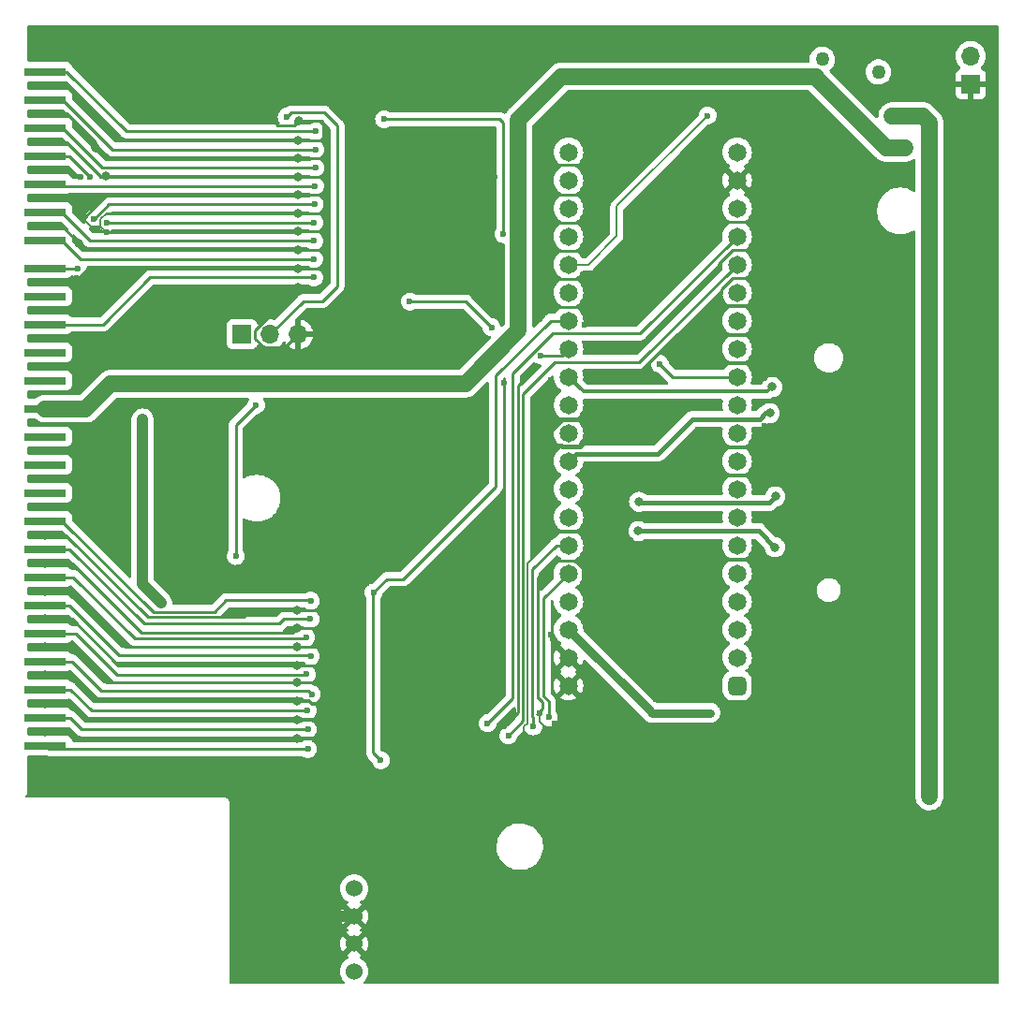
<source format=gbr>
%TF.GenerationSoftware,KiCad,Pcbnew,(6.0.2)*%
%TF.CreationDate,2022-04-15T06:16:40-06:00*%
%TF.ProjectId,XCVR_F1_SMD_V1,58435652-5f46-4315-9f53-4d445f56312e,rev?*%
%TF.SameCoordinates,Original*%
%TF.FileFunction,Copper,L2,Bot*%
%TF.FilePolarity,Positive*%
%FSLAX46Y46*%
G04 Gerber Fmt 4.6, Leading zero omitted, Abs format (unit mm)*
G04 Created by KiCad (PCBNEW (6.0.2)) date 2022-04-15 06:16:40*
%MOMM*%
%LPD*%
G01*
G04 APERTURE LIST*
G04 Aperture macros list*
%AMRoundRect*
0 Rectangle with rounded corners*
0 $1 Rounding radius*
0 $2 $3 $4 $5 $6 $7 $8 $9 X,Y pos of 4 corners*
0 Add a 4 corners polygon primitive as box body*
4,1,4,$2,$3,$4,$5,$6,$7,$8,$9,$2,$3,0*
0 Add four circle primitives for the rounded corners*
1,1,$1+$1,$2,$3*
1,1,$1+$1,$4,$5*
1,1,$1+$1,$6,$7*
1,1,$1+$1,$8,$9*
0 Add four rect primitives between the rounded corners*
20,1,$1+$1,$2,$3,$4,$5,0*
20,1,$1+$1,$4,$5,$6,$7,0*
20,1,$1+$1,$6,$7,$8,$9,0*
20,1,$1+$1,$8,$9,$2,$3,0*%
G04 Aperture macros list end*
%TA.AperFunction,SMDPad,CuDef*%
%ADD10R,3.800000X0.750000*%
%TD*%
%TA.AperFunction,ComponentPad*%
%ADD11C,1.524000*%
%TD*%
%TA.AperFunction,ComponentPad*%
%ADD12C,1.270000*%
%TD*%
%TA.AperFunction,ComponentPad*%
%ADD13R,1.700000X1.700000*%
%TD*%
%TA.AperFunction,ComponentPad*%
%ADD14O,1.700000X1.700000*%
%TD*%
%TA.AperFunction,ComponentPad*%
%ADD15RoundRect,0.412500X0.412500X0.412500X-0.412500X0.412500X-0.412500X-0.412500X0.412500X-0.412500X0*%
%TD*%
%TA.AperFunction,ComponentPad*%
%ADD16C,1.650000*%
%TD*%
%TA.AperFunction,ViaPad*%
%ADD17C,0.600000*%
%TD*%
%TA.AperFunction,ViaPad*%
%ADD18C,0.800000*%
%TD*%
%TA.AperFunction,Conductor*%
%ADD19C,0.250000*%
%TD*%
%TA.AperFunction,Conductor*%
%ADD20C,0.330000*%
%TD*%
%TA.AperFunction,Conductor*%
%ADD21C,1.000000*%
%TD*%
%TA.AperFunction,Conductor*%
%ADD22C,0.150000*%
%TD*%
%TA.AperFunction,Conductor*%
%ADD23C,0.400000*%
%TD*%
%TA.AperFunction,Conductor*%
%ADD24C,0.450000*%
%TD*%
%TA.AperFunction,Conductor*%
%ADD25C,0.142000*%
%TD*%
%TA.AperFunction,Conductor*%
%ADD26C,1.500000*%
%TD*%
%TA.AperFunction,Conductor*%
%ADD27C,0.750000*%
%TD*%
G04 APERTURE END LIST*
D10*
%TO.P,J3,2*%
%TO.N,DB0*%
X107017820Y-129484120D03*
%TO.P,J3,4*%
%TO.N,DB1*%
X107017820Y-126944120D03*
%TO.P,J3,6*%
%TO.N,DB2*%
X107017820Y-124404120D03*
%TO.P,J3,8*%
%TO.N,DB3*%
X107017820Y-121864120D03*
%TO.P,J3,10*%
%TO.N,DB4*%
X107017820Y-119324120D03*
%TO.P,J3,12*%
%TO.N,DB5*%
X107017820Y-116784120D03*
%TO.P,J3,14*%
%TO.N,DB6*%
X107017820Y-114244120D03*
%TO.P,J3,16*%
%TO.N,DB7*%
X107017820Y-111704120D03*
%TO.P,J3,18*%
%TO.N,DBP*%
X107017820Y-109164120D03*
%TO.P,J3,20*%
%TO.N,Net-(J3-Pad20)*%
X107017820Y-106624120D03*
%TO.P,J3,22*%
%TO.N,Net-(J3-Pad22)*%
X107017820Y-104084120D03*
%TO.P,J3,24*%
%TO.N,Net-(J3-Pad24)*%
X107017820Y-101544120D03*
%TO.P,J3,26*%
%TO.N,+5V*%
X107017820Y-99004120D03*
%TO.P,J3,28*%
%TO.N,Net-(J3-Pad28)*%
X107017820Y-96464120D03*
%TO.P,J3,30*%
%TO.N,Net-(J3-Pad30)*%
X107017820Y-93924120D03*
%TO.P,J3,32*%
%TO.N,ATN*%
X107017820Y-91384120D03*
%TO.P,J3,34*%
%TO.N,Net-(J3-Pad34)*%
X107017820Y-88844120D03*
%TO.P,J3,36*%
%TO.N,BSY*%
X107017820Y-86304120D03*
%TO.P,J3,38*%
%TO.N,ACK*%
X107017820Y-83764120D03*
%TO.P,J3,40*%
%TO.N,RST*%
X107017820Y-81224120D03*
%TO.P,J3,42*%
%TO.N,MSG*%
X107017820Y-78684120D03*
%TO.P,J3,44*%
%TO.N,SEL*%
X107017820Y-76144120D03*
%TO.P,J3,46*%
%TO.N,CD*%
X107017820Y-73604120D03*
%TO.P,J3,48*%
%TO.N,REQ*%
X107017820Y-71064120D03*
%TO.P,J3,50*%
%TO.N,IO*%
X107017820Y-68524120D03*
%TD*%
D11*
%TO.P,J4,1*%
%TO.N,Net-(D2-Pad2)*%
X134917180Y-149919060D03*
%TO.P,J4,2*%
%TO.N,GND*%
X134917180Y-147419060D03*
%TO.P,J4,3*%
X134917180Y-144919060D03*
%TO.P,J4,4*%
%TO.N,Net-(J4-Pad4)*%
X134917180Y-142419060D03*
%TD*%
D12*
%TO.P,F1,1*%
%TO.N,+5VP*%
X182298340Y-68559680D03*
%TO.P,F1,2*%
%TO.N,+5F*%
X177218340Y-67416680D03*
%TD*%
D13*
%TO.P,J1,1*%
%TO.N,GND*%
X190642240Y-69659499D03*
D14*
%TO.P,J1,2*%
%TO.N,Net-(J1-Pad2)*%
X190642240Y-67119499D03*
%TD*%
D13*
%TO.P,J2,1*%
%TO.N,Net-(J2-Pad1)*%
X124780040Y-92280740D03*
D14*
%TO.P,J2,2*%
%TO.N,Net-(J2-Pad2)*%
X127320040Y-92280740D03*
%TO.P,J2,3*%
%TO.N,GND*%
X129860040Y-92280740D03*
%TD*%
D15*
%TO.P,BP2,1*%
%TO.N,DB4T*%
X169524680Y-124063760D03*
D16*
%TO.P,BP2,2*%
%TO.N,DB5T*%
X169524680Y-121523760D03*
%TO.P,BP2,3*%
%TO.N,DB6T*%
X169524680Y-118983760D03*
%TO.P,BP2,4*%
%TO.N,DB7T*%
X169524680Y-116443760D03*
%TO.P,BP2,5*%
%TO.N,ATNT*%
X169524680Y-113903760D03*
%TO.P,BP2,6*%
%TO.N,BSYT*%
X169524680Y-111363760D03*
%TO.P,BP2,7*%
%TO.N,ACKT*%
X169524680Y-108823760D03*
%TO.P,BP2,8*%
%TO.N,Net-(BP2-Pad8)*%
X169524680Y-106283760D03*
%TO.P,BP2,9*%
%TO.N,Net-(BP2-Pad9)*%
X169524680Y-103743760D03*
%TO.P,BP2,10*%
%TO.N,RSTT*%
X169524680Y-101203760D03*
%TO.P,BP2,11*%
%TO.N,MSGT*%
X169524680Y-98663760D03*
%TO.P,BP2,12*%
%TO.N,SELT*%
X169524680Y-96123760D03*
%TO.P,BP2,13*%
%TO.N,CDT*%
X169524680Y-93583760D03*
%TO.P,BP2,14*%
%TO.N,REQT*%
X169524680Y-91043760D03*
%TO.P,BP2,15*%
%TO.N,IOT*%
X169524680Y-88503760D03*
%TO.P,BP2,16*%
%TO.N,DB0T*%
X169524680Y-85963760D03*
%TO.P,BP2,17*%
%TO.N,DB1T*%
X169524680Y-83423760D03*
%TO.P,BP2,18*%
%TO.N,+5VP*%
X169524680Y-80883760D03*
%TO.P,BP2,19*%
%TO.N,GND*%
X169524680Y-78343760D03*
%TO.P,BP2,20*%
%TO.N,Net-(BP2-Pad20)*%
X169524680Y-75803760D03*
%TO.P,BP2,21*%
%TO.N,Net-(BP2-Pad21)*%
X154284680Y-75803760D03*
%TO.P,BP2,22*%
%TO.N,Net-(BP2-Pad22)*%
X154284680Y-78343760D03*
%TO.P,BP2,23*%
%TO.N,Net-(BP2-Pad23)*%
X154284680Y-80883760D03*
%TO.P,BP2,24*%
%TO.N,Net-(BP2-Pad24)*%
X154284680Y-83423760D03*
%TO.P,BP2,25*%
%TO.N,Net-(BP2-Pad25)*%
X154284680Y-85963760D03*
%TO.P,BP2,26*%
%TO.N,BP_TATr*%
X154284680Y-88503760D03*
%TO.P,BP2,27*%
%TO.N,DBPTr*%
X154284680Y-91043760D03*
%TO.P,BP2,28*%
%TO.N,BP_INTr*%
X154284680Y-93583760D03*
%TO.P,BP2,29*%
%TO.N,SD_CS*%
X154284680Y-96123760D03*
%TO.P,BP2,30*%
%TO.N,SD_CLK*%
X154284680Y-98663760D03*
%TO.P,BP2,31*%
%TO.N,SD_MISO*%
X154284680Y-101203760D03*
%TO.P,BP2,32*%
%TO.N,SD_MOSI*%
X154284680Y-103743760D03*
%TO.P,BP2,33*%
%TO.N,DBPT*%
X154284680Y-106283760D03*
%TO.P,BP2,34*%
%TO.N,Net-(BP2-Pad34)*%
X154284680Y-108823760D03*
%TO.P,BP2,35*%
%TO.N,DB2T*%
X154284680Y-111363760D03*
%TO.P,BP2,36*%
%TO.N,DB3T*%
X154284680Y-113903760D03*
%TO.P,BP2,37*%
%TO.N,Net-(BP2-Pad37)*%
X154284680Y-116443760D03*
%TO.P,BP2,38*%
%TO.N,+3V3*%
X154284680Y-118983760D03*
%TO.P,BP2,39*%
%TO.N,GND*%
X154284680Y-121523760D03*
%TO.P,BP2,40*%
X154284680Y-124063760D03*
%TD*%
D17*
%TO.N,GND*%
X146392900Y-98132900D03*
X121315480Y-72504300D03*
X180825140Y-69169280D03*
X107033060Y-79946500D03*
X138592560Y-124358400D03*
X152659080Y-96446340D03*
D18*
X144419320Y-85267800D03*
D17*
X151993600Y-150484840D03*
X106984800Y-87541100D03*
X111318040Y-104683560D03*
X140802360Y-75819000D03*
X156131260Y-116560600D03*
X133075680Y-103670100D03*
X155783280Y-91427300D03*
X167764460Y-90507820D03*
X152689560Y-80553560D03*
X142367000Y-124404120D03*
X140627100Y-79618840D03*
X145625820Y-110390940D03*
X166690040Y-108976160D03*
D18*
X112509300Y-77967840D03*
D17*
X168015920Y-122725180D03*
X138485880Y-119080280D03*
X155735020Y-86992460D03*
X132969000Y-117345460D03*
X188909960Y-89646760D03*
X152811480Y-85283040D03*
X151655780Y-126598680D03*
X122560080Y-69715380D03*
D18*
X107017820Y-128264920D03*
D17*
X150334980Y-145427700D03*
D18*
X129872740Y-76380340D03*
D17*
X107017820Y-107866180D03*
X122072400Y-98663760D03*
X121155460Y-92489020D03*
D18*
X129872740Y-81340960D03*
D17*
X145016220Y-71379080D03*
D18*
X129872740Y-79689960D03*
D17*
X138605260Y-121853960D03*
D18*
X129872740Y-84653120D03*
D17*
X123012200Y-115275360D03*
D18*
X161523680Y-108798360D03*
X110040420Y-84020660D03*
X111696500Y-69321680D03*
D17*
X182069740Y-70467220D03*
X172035470Y-100580190D03*
X151310340Y-95293180D03*
X128005840Y-98628200D03*
X142994380Y-108793280D03*
X171961810Y-96229170D03*
X107045760Y-72275700D03*
X173093380Y-109788960D03*
X110444280Y-81846420D03*
X142341600Y-127223520D03*
X167345360Y-116598700D03*
X142237460Y-118089680D03*
X168161981Y-102553759D03*
X155971240Y-98798380D03*
X173507400Y-145503900D03*
D18*
X129890520Y-72958960D03*
D17*
X140583920Y-82039460D03*
X142560040Y-132351780D03*
X145999200Y-126057660D03*
X112562640Y-83075780D03*
D18*
X107017820Y-110456980D03*
D17*
X107017820Y-92636340D03*
X146870420Y-124825760D03*
D18*
X129730500Y-122207020D03*
D17*
X138645900Y-127312420D03*
X111264700Y-102509320D03*
X147513040Y-123383040D03*
X132369560Y-110683040D03*
X136786620Y-91818460D03*
X152681940Y-119456200D03*
X167327580Y-118275100D03*
X160025080Y-96078040D03*
X148440140Y-127782320D03*
X136316720Y-75092560D03*
D18*
X159778700Y-111018320D03*
X129872740Y-78051660D03*
D17*
X136179560Y-77604620D03*
X145694400Y-106128820D03*
X184851040Y-111615220D03*
X177098960Y-149405340D03*
X152981660Y-77442060D03*
X184396380Y-127363220D03*
X107000040Y-77447140D03*
X146331940Y-120048020D03*
X185072020Y-89535000D03*
X156217620Y-76431140D03*
D18*
X107017820Y-115531900D03*
D17*
X155826460Y-84421980D03*
X144940020Y-93461840D03*
X155864560Y-81592420D03*
D18*
X129730500Y-127149860D03*
D17*
X188991220Y-101965780D03*
X167546020Y-113553240D03*
X155735020Y-89265760D03*
X189092840Y-122684540D03*
X165473380Y-98671380D03*
X135008620Y-93540580D03*
X109877860Y-87200740D03*
X156883100Y-95948500D03*
X133179820Y-127066040D03*
X147627340Y-130649980D03*
X116159280Y-89443560D03*
X125079760Y-115252500D03*
X107005120Y-130733800D03*
X130649980Y-70495160D03*
X151663400Y-90947240D03*
X184640220Y-122753120D03*
D18*
X107017820Y-125684280D03*
D17*
X135394700Y-127749300D03*
X172468540Y-121452640D03*
X134934960Y-115742720D03*
X107035600Y-74912220D03*
X188955680Y-127457200D03*
X167947340Y-98480880D03*
D18*
X107017820Y-120561100D03*
X111551720Y-75448160D03*
X129730500Y-123797060D03*
D17*
X142356840Y-121737120D03*
D18*
X129847340Y-88021160D03*
D17*
X156665919Y-110013761D03*
X120746520Y-88833960D03*
X140754100Y-85128100D03*
X135354060Y-118668800D03*
D18*
X129872740Y-74719180D03*
D17*
X139496800Y-98999040D03*
X171668440Y-114894360D03*
X111211360Y-107149900D03*
D18*
X107017820Y-118031260D03*
X129730500Y-125488700D03*
D17*
X110167420Y-78056740D03*
X147502880Y-89959180D03*
X178846480Y-66405760D03*
X155920440Y-78854300D03*
D18*
X107017820Y-112991900D03*
X144444720Y-80794860D03*
X110152180Y-93924120D03*
D17*
X148488400Y-96647000D03*
X124193300Y-117431820D03*
X157345380Y-93426280D03*
X171739560Y-108795820D03*
D18*
X129730500Y-128882140D03*
D17*
X107017820Y-69771260D03*
X189242700Y-111780320D03*
D18*
X162382200Y-105849420D03*
D17*
X167660320Y-106299000D03*
D18*
X129872740Y-86324440D03*
D17*
X135194040Y-121335800D03*
X153052780Y-127525780D03*
X107033060Y-90073480D03*
X111028480Y-89997280D03*
X141076680Y-93441520D03*
X107035600Y-82443320D03*
X129740660Y-98607880D03*
X152791160Y-82588100D03*
D18*
X107017820Y-123118880D03*
D17*
X184932300Y-101965780D03*
X147391120Y-108658660D03*
X136133840Y-84653120D03*
X155928060Y-118722140D03*
X138013440Y-115844320D03*
X176862740Y-120177560D03*
D18*
X129730500Y-120545860D03*
X129730500Y-118854220D03*
D17*
X147632420Y-78008480D03*
X155920440Y-104134920D03*
D18*
X129872740Y-82991960D03*
D17*
X134609840Y-122682000D03*
D18*
X144589500Y-75681840D03*
D17*
X134607300Y-125524260D03*
D18*
X111566960Y-72593200D03*
D17*
X134035800Y-119702580D03*
D18*
X129730500Y-117221000D03*
%TO.N,+5V*%
X183515000Y-75410060D03*
X184673240Y-75410060D03*
%TO.N,SD_CS*%
X172694600Y-97053400D03*
%TO.N,SD_CLK*%
X172986700Y-106954320D03*
X160665160Y-107442000D03*
%TO.N,SD_MISO*%
X172940980Y-111536480D03*
X160609601Y-110073761D03*
%TO.N,SD_MOSI*%
X172471080Y-99420680D03*
D17*
%TO.N,ATN*%
X131295140Y-87124540D03*
%TO.N,BSY*%
X131351020Y-80520540D03*
X111401860Y-81818480D03*
X109928660Y-86304120D03*
%TO.N,DBP*%
X130987800Y-116387880D03*
%TO.N,ACK*%
X131292600Y-85473540D03*
%TO.N,RST*%
X131290060Y-83822540D03*
%TO.N,MSG*%
X131378960Y-78869540D03*
%TO.N,SEL*%
X131310380Y-82171540D03*
X111081820Y-78016100D03*
X112577880Y-82161380D03*
%TO.N,CD*%
X131404360Y-77218540D03*
%TO.N,REQ*%
X131409440Y-75567540D03*
%TO.N,IO*%
X131429760Y-73916540D03*
%TO.N,DB7*%
X130967480Y-118038880D03*
%TO.N,DB6*%
X130571240Y-119689880D03*
%TO.N,DB5*%
X130990340Y-121389140D03*
%TO.N,DB4*%
X130622040Y-123022360D03*
%TO.N,DB3*%
X131076700Y-124825760D03*
%TO.N,DB2*%
X130716020Y-126293880D03*
%TO.N,DB1*%
X130728720Y-128008380D03*
%TO.N,DB0*%
X130733800Y-129786380D03*
%TO.N,+3V3*%
X167111680Y-126535180D03*
X166336980Y-126519940D03*
D18*
%TO.N,+5VP*%
X184856120Y-72547480D03*
X186893200Y-132694680D03*
X183657240Y-72547480D03*
X186883040Y-133901180D03*
%TO.N,+5F*%
X115793220Y-101122780D03*
X117467380Y-116586000D03*
X116843810Y-115962430D03*
X115793220Y-99997560D03*
D17*
%TO.N,SELT*%
X162542220Y-94955360D03*
%TO.N,DB0T*%
X148874480Y-128564640D03*
%TO.N,DB1T*%
X146982180Y-127469900D03*
%TO.N,DB3T*%
X152488900Y-126911100D03*
%TO.N,DB2T*%
X151117300Y-127741680D03*
%TO.N,BP_TATr*%
X148414740Y-83205320D03*
X137634980Y-72837040D03*
%TO.N,DBPTr*%
X136654540Y-115651280D03*
X137316210Y-130808730D03*
%TO.N,BP_INTr*%
X151795480Y-94183200D03*
X147336510Y-91644470D03*
X139954000Y-89324180D03*
%TO.N,Net-(J2-Pad2)*%
X128828800Y-72616060D03*
X124213939Y-112334359D03*
X126055120Y-98681540D03*
%TO.N,Net-(BP2-Pad25)*%
X166862760Y-72501760D03*
%TD*%
D19*
%TO.N,GND*%
X146870420Y-124825760D02*
X146870420Y-120002300D01*
X146817080Y-125046740D02*
X146870420Y-124993400D01*
X146870420Y-119407940D02*
X146870420Y-119407940D01*
X152681940Y-119456200D02*
X152681940Y-119313960D01*
X157063440Y-93433900D02*
X156537660Y-93433900D01*
D20*
X159735520Y-96197420D02*
X160315958Y-96197420D01*
D19*
X107045760Y-72275700D02*
X105605580Y-72275700D01*
X107035600Y-74912220D02*
X105564940Y-74912220D01*
X107035600Y-82443320D02*
X105836720Y-82443320D01*
X161297620Y-108976160D02*
X166690040Y-108976160D01*
X166898320Y-87111840D02*
X160576260Y-93433900D01*
D20*
X167764460Y-90507820D02*
X168578519Y-89693761D01*
D19*
X168087040Y-88630760D02*
X168087040Y-88630760D01*
D20*
X168161981Y-102553759D02*
X167841919Y-102553759D01*
D19*
X152681940Y-119926100D02*
X152681940Y-119456200D01*
D21*
X132658480Y-144919060D02*
X129730500Y-141991080D01*
D19*
X122826780Y-128882140D02*
X129730500Y-128882140D01*
X111592360Y-125343920D02*
X129585720Y-125343920D01*
D20*
X152659080Y-96446340D02*
X152659080Y-97149920D01*
X152832969Y-110191651D02*
X152874980Y-110149640D01*
D22*
X150258780Y-127762000D02*
X150258780Y-128153160D01*
D19*
X154513899Y-112753759D02*
X154831601Y-112753759D01*
X167629840Y-98798380D02*
X167947340Y-98480880D01*
D23*
X153651408Y-102383490D02*
X153696679Y-102428761D01*
D20*
X171188380Y-92991940D02*
X171188380Y-94244160D01*
D21*
X134917180Y-144919060D02*
X132658480Y-144919060D01*
D19*
X129730500Y-122207020D02*
X130380740Y-122207020D01*
X107017820Y-128264920D02*
X109098080Y-128264920D01*
D20*
X160315958Y-96197420D02*
X164153898Y-92359480D01*
X166959280Y-92359480D02*
X170916600Y-92359480D01*
D19*
X155735020Y-89265760D02*
X155168600Y-89832180D01*
X132090160Y-73116440D02*
X132090160Y-74719180D01*
D20*
X170498781Y-94933759D02*
X167229801Y-94933759D01*
X129730500Y-128882140D02*
X131351020Y-128882140D01*
D19*
X168087040Y-88234318D02*
X168087040Y-88630760D01*
D22*
X150568210Y-127452570D02*
X150258780Y-127762000D01*
D19*
X146870420Y-120002300D02*
X146870420Y-119407940D01*
X109296200Y-115531900D02*
X114297460Y-120533160D01*
D20*
X168578519Y-89693761D02*
X170628321Y-89693761D01*
X172035470Y-100580190D02*
X172035470Y-102655370D01*
D19*
X109957042Y-87200740D02*
X109877860Y-87200740D01*
X171961810Y-96229170D02*
X171961810Y-87176610D01*
X171961810Y-84662010D02*
X171961810Y-82122010D01*
X122816620Y-128871980D02*
X122826780Y-128882140D01*
X152007470Y-97097950D02*
X152007470Y-102383490D01*
X149718190Y-96885330D02*
X149718190Y-126360350D01*
D20*
X166959280Y-91313000D02*
X167764460Y-90507820D01*
D19*
X129490521Y-73358959D02*
X128017219Y-73358959D01*
X155089860Y-79684880D02*
X153349960Y-79684880D01*
X129330501Y-119254219D02*
X115728699Y-119254219D01*
X146603720Y-125260100D02*
X146817080Y-125046740D01*
X148440140Y-127782320D02*
X149718190Y-126504270D01*
X129890520Y-72958960D02*
X129490521Y-73358959D01*
X129872740Y-82991960D02*
X132021580Y-82991960D01*
X129872740Y-81340960D02*
X132107940Y-81340960D01*
X154279600Y-121523760D02*
X152681940Y-119926100D01*
X129872740Y-86324440D02*
X110833342Y-86324440D01*
X110833342Y-86324440D02*
X109957042Y-87200740D01*
X109098080Y-128264920D02*
X109705140Y-128871980D01*
D24*
X152007470Y-102383490D02*
X153513690Y-102383490D01*
D19*
X129872740Y-81340960D02*
X112589450Y-81340960D01*
X151310340Y-95293180D02*
X149718190Y-96885330D01*
D24*
X153684679Y-99953759D02*
X155280039Y-99953759D01*
D19*
X152007470Y-102383490D02*
X152007470Y-110793632D01*
X124952821Y-117861019D02*
X125554740Y-117259100D01*
X126756039Y-93455741D02*
X128685039Y-93455741D01*
X110672880Y-84653120D02*
X110040420Y-84020660D01*
D24*
X152007470Y-101630968D02*
X153684679Y-99953759D01*
D25*
X112006879Y-81887299D02*
X112006879Y-82520019D01*
X136179560Y-77604620D02*
X136179560Y-84607400D01*
D19*
X129872740Y-78051660D02*
X132100320Y-78051660D01*
X129692400Y-117259100D02*
X129730500Y-117221000D01*
D20*
X130895042Y-125488700D02*
X131108402Y-125702060D01*
D19*
X129872740Y-86324440D02*
X132100320Y-86324440D01*
X149718190Y-126504270D02*
X149718190Y-126360350D01*
X112600740Y-79689960D02*
X110444280Y-81846420D01*
X147340320Y-119407940D02*
X147868640Y-118879620D01*
D20*
X129730500Y-125488700D02*
X130895042Y-125488700D01*
D19*
X129847340Y-88021160D02*
X125955041Y-91913459D01*
X155336240Y-79438500D02*
X155089860Y-79684880D01*
X171961810Y-82122010D02*
X167963850Y-82122010D01*
X156217620Y-76431140D02*
X155663900Y-76984860D01*
X129872740Y-84653120D02*
X132067300Y-84653120D01*
X123990100Y-120545860D02*
X129730500Y-120545860D01*
X111958562Y-77967840D02*
X108902942Y-74912220D01*
D23*
X153513690Y-102383490D02*
X153651408Y-102383490D01*
D19*
X160576260Y-93433900D02*
X157063440Y-93433900D01*
D20*
X152659080Y-97149920D02*
X152822921Y-97313761D01*
D19*
X129872740Y-76380340D02*
X112483900Y-76380340D01*
X129585720Y-125343920D02*
X129730500Y-125488700D01*
X167838120Y-85943238D02*
X167838120Y-86172040D01*
X155277820Y-82179160D02*
X152859740Y-82179160D01*
X109367320Y-123118880D02*
X111592360Y-125343920D01*
X151899781Y-126144301D02*
X151899781Y-125544299D01*
X125955041Y-91913459D02*
X125955041Y-92654743D01*
X155445460Y-86992460D02*
X155145740Y-87292180D01*
D23*
X144615461Y-75203759D02*
X144759680Y-75059540D01*
D19*
X110759240Y-127149860D02*
X109293660Y-125684280D01*
D22*
X154180540Y-110149640D02*
X153009600Y-110149640D01*
D19*
X151518230Y-114244510D02*
X153008981Y-112753759D01*
X116250659Y-117861019D02*
X124952821Y-117861019D01*
D25*
X144660620Y-81114900D02*
X139672060Y-81114900D01*
D19*
X155864560Y-81592420D02*
X155277820Y-82179160D01*
X155145740Y-87292180D02*
X153543000Y-87292180D01*
D25*
X112553218Y-81340960D02*
X112006879Y-81887299D01*
D20*
X172035470Y-104156510D02*
X171122340Y-105069640D01*
D22*
X151655780Y-127325120D02*
X152095200Y-127764540D01*
X150969980Y-112189260D02*
X150969980Y-112582960D01*
D20*
X152874980Y-110149640D02*
X154180540Y-110149640D01*
D25*
X135803640Y-77228700D02*
X136179560Y-77604620D01*
D19*
X129730500Y-118854220D02*
X129330501Y-119254219D01*
X109293660Y-125684280D02*
X107017820Y-125684280D01*
X129730500Y-117221000D02*
X132046980Y-117221000D01*
X155971240Y-98798380D02*
X167629840Y-98798380D01*
X129872740Y-79689960D02*
X132041900Y-79689960D01*
X154831601Y-112753759D02*
X155549600Y-113471758D01*
X129730500Y-118854220D02*
X131127500Y-118854220D01*
X160761680Y-108976160D02*
X161297620Y-108976160D01*
X171961810Y-82122010D02*
X171961810Y-78423770D01*
X112483900Y-76380340D02*
X111551720Y-75448160D01*
D24*
X152007470Y-102383490D02*
X152007470Y-101630968D01*
D20*
X172035470Y-102655370D02*
X172035470Y-104156510D01*
D19*
X171961810Y-87176610D02*
X171961810Y-84662010D01*
X109466380Y-112991900D02*
X107017820Y-112991900D01*
D25*
X112006879Y-82520019D02*
X112562640Y-83075780D01*
D24*
X155280039Y-99953759D02*
X156527500Y-101201220D01*
D19*
X153967597Y-112753759D02*
X154513899Y-112753759D01*
X113604040Y-122207020D02*
X109428280Y-118031260D01*
X155920440Y-104134920D02*
X160761680Y-108976160D01*
X152659080Y-96446340D02*
X152007470Y-97097950D01*
X129872740Y-84653120D02*
X110672880Y-84653120D01*
D22*
X151655780Y-126598680D02*
X151655780Y-127325120D01*
D19*
X155920440Y-78854300D02*
X155336240Y-79438500D01*
X151439032Y-126605050D02*
X151899781Y-126144301D01*
X125955041Y-92654743D02*
X126756039Y-93455741D01*
X109428280Y-118031260D02*
X107017820Y-118031260D01*
X108902942Y-74912220D02*
X107035600Y-74912220D01*
X129872740Y-78051660D02*
X112593120Y-78051660D01*
X129872740Y-79689960D02*
X112600740Y-79689960D01*
X155168600Y-89832180D02*
X153177240Y-89832180D01*
X129730500Y-122207020D02*
X113604040Y-122207020D01*
X113692940Y-74719180D02*
X129872740Y-74719180D01*
X129730500Y-123797060D02*
X129758440Y-123797060D01*
D20*
X166959280Y-92359480D02*
X166959280Y-91313000D01*
X171122340Y-105069640D02*
X167454580Y-105069640D01*
D19*
X155115260Y-84734400D02*
X152968960Y-84734400D01*
X146870420Y-124993400D02*
X146870420Y-124825760D01*
D20*
X160108900Y-112674400D02*
X170337480Y-112674400D01*
D19*
X153008981Y-112753759D02*
X154513899Y-112753759D01*
X129730500Y-122207020D02*
X131191000Y-122207020D01*
X129872740Y-74719180D02*
X132090160Y-74719180D01*
X129730500Y-127149860D02*
X110759240Y-127149860D01*
X109705140Y-128871980D02*
X122816620Y-128871980D01*
X129730500Y-123797060D02*
X132125720Y-123797060D01*
X146603720Y-126502160D02*
X146603720Y-125260100D01*
X146870420Y-119407940D02*
X147340320Y-119407940D01*
X171961810Y-87176610D02*
X169144748Y-87176610D01*
D23*
X153696679Y-102428761D02*
X155299959Y-102428761D01*
D25*
X139672060Y-81114900D02*
X136133840Y-84653120D01*
D20*
X155996394Y-96197420D02*
X159735520Y-96197420D01*
X171933859Y-102553759D02*
X168161981Y-102553759D01*
D23*
X144615461Y-87154459D02*
X144615461Y-75203759D01*
D19*
X108846620Y-110456980D02*
X116250659Y-117861019D01*
D20*
X164153898Y-92359480D02*
X166959280Y-92359480D01*
D22*
X153009600Y-110149640D02*
X150969980Y-112189260D01*
D19*
X107017820Y-115531900D02*
X109296200Y-115531900D01*
X171961810Y-84662010D02*
X169119348Y-84662010D01*
X155735020Y-86992460D02*
X155445460Y-86992460D01*
X129872740Y-76380340D02*
X132074920Y-76380340D01*
D25*
X135803640Y-74719180D02*
X135803640Y-77228700D01*
D19*
X107017820Y-123118880D02*
X109367320Y-123118880D01*
D20*
X172035470Y-102655370D02*
X171933859Y-102553759D01*
D19*
X112527080Y-123797060D02*
X109291120Y-120561100D01*
X129890520Y-72958960D02*
X131932680Y-72958960D01*
X123977400Y-120533160D02*
X123990100Y-120545860D01*
D25*
X112589450Y-81340960D02*
X112553218Y-81340960D01*
D19*
X109291120Y-120561100D02*
X107017820Y-120561100D01*
D23*
X155299959Y-102428761D02*
X156527500Y-101201220D01*
D20*
X131108402Y-125702060D02*
X132415280Y-125702060D01*
D19*
X151899781Y-125544299D02*
X151574781Y-125219299D01*
D22*
X150969980Y-112582960D02*
X150568210Y-112984730D01*
D25*
X136179560Y-84607400D02*
X136133840Y-84653120D01*
D20*
X170916600Y-92720160D02*
X171188380Y-92991940D01*
D19*
X131932680Y-72958960D02*
X132090160Y-73116440D01*
D25*
X110444280Y-81846420D02*
X111117879Y-82520019D01*
D19*
X169119348Y-84662010D02*
X167838120Y-85943238D01*
X112562640Y-83075780D02*
X129788920Y-83075780D01*
X155826460Y-84421980D02*
X155427680Y-84421980D01*
D20*
X171188380Y-94244160D02*
X170498781Y-94933759D01*
D19*
X155549600Y-113471758D02*
X155549600Y-114335762D01*
X128017219Y-73358959D02*
X127734060Y-73075800D01*
X115728699Y-119254219D02*
X109466380Y-112991900D01*
X169144748Y-87176610D02*
X168087040Y-88234318D01*
X131191000Y-122207020D02*
X131363720Y-122379740D01*
X108463080Y-82443320D02*
X107035600Y-82443320D01*
X129730500Y-120545860D02*
X131620260Y-120545860D01*
D20*
X170916600Y-92359480D02*
X170916600Y-92720160D01*
D25*
X111117879Y-82520019D02*
X112006879Y-82520019D01*
D19*
X112593120Y-78051660D02*
X112509300Y-77967840D01*
D20*
X157584140Y-110149640D02*
X160108900Y-112674400D01*
D19*
X108944945Y-72275700D02*
X107045760Y-72275700D01*
D20*
X154180540Y-110149640D02*
X157584140Y-110149640D01*
D19*
X125554740Y-117259100D02*
X129692400Y-117259100D01*
X129788920Y-83075780D02*
X129872740Y-82991960D01*
X111551720Y-74882475D02*
X108944945Y-72275700D01*
X111551720Y-75448160D02*
X111551720Y-74882475D01*
X112509300Y-77967840D02*
X111958562Y-77967840D01*
D20*
X129730500Y-127149860D02*
X131119880Y-127149860D01*
D19*
X167838120Y-86172040D02*
X166898320Y-87111840D01*
X107017820Y-110456980D02*
X108846620Y-110456980D01*
X151518230Y-125219299D02*
X151518230Y-114244510D01*
X110040420Y-84020660D02*
X108463080Y-82443320D01*
X131127500Y-118854220D02*
X131163060Y-118889780D01*
D22*
X150568210Y-112984730D02*
X150568210Y-127452570D01*
D19*
X129730500Y-123797060D02*
X112527080Y-123797060D01*
X128685039Y-93455741D02*
X129860040Y-92280740D01*
X155427680Y-84421980D02*
X155115260Y-84734400D01*
X151574781Y-125219299D02*
X151518230Y-125219299D01*
X155663900Y-76984860D02*
X153113740Y-76984860D01*
X114297460Y-120533160D02*
X123977400Y-120533160D01*
X111566960Y-72593200D02*
X113692940Y-74719180D01*
D26*
%TO.N,+5V*%
X144965420Y-96738440D02*
X149766020Y-91937840D01*
X110660180Y-99004120D02*
X112925860Y-96738440D01*
X153657300Y-68953380D02*
X176644300Y-68953380D01*
X183009540Y-75410060D02*
X176644300Y-69044820D01*
X176644300Y-69044820D02*
X176644300Y-68953380D01*
X107017820Y-99004120D02*
X110660180Y-99004120D01*
X112925860Y-96738440D02*
X144965420Y-96738440D01*
X149766020Y-72844660D02*
X153657300Y-68953380D01*
X149766020Y-91937840D02*
X149766020Y-72844660D01*
X184673240Y-75410060D02*
X183009540Y-75410060D01*
D20*
%TO.N,SD_CS*%
X172694600Y-97053400D02*
X172694600Y-97053400D01*
X154284680Y-96123760D02*
X155634679Y-97473759D01*
X155634679Y-97473759D02*
X172274241Y-97473759D01*
X172274241Y-97473759D02*
X172694600Y-97053400D01*
%TO.N,SD_CLK*%
X172986700Y-106954320D02*
X172986700Y-106954320D01*
D24*
X172986700Y-106954320D02*
X172407259Y-107533761D01*
X172407259Y-107533761D02*
X160609601Y-107533761D01*
D20*
%TO.N,SD_MISO*%
X172940980Y-111536480D02*
X172940980Y-111536480D01*
D24*
X160609601Y-110073761D02*
X171478261Y-110073761D01*
X160609601Y-110073761D02*
X160609601Y-110073761D01*
X171478261Y-110073761D02*
X172940980Y-111536480D01*
D20*
%TO.N,SD_MOSI*%
X172471080Y-99420680D02*
X172471080Y-99420680D01*
D24*
X171588899Y-99953759D02*
X172121978Y-99420680D01*
X162331400Y-103065580D02*
X165443221Y-99953759D01*
X165443221Y-99953759D02*
X171588899Y-99953759D01*
X154284680Y-103743760D02*
X154962860Y-103065580D01*
X172121978Y-99420680D02*
X172471080Y-99420680D01*
X154962860Y-103065580D02*
X162331400Y-103065580D01*
D19*
%TO.N,ATN*%
X116497100Y-87124540D02*
X112237520Y-91384120D01*
X112237520Y-91384120D02*
X107017820Y-91384120D01*
X131295140Y-87124540D02*
X116497100Y-87124540D01*
%TO.N,BSY*%
X111472980Y-81821020D02*
X111422180Y-81871820D01*
X109928660Y-86304120D02*
X109928660Y-86304120D01*
X131351020Y-80520540D02*
X112773460Y-80520540D01*
X107017820Y-86304120D02*
X109928660Y-86304120D01*
X112773460Y-80520540D02*
X111472980Y-81821020D01*
%TO.N,DBP*%
X123339860Y-116349780D02*
X130970020Y-116349780D01*
X107017820Y-109164120D02*
X108542820Y-109164120D01*
X116789709Y-117411009D02*
X122278631Y-117411009D01*
X122278631Y-117411009D02*
X123339860Y-116349780D01*
X108542820Y-109164120D02*
X116789709Y-117411009D01*
%TO.N,ACK*%
X131292600Y-85473540D02*
X110177580Y-85473540D01*
X110177580Y-85473540D02*
X108468160Y-83764120D01*
X108468160Y-83764120D02*
X107017820Y-83764120D01*
%TO.N,RST*%
X108508800Y-81224120D02*
X111076740Y-83792060D01*
X131137660Y-83792060D02*
X131168140Y-83822540D01*
X131168140Y-83822540D02*
X131290060Y-83822540D01*
X107017820Y-81224120D02*
X108508800Y-81224120D01*
X111076740Y-83792060D02*
X131137660Y-83792060D01*
%TO.N,MSG*%
X131378960Y-78869540D02*
X107203240Y-78869540D01*
X107203240Y-78869540D02*
X107017820Y-78684120D01*
%TO.N,SEL*%
X112514380Y-82171540D02*
X112514380Y-82171540D01*
X111081820Y-78016100D02*
X111081820Y-78016100D01*
X109209840Y-76144120D02*
X111081820Y-78016100D01*
X107017820Y-76144120D02*
X109209840Y-76144120D01*
X131310380Y-82171540D02*
X112514380Y-82171540D01*
%TO.N,CD*%
X112163860Y-77218540D02*
X108549440Y-73604120D01*
X131404360Y-77218540D02*
X112163860Y-77218540D01*
X108549440Y-73604120D02*
X107017820Y-73604120D01*
%TO.N,REQ*%
X113111280Y-75567540D02*
X108607860Y-71064120D01*
X108607860Y-71064120D02*
X107017820Y-71064120D01*
X131409440Y-75567540D02*
X113111280Y-75567540D01*
%TO.N,IO*%
X108955840Y-68524120D02*
X107017820Y-68524120D01*
X114348260Y-73916540D02*
X108955840Y-68524120D01*
X131429760Y-73916540D02*
X114348260Y-73916540D01*
%TO.N,DB7*%
X128584960Y-118038880D02*
X130967480Y-118038880D01*
X128153160Y-118470680D02*
X128584960Y-118038880D01*
X107017820Y-111704120D02*
X109167820Y-111704120D01*
X115934380Y-118470680D02*
X128153160Y-118470680D01*
X109167820Y-111704120D02*
X115934380Y-118470680D01*
%TO.N,DB6*%
X109545120Y-114244120D02*
X115121859Y-119820859D01*
X130440261Y-119820859D02*
X130571240Y-119689880D01*
X115121859Y-119820859D02*
X130440261Y-119820859D01*
X107017820Y-114244120D02*
X109545120Y-114244120D01*
%TO.N,DB5*%
X113654561Y-121270861D02*
X130872061Y-121270861D01*
X109167820Y-116784120D02*
X113654561Y-121270861D01*
X130872061Y-121270861D02*
X130990340Y-121389140D01*
X107017820Y-116784120D02*
X109167820Y-116784120D01*
%TO.N,DB4*%
X109745780Y-119324120D02*
X107017820Y-119324120D01*
X130552359Y-123072059D02*
X113493719Y-123072059D01*
X113493719Y-123072059D02*
X109745780Y-119324120D01*
%TO.N,DB3*%
X131076700Y-124825760D02*
X130776701Y-124525761D01*
X109395260Y-121864120D02*
X107017820Y-121864120D01*
X130776701Y-124525761D02*
X112056901Y-124525761D01*
X112056901Y-124525761D02*
X109395260Y-121864120D01*
%TO.N,DB2*%
X109283500Y-124404120D02*
X107017820Y-124404120D01*
X111173260Y-126293880D02*
X109283500Y-124404120D01*
X130716020Y-126293880D02*
X111173260Y-126293880D01*
%TO.N,DB1*%
X109245400Y-126944120D02*
X107017820Y-126944120D01*
X110309660Y-128008380D02*
X109245400Y-126944120D01*
X130728720Y-128008380D02*
X110309660Y-128008380D01*
%TO.N,DB0*%
X107320080Y-129786380D02*
X107017820Y-129484120D01*
X130733800Y-129786380D02*
X107320080Y-129786380D01*
D27*
%TO.N,+3V3*%
X166336980Y-126519940D02*
X167126920Y-126519940D01*
X154279600Y-118983760D02*
X161551620Y-126255780D01*
X161571940Y-126255780D02*
X161836100Y-126519940D01*
X161551620Y-126255780D02*
X161571940Y-126255780D01*
X161836100Y-126519940D02*
X166336980Y-126519940D01*
D26*
%TO.N,+5VP*%
X183657240Y-72547480D02*
X183555640Y-72547480D01*
X184856120Y-72547480D02*
X183657240Y-72547480D01*
X186902039Y-134077761D02*
X186902039Y-73127819D01*
X186321700Y-72547480D02*
X184856120Y-72547480D01*
X186902039Y-73127819D02*
X186321700Y-72547480D01*
D21*
%TO.N,+5F*%
X117467380Y-116586000D02*
X117467380Y-116586000D01*
X116843810Y-115962430D02*
X117467380Y-116586000D01*
X115793220Y-99997560D02*
X115793220Y-114911840D01*
X115793220Y-114911840D02*
X116843810Y-115962430D01*
D19*
%TO.N,SELT*%
X163710620Y-96123760D02*
X162542220Y-94955360D01*
X169519600Y-96123760D02*
X163710620Y-96123760D01*
%TO.N,DB0T*%
X148874480Y-128564640D02*
X148874480Y-128564640D01*
X169519600Y-85963760D02*
X160675159Y-94808201D01*
X150444200Y-97439480D02*
X150329900Y-97553780D01*
X150168200Y-127185970D02*
X150168200Y-127270920D01*
X160675159Y-94808201D02*
X153075479Y-94808201D01*
X153075479Y-94808201D02*
X150444200Y-97439480D01*
X150329900Y-97553780D02*
X150168200Y-97715480D01*
X150168200Y-97715480D02*
X150168200Y-127185970D01*
X150168200Y-127270920D02*
X148874480Y-128564640D01*
%TO.N,DB1T*%
X146982180Y-127469900D02*
X149268180Y-125183900D01*
X160749599Y-92193761D02*
X169519600Y-83423760D01*
X149268180Y-95785498D02*
X152859917Y-92193761D01*
X152859917Y-92193761D02*
X160749599Y-92193761D01*
X149268180Y-125183900D02*
X149268180Y-95785498D01*
%TO.N,DB3T*%
X152056939Y-116131501D02*
X152056939Y-125065047D01*
X152488900Y-125497008D02*
X152488900Y-126911100D01*
X154284680Y-113903760D02*
X152056939Y-116131501D01*
X152056939Y-125065047D02*
X152488900Y-125497008D01*
%TO.N,DB2T*%
X153189940Y-111363760D02*
X150992840Y-113560860D01*
X151051260Y-127675640D02*
X151117300Y-127741680D01*
X150989023Y-126856925D02*
X151051260Y-126919162D01*
X150992840Y-113560860D02*
X150992840Y-117392108D01*
X154284680Y-111363760D02*
X153189940Y-111363760D01*
X150992840Y-117392108D02*
X150989023Y-117395925D01*
X150989023Y-117395925D02*
X150989023Y-126856925D01*
X151051260Y-126919162D02*
X151051260Y-127675640D01*
%TO.N,BP_TATr*%
X148394420Y-73154540D02*
X148394420Y-83185000D01*
X148076920Y-72837040D02*
X148394420Y-73154540D01*
X148394420Y-83185000D02*
X148414740Y-83205320D01*
X137634980Y-72837040D02*
X148076920Y-72837040D01*
%TO.N,DBPTr*%
X147711160Y-106075480D02*
X147711160Y-96029780D01*
X136639300Y-115646200D02*
X137840720Y-114444780D01*
X137927080Y-114424460D02*
X139362180Y-114424460D01*
X137316210Y-130808730D02*
X136639300Y-130131820D01*
X152697180Y-91043760D02*
X154279600Y-91043760D01*
X139362180Y-114424460D02*
X147711160Y-106075480D01*
X136639300Y-130131820D02*
X136639300Y-115646200D01*
X147711160Y-96029780D02*
X152697180Y-91043760D01*
%TO.N,BP_INTr*%
X147355560Y-91663520D02*
X147355560Y-91663520D01*
X147336510Y-91644470D02*
X147355560Y-91663520D01*
X151795480Y-94183200D02*
X153680160Y-94183200D01*
X153680160Y-94183200D02*
X154279600Y-93583760D01*
X139954000Y-89324180D02*
X145016220Y-89324180D01*
X145016220Y-89324180D02*
X147336510Y-91644470D01*
%TO.N,Net-(J2-Pad2)*%
X124213939Y-112334359D02*
X124213939Y-112334359D01*
X132024120Y-89296240D02*
X133400800Y-87919560D01*
X130304540Y-89296240D02*
X132024120Y-89296240D01*
X133400800Y-87919560D02*
X133400800Y-73403460D01*
X133400800Y-73403460D02*
X132231299Y-72233959D01*
X127320040Y-92280740D02*
X130304540Y-89296240D01*
X124213939Y-100522721D02*
X124213939Y-112334359D01*
X132231299Y-72233959D02*
X129210901Y-72233959D01*
X126055120Y-98681540D02*
X124213939Y-100522721D01*
X129210901Y-72233959D02*
X128828800Y-72616060D01*
D22*
%TO.N,Net-(BP2-Pad25)*%
X166862760Y-72501760D02*
X166862760Y-72501760D01*
X158656020Y-83398360D02*
X158656020Y-80708500D01*
X154284680Y-85963760D02*
X156090620Y-85963760D01*
X158656020Y-80708500D02*
X166862760Y-72501760D01*
X156090620Y-85963760D02*
X158656020Y-83398360D01*
%TD*%
%TA.AperFunction,Conductor*%
%TO.N,GND*%
G36*
X193119281Y-64327722D02*
G01*
X193165774Y-64381378D01*
X193177160Y-64433720D01*
X193177160Y-150940500D01*
X193157158Y-151008621D01*
X193103502Y-151055114D01*
X193051160Y-151066500D01*
X135870688Y-151066500D01*
X135802567Y-151046498D01*
X135756074Y-150992842D01*
X135745970Y-150922568D01*
X135775464Y-150857988D01*
X135781593Y-150851405D01*
X135894157Y-150738841D01*
X136021668Y-150556736D01*
X136023991Y-150551754D01*
X136023994Y-150551749D01*
X136113297Y-150360238D01*
X136113298Y-150360237D01*
X136115620Y-150355256D01*
X136173158Y-150140523D01*
X136192533Y-149919060D01*
X136173158Y-149697597D01*
X136115620Y-149482864D01*
X136113297Y-149477882D01*
X136023994Y-149286371D01*
X136023991Y-149286366D01*
X136021668Y-149281384D01*
X135894157Y-149099279D01*
X135736961Y-148942083D01*
X135732453Y-148938926D01*
X135732450Y-148938924D01*
X135656685Y-148885873D01*
X135554857Y-148814572D01*
X135549875Y-148812249D01*
X135549870Y-148812246D01*
X135487106Y-148782979D01*
X135433821Y-148736061D01*
X135414360Y-148667784D01*
X135434902Y-148599824D01*
X135487106Y-148554589D01*
X135549625Y-148525436D01*
X135559111Y-148519958D01*
X135602944Y-148489267D01*
X135611319Y-148478789D01*
X135604251Y-148465341D01*
X134929992Y-147791082D01*
X134916048Y-147783468D01*
X134914215Y-147783599D01*
X134907600Y-147787850D01*
X134229387Y-148466063D01*
X134222957Y-148477837D01*
X134232254Y-148489853D01*
X134275249Y-148519958D01*
X134284735Y-148525436D01*
X134347255Y-148554589D01*
X134400540Y-148601506D01*
X134420001Y-148669783D01*
X134399459Y-148737743D01*
X134347255Y-148782979D01*
X134284491Y-148812246D01*
X134284486Y-148812249D01*
X134279504Y-148814572D01*
X134274997Y-148817728D01*
X134274995Y-148817729D01*
X134101910Y-148938924D01*
X134101907Y-148938926D01*
X134097399Y-148942083D01*
X133940203Y-149099279D01*
X133812692Y-149281384D01*
X133810369Y-149286366D01*
X133810366Y-149286371D01*
X133721063Y-149477882D01*
X133718740Y-149482864D01*
X133661202Y-149697597D01*
X133641827Y-149919060D01*
X133661202Y-150140523D01*
X133718740Y-150355256D01*
X133721062Y-150360237D01*
X133721063Y-150360238D01*
X133810366Y-150551749D01*
X133810369Y-150551754D01*
X133812692Y-150556736D01*
X133940203Y-150738841D01*
X134052767Y-150851405D01*
X134086793Y-150913717D01*
X134081728Y-150984532D01*
X134039181Y-151041368D01*
X133972661Y-151066179D01*
X133963672Y-151066500D01*
X123755420Y-151066500D01*
X123687299Y-151046498D01*
X123640806Y-150992842D01*
X123629420Y-150940500D01*
X123629420Y-147424535D01*
X133642808Y-147424535D01*
X133661218Y-147634956D01*
X133663121Y-147645751D01*
X133717789Y-147849775D01*
X133721535Y-147860067D01*
X133810803Y-148051501D01*
X133816283Y-148060992D01*
X133846974Y-148104825D01*
X133857451Y-148113200D01*
X133870898Y-148106132D01*
X134545158Y-147431872D01*
X134551536Y-147420192D01*
X135281588Y-147420192D01*
X135281719Y-147422025D01*
X135285970Y-147428640D01*
X135964183Y-148106853D01*
X135975957Y-148113283D01*
X135987973Y-148103986D01*
X136018077Y-148060992D01*
X136023557Y-148051501D01*
X136112825Y-147860067D01*
X136116571Y-147849775D01*
X136171239Y-147645751D01*
X136173142Y-147634956D01*
X136191552Y-147424535D01*
X136191552Y-147413585D01*
X136173142Y-147203164D01*
X136171239Y-147192369D01*
X136116571Y-146988345D01*
X136112825Y-146978053D01*
X136023557Y-146786619D01*
X136018077Y-146777128D01*
X135987386Y-146733295D01*
X135976909Y-146724920D01*
X135963462Y-146731988D01*
X135289202Y-147406248D01*
X135281588Y-147420192D01*
X134551536Y-147420192D01*
X134552772Y-147417928D01*
X134552641Y-147416095D01*
X134548390Y-147409480D01*
X133870177Y-146731267D01*
X133858403Y-146724837D01*
X133846387Y-146734134D01*
X133816283Y-146777128D01*
X133810803Y-146786619D01*
X133721535Y-146978053D01*
X133717789Y-146988345D01*
X133663121Y-147192369D01*
X133661218Y-147203164D01*
X133642808Y-147413585D01*
X133642808Y-147424535D01*
X123629420Y-147424535D01*
X123629420Y-145977837D01*
X134222957Y-145977837D01*
X134232254Y-145989853D01*
X134275249Y-146019958D01*
X134284735Y-146025436D01*
X134347847Y-146054865D01*
X134401132Y-146101782D01*
X134420593Y-146170059D01*
X134400051Y-146238019D01*
X134347847Y-146283255D01*
X134284739Y-146312683D01*
X134275248Y-146318163D01*
X134231415Y-146348854D01*
X134223040Y-146359331D01*
X134230108Y-146372778D01*
X134904368Y-147047038D01*
X134918312Y-147054652D01*
X134920145Y-147054521D01*
X134926760Y-147050270D01*
X135604973Y-146372057D01*
X135611403Y-146360283D01*
X135602106Y-146348267D01*
X135559111Y-146318162D01*
X135549625Y-146312684D01*
X135486514Y-146283255D01*
X135433229Y-146236337D01*
X135413768Y-146168060D01*
X135434310Y-146100100D01*
X135486514Y-146054865D01*
X135549625Y-146025436D01*
X135559111Y-146019958D01*
X135602944Y-145989267D01*
X135611319Y-145978789D01*
X135604251Y-145965341D01*
X134929992Y-145291082D01*
X134916048Y-145283468D01*
X134914215Y-145283599D01*
X134907600Y-145287850D01*
X134229387Y-145966063D01*
X134222957Y-145977837D01*
X123629420Y-145977837D01*
X123629420Y-144924535D01*
X133642808Y-144924535D01*
X133661218Y-145134956D01*
X133663121Y-145145751D01*
X133717789Y-145349775D01*
X133721535Y-145360067D01*
X133810803Y-145551501D01*
X133816283Y-145560992D01*
X133846974Y-145604825D01*
X133857451Y-145613200D01*
X133870898Y-145606132D01*
X134545158Y-144931872D01*
X134551536Y-144920192D01*
X135281588Y-144920192D01*
X135281719Y-144922025D01*
X135285970Y-144928640D01*
X135964183Y-145606853D01*
X135975957Y-145613283D01*
X135987973Y-145603986D01*
X136018077Y-145560992D01*
X136023557Y-145551501D01*
X136112825Y-145360067D01*
X136116571Y-145349775D01*
X136171239Y-145145751D01*
X136173142Y-145134956D01*
X136191552Y-144924535D01*
X136191552Y-144913585D01*
X136173142Y-144703164D01*
X136171239Y-144692369D01*
X136116571Y-144488345D01*
X136112825Y-144478053D01*
X136023557Y-144286619D01*
X136018077Y-144277128D01*
X135987386Y-144233295D01*
X135976909Y-144224920D01*
X135963462Y-144231988D01*
X135289202Y-144906248D01*
X135281588Y-144920192D01*
X134551536Y-144920192D01*
X134552772Y-144917928D01*
X134552641Y-144916095D01*
X134548390Y-144909480D01*
X133870177Y-144231267D01*
X133858403Y-144224837D01*
X133846387Y-144234134D01*
X133816283Y-144277128D01*
X133810803Y-144286619D01*
X133721535Y-144478053D01*
X133717789Y-144488345D01*
X133663121Y-144692369D01*
X133661218Y-144703164D01*
X133642808Y-144913585D01*
X133642808Y-144924535D01*
X123629420Y-144924535D01*
X123629420Y-142419060D01*
X133641827Y-142419060D01*
X133661202Y-142640523D01*
X133718740Y-142855256D01*
X133721062Y-142860237D01*
X133721063Y-142860238D01*
X133810366Y-143051749D01*
X133810369Y-143051754D01*
X133812692Y-143056736D01*
X133940203Y-143238841D01*
X134097399Y-143396037D01*
X134101907Y-143399194D01*
X134101910Y-143399196D01*
X134177675Y-143452247D01*
X134279503Y-143523548D01*
X134347255Y-143555141D01*
X134400540Y-143602058D01*
X134420001Y-143670335D01*
X134399459Y-143738295D01*
X134347255Y-143783531D01*
X134284739Y-143812683D01*
X134275248Y-143818163D01*
X134231415Y-143848854D01*
X134223040Y-143859331D01*
X134230108Y-143872778D01*
X134904368Y-144547038D01*
X134918312Y-144554652D01*
X134920145Y-144554521D01*
X134926760Y-144550270D01*
X135604973Y-143872057D01*
X135611403Y-143860283D01*
X135602106Y-143848267D01*
X135559111Y-143818162D01*
X135549625Y-143812684D01*
X135487106Y-143783531D01*
X135433821Y-143736613D01*
X135414360Y-143668336D01*
X135434902Y-143600376D01*
X135487106Y-143555141D01*
X135549870Y-143525874D01*
X135549875Y-143525871D01*
X135554857Y-143523548D01*
X135656685Y-143452247D01*
X135732450Y-143399196D01*
X135732453Y-143399194D01*
X135736961Y-143396037D01*
X135894157Y-143238841D01*
X136021668Y-143056736D01*
X136023991Y-143051754D01*
X136023994Y-143051749D01*
X136113297Y-142860238D01*
X136113298Y-142860237D01*
X136115620Y-142855256D01*
X136173158Y-142640523D01*
X136192533Y-142419060D01*
X136173158Y-142197597D01*
X136115620Y-141982864D01*
X136113297Y-141977882D01*
X136023994Y-141786371D01*
X136023991Y-141786366D01*
X136021668Y-141781384D01*
X135894157Y-141599279D01*
X135736961Y-141442083D01*
X135732453Y-141438926D01*
X135732450Y-141438924D01*
X135656685Y-141385873D01*
X135554857Y-141314572D01*
X135549875Y-141312249D01*
X135549870Y-141312246D01*
X135358358Y-141222943D01*
X135358357Y-141222942D01*
X135353376Y-141220620D01*
X135348068Y-141219198D01*
X135348066Y-141219197D01*
X135282231Y-141201557D01*
X135138643Y-141163082D01*
X134917180Y-141143707D01*
X134695717Y-141163082D01*
X134552129Y-141201557D01*
X134486294Y-141219197D01*
X134486292Y-141219198D01*
X134480984Y-141220620D01*
X134476003Y-141222942D01*
X134476002Y-141222943D01*
X134284491Y-141312246D01*
X134284486Y-141312249D01*
X134279504Y-141314572D01*
X134274997Y-141317728D01*
X134274995Y-141317729D01*
X134101910Y-141438924D01*
X134101907Y-141438926D01*
X134097399Y-141442083D01*
X133940203Y-141599279D01*
X133812692Y-141781384D01*
X133810369Y-141786366D01*
X133810366Y-141786371D01*
X133721063Y-141977882D01*
X133718740Y-141982864D01*
X133661202Y-142197597D01*
X133641827Y-142419060D01*
X123629420Y-142419060D01*
X123629420Y-138760823D01*
X147791383Y-138760823D01*
X147828908Y-139045854D01*
X147904769Y-139323156D01*
X148017563Y-139587596D01*
X148165201Y-139834281D01*
X148344953Y-140058648D01*
X148553491Y-140256543D01*
X148786957Y-140424306D01*
X148790752Y-140426315D01*
X148790753Y-140426316D01*
X148812509Y-140437835D01*
X149041032Y-140558832D01*
X149311013Y-140657631D01*
X149591904Y-140718875D01*
X149620481Y-140721124D01*
X149814922Y-140736427D01*
X149814931Y-140736427D01*
X149817379Y-140736620D01*
X149972911Y-140736620D01*
X149975047Y-140736474D01*
X149975058Y-140736474D01*
X150183188Y-140722285D01*
X150183194Y-140722284D01*
X150187465Y-140721993D01*
X150191660Y-140721124D01*
X150191662Y-140721124D01*
X150328223Y-140692844D01*
X150468982Y-140663694D01*
X150739983Y-140567727D01*
X150995452Y-140435870D01*
X150998953Y-140433409D01*
X150998957Y-140433407D01*
X151113057Y-140353216D01*
X151230663Y-140270561D01*
X151441262Y-140074860D01*
X151623353Y-139852388D01*
X151773567Y-139607262D01*
X151889123Y-139344018D01*
X151967884Y-139067526D01*
X152008391Y-138782904D01*
X152008485Y-138765071D01*
X152009875Y-138499703D01*
X152009875Y-138499696D01*
X152009897Y-138495417D01*
X151972372Y-138210386D01*
X151896511Y-137933084D01*
X151783717Y-137668644D01*
X151636079Y-137421959D01*
X151456327Y-137197592D01*
X151247789Y-136999697D01*
X151014323Y-136831934D01*
X150992483Y-136820370D01*
X150969294Y-136808092D01*
X150760248Y-136697408D01*
X150490267Y-136598609D01*
X150209376Y-136537365D01*
X150178325Y-136534921D01*
X149986358Y-136519813D01*
X149986349Y-136519813D01*
X149983901Y-136519620D01*
X149828369Y-136519620D01*
X149826233Y-136519766D01*
X149826222Y-136519766D01*
X149618092Y-136533955D01*
X149618086Y-136533956D01*
X149613815Y-136534247D01*
X149609620Y-136535116D01*
X149609618Y-136535116D01*
X149473056Y-136563397D01*
X149332298Y-136592546D01*
X149061297Y-136688513D01*
X148805828Y-136820370D01*
X148802327Y-136822831D01*
X148802323Y-136822833D01*
X148792234Y-136829924D01*
X148570617Y-136985679D01*
X148360018Y-137181380D01*
X148177927Y-137403852D01*
X148027713Y-137648978D01*
X147912157Y-137912222D01*
X147833396Y-138188714D01*
X147792889Y-138473336D01*
X147792867Y-138477625D01*
X147792866Y-138477632D01*
X147791405Y-138756537D01*
X147791383Y-138760823D01*
X123629420Y-138760823D01*
X123629420Y-134694742D01*
X123629422Y-134693972D01*
X123629841Y-134625362D01*
X123629896Y-134616388D01*
X123627430Y-134607759D01*
X123627429Y-134607754D01*
X123621781Y-134587992D01*
X123618203Y-134571231D01*
X123615290Y-134550888D01*
X123615287Y-134550878D01*
X123614015Y-134541995D01*
X123603399Y-134518645D01*
X123596956Y-134501133D01*
X123592374Y-134485103D01*
X123589908Y-134476475D01*
X123574146Y-134451492D01*
X123566016Y-134436426D01*
X123553787Y-134409530D01*
X123537046Y-134390101D01*
X123525941Y-134375093D01*
X123517050Y-134361001D01*
X123512260Y-134353409D01*
X123490123Y-134333858D01*
X123478079Y-134321666D01*
X123464659Y-134306091D01*
X123464657Y-134306090D01*
X123458801Y-134299293D01*
X123451273Y-134294414D01*
X123451270Y-134294411D01*
X123437281Y-134285344D01*
X123422407Y-134274054D01*
X123409922Y-134263028D01*
X123403192Y-134257084D01*
X123395066Y-134253269D01*
X123395065Y-134253268D01*
X123389399Y-134250608D01*
X123376454Y-134244530D01*
X123361485Y-134236216D01*
X123336693Y-134220147D01*
X123312129Y-134212801D01*
X123294684Y-134206139D01*
X123271472Y-134195241D01*
X123242290Y-134190697D01*
X123225571Y-134186914D01*
X123205884Y-134181026D01*
X123205881Y-134181025D01*
X123197279Y-134178453D01*
X123188304Y-134178398D01*
X123188303Y-134178398D01*
X123181610Y-134178357D01*
X123162864Y-134178243D01*
X123162092Y-134178210D01*
X123160997Y-134178040D01*
X123130122Y-134178040D01*
X123129352Y-134178038D01*
X123055704Y-134177588D01*
X123055703Y-134177588D01*
X123051768Y-134177564D01*
X123050424Y-134177948D01*
X123049079Y-134178040D01*
X105347860Y-134178040D01*
X105279739Y-134158038D01*
X105233246Y-134104382D01*
X105223142Y-134034108D01*
X105252636Y-133969528D01*
X105265612Y-133956587D01*
X105279406Y-133944701D01*
X105286207Y-133938841D01*
X105300152Y-133917327D01*
X105311440Y-133902455D01*
X105322470Y-133889965D01*
X105328414Y-133883235D01*
X105340967Y-133856498D01*
X105349287Y-133841520D01*
X105360470Y-133824267D01*
X105360471Y-133824266D01*
X105365353Y-133816733D01*
X105372698Y-133792172D01*
X105379361Y-133774725D01*
X105386441Y-133759645D01*
X105390258Y-133751516D01*
X105394803Y-133722328D01*
X105398586Y-133705611D01*
X105404474Y-133685924D01*
X105404475Y-133685921D01*
X105407047Y-133677319D01*
X105407257Y-133642908D01*
X105407290Y-133642136D01*
X105407460Y-133641041D01*
X105407460Y-133610123D01*
X105407462Y-133609353D01*
X105407912Y-133535741D01*
X105407912Y-133535740D01*
X105407936Y-133531808D01*
X105407552Y-133530466D01*
X105407461Y-133529125D01*
X105407481Y-130831447D01*
X105407484Y-130493619D01*
X105427487Y-130425498D01*
X105481143Y-130379006D01*
X105533484Y-130367620D01*
X107032225Y-130367620D01*
X107078379Y-130376424D01*
X107085020Y-130380075D01*
X107092702Y-130382047D01*
X107092701Y-130382047D01*
X107104638Y-130385112D01*
X107123346Y-130391517D01*
X107141935Y-130399561D01*
X107149763Y-130400801D01*
X107149770Y-130400803D01*
X107185604Y-130406479D01*
X107197224Y-130408885D01*
X107232369Y-130417908D01*
X107240050Y-130419880D01*
X107260304Y-130419880D01*
X107280014Y-130421431D01*
X107300023Y-130424600D01*
X107307915Y-130423854D01*
X107344041Y-130420439D01*
X107355899Y-130419880D01*
X130187703Y-130419880D01*
X130256696Y-130440448D01*
X130366959Y-130512602D01*
X130373563Y-130515058D01*
X130373565Y-130515059D01*
X130530358Y-130573370D01*
X130530360Y-130573370D01*
X130536968Y-130575828D01*
X130620795Y-130587013D01*
X130709780Y-130598887D01*
X130709784Y-130598887D01*
X130716761Y-130599818D01*
X130723772Y-130599180D01*
X130723776Y-130599180D01*
X130866259Y-130586212D01*
X130897400Y-130583378D01*
X130904102Y-130581200D01*
X130904104Y-130581200D01*
X131063209Y-130529504D01*
X131063212Y-130529503D01*
X131069908Y-130527327D01*
X131225712Y-130434449D01*
X131357066Y-130309362D01*
X131457443Y-130158282D01*
X131510362Y-130018973D01*
X131519355Y-129995300D01*
X131519356Y-129995298D01*
X131521855Y-129988718D01*
X131547099Y-129809097D01*
X131547416Y-129786380D01*
X131527197Y-129606125D01*
X131467545Y-129434828D01*
X131371426Y-129281004D01*
X131298782Y-129207851D01*
X131248578Y-129157295D01*
X131248574Y-129157292D01*
X131243615Y-129152298D01*
X131232497Y-129145242D01*
X131149358Y-129092481D01*
X131090466Y-129055107D01*
X130977895Y-129015023D01*
X130920432Y-128973329D01*
X130894632Y-128907186D01*
X130908687Y-128837595D01*
X130958135Y-128786650D01*
X130981226Y-128776491D01*
X131058131Y-128751503D01*
X131064828Y-128749327D01*
X131220632Y-128656449D01*
X131351986Y-128531362D01*
X131452363Y-128380282D01*
X131506372Y-128238104D01*
X131514275Y-128217300D01*
X131514276Y-128217298D01*
X131516775Y-128210718D01*
X131529303Y-128121577D01*
X131541468Y-128035019D01*
X131541468Y-128035016D01*
X131542019Y-128031097D01*
X131542336Y-128008380D01*
X131522117Y-127828125D01*
X131518623Y-127818091D01*
X131464784Y-127663486D01*
X131464782Y-127663483D01*
X131462465Y-127656828D01*
X131402851Y-127561425D01*
X131370079Y-127508978D01*
X131366346Y-127503004D01*
X131361384Y-127498007D01*
X131243498Y-127379295D01*
X131243494Y-127379292D01*
X131238535Y-127374298D01*
X131227586Y-127367349D01*
X131116173Y-127296645D01*
X131085386Y-127277107D01*
X131060257Y-127268159D01*
X131002796Y-127226467D01*
X130976995Y-127160325D01*
X130991049Y-127090733D01*
X131040497Y-127039787D01*
X131046936Y-127036514D01*
X131052128Y-127034827D01*
X131153354Y-126974484D01*
X131201880Y-126945557D01*
X131201882Y-126945556D01*
X131207932Y-126941949D01*
X131339286Y-126816862D01*
X131439663Y-126665782D01*
X131486272Y-126543084D01*
X131501575Y-126502800D01*
X131501576Y-126502798D01*
X131504075Y-126496218D01*
X131508384Y-126465561D01*
X131528768Y-126320519D01*
X131528768Y-126320516D01*
X131529319Y-126316597D01*
X131529636Y-126293880D01*
X131509417Y-126113625D01*
X131490959Y-126060620D01*
X131452084Y-125948986D01*
X131452082Y-125948983D01*
X131449765Y-125942328D01*
X131353646Y-125788504D01*
X131348683Y-125783506D01*
X131345868Y-125780671D01*
X131344643Y-125778408D01*
X131344305Y-125777982D01*
X131344380Y-125777923D01*
X131312063Y-125718239D01*
X131317377Y-125647442D01*
X131360124Y-125590756D01*
X131396342Y-125572057D01*
X131412808Y-125566707D01*
X131525978Y-125499244D01*
X131562560Y-125477437D01*
X131562562Y-125477436D01*
X131568612Y-125473829D01*
X131699966Y-125348742D01*
X131800343Y-125197662D01*
X131857891Y-125046168D01*
X131862255Y-125034680D01*
X131862256Y-125034678D01*
X131864755Y-125028098D01*
X131868097Y-125004320D01*
X131889448Y-124852399D01*
X131889448Y-124852396D01*
X131889999Y-124848477D01*
X131890316Y-124825760D01*
X131870097Y-124645505D01*
X131867780Y-124638851D01*
X131812764Y-124480866D01*
X131812762Y-124480863D01*
X131810445Y-124474208D01*
X131714326Y-124320384D01*
X131684786Y-124290637D01*
X131591478Y-124196675D01*
X131591474Y-124196672D01*
X131586515Y-124191678D01*
X131433366Y-124094487D01*
X131383055Y-124076572D01*
X131269125Y-124036003D01*
X131269120Y-124036002D01*
X131262490Y-124033641D01*
X131255504Y-124032808D01*
X131255500Y-124032807D01*
X131215491Y-124028037D01*
X131201185Y-124026331D01*
X131152976Y-124007436D01*
X131152021Y-124009174D01*
X131134267Y-123999413D01*
X131117748Y-123988562D01*
X131117284Y-123988202D01*
X131101742Y-123976147D01*
X131094473Y-123973002D01*
X131094469Y-123972999D01*
X131061164Y-123958587D01*
X131050514Y-123953370D01*
X131029389Y-123941757D01*
X130979332Y-123891414D01*
X130964437Y-123821998D01*
X130989436Y-123755548D01*
X131025572Y-123723114D01*
X131047103Y-123710279D01*
X131113952Y-123670429D01*
X131245306Y-123545342D01*
X131345683Y-123394262D01*
X131410095Y-123224698D01*
X131411075Y-123217726D01*
X131434788Y-123048999D01*
X131434788Y-123048996D01*
X131435339Y-123045077D01*
X131435656Y-123022360D01*
X131415437Y-122842105D01*
X131402689Y-122805498D01*
X131358104Y-122677466D01*
X131358102Y-122677463D01*
X131355785Y-122670808D01*
X131352049Y-122664829D01*
X131263399Y-122522958D01*
X131259666Y-122516984D01*
X131179199Y-122435953D01*
X131131855Y-122388278D01*
X131133527Y-122386617D01*
X131099315Y-122337443D01*
X131096713Y-122266494D01*
X131132882Y-122205401D01*
X131179892Y-122177706D01*
X131277685Y-122145931D01*
X131319749Y-122132264D01*
X131319752Y-122132263D01*
X131326448Y-122130087D01*
X131482252Y-122037209D01*
X131613606Y-121912122D01*
X131713983Y-121761042D01*
X131778395Y-121591478D01*
X131788682Y-121518285D01*
X131803088Y-121415779D01*
X131803088Y-121415776D01*
X131803639Y-121411857D01*
X131803956Y-121389140D01*
X131783737Y-121208885D01*
X131757324Y-121133037D01*
X131726404Y-121044246D01*
X131726402Y-121044243D01*
X131724085Y-121037588D01*
X131627966Y-120883764D01*
X131623004Y-120878767D01*
X131505118Y-120760055D01*
X131505114Y-120760052D01*
X131500155Y-120755058D01*
X131347006Y-120657867D01*
X131317803Y-120647468D01*
X131182765Y-120599383D01*
X131182760Y-120599382D01*
X131176130Y-120597021D01*
X131117319Y-120590008D01*
X131087348Y-120586434D01*
X131022075Y-120558506D01*
X130982263Y-120499723D01*
X130980551Y-120428747D01*
X131017484Y-120368113D01*
X131037751Y-120353091D01*
X131057100Y-120341557D01*
X131057102Y-120341556D01*
X131063152Y-120337949D01*
X131194506Y-120212862D01*
X131294883Y-120061782D01*
X131359295Y-119892218D01*
X131384539Y-119712597D01*
X131384856Y-119689880D01*
X131364637Y-119509625D01*
X131342678Y-119446568D01*
X131307304Y-119344986D01*
X131307302Y-119344983D01*
X131304985Y-119338328D01*
X131208866Y-119184504D01*
X131081055Y-119055798D01*
X131079141Y-119054583D01*
X131039664Y-118997863D01*
X131037050Y-118926915D01*
X131073208Y-118865816D01*
X131131095Y-118835926D01*
X131131080Y-118835878D01*
X131131370Y-118835784D01*
X131131371Y-118835783D01*
X131191298Y-118816312D01*
X131296889Y-118782004D01*
X131296892Y-118782003D01*
X131303588Y-118779827D01*
X131399993Y-118722358D01*
X131453340Y-118690557D01*
X131453342Y-118690556D01*
X131459392Y-118686949D01*
X131590746Y-118561862D01*
X131691123Y-118410782D01*
X131755535Y-118241218D01*
X131756515Y-118234246D01*
X131780228Y-118065519D01*
X131780228Y-118065516D01*
X131780779Y-118061597D01*
X131781096Y-118038880D01*
X131760877Y-117858625D01*
X131753409Y-117837180D01*
X131703544Y-117693986D01*
X131703542Y-117693983D01*
X131701225Y-117687328D01*
X131622602Y-117561504D01*
X131608839Y-117539478D01*
X131605106Y-117533504D01*
X131577106Y-117505308D01*
X131482258Y-117409795D01*
X131482254Y-117409792D01*
X131477295Y-117404798D01*
X131466177Y-117397742D01*
X131351695Y-117325090D01*
X131304896Y-117271701D01*
X131294391Y-117201486D01*
X131323515Y-117136738D01*
X131354692Y-117110476D01*
X131473660Y-117039557D01*
X131473662Y-117039556D01*
X131479712Y-117035949D01*
X131611066Y-116910862D01*
X131711443Y-116759782D01*
X131757741Y-116637903D01*
X131773355Y-116596800D01*
X131773356Y-116596798D01*
X131775855Y-116590218D01*
X131776835Y-116583246D01*
X131800548Y-116414519D01*
X131800548Y-116414516D01*
X131801099Y-116410597D01*
X131801276Y-116397903D01*
X131801361Y-116391842D01*
X131801361Y-116391837D01*
X131801416Y-116387880D01*
X131781197Y-116207625D01*
X131778353Y-116199458D01*
X131723864Y-116042986D01*
X131723862Y-116042983D01*
X131721545Y-116036328D01*
X131625426Y-115882504D01*
X131620464Y-115877507D01*
X131502578Y-115758795D01*
X131502574Y-115758792D01*
X131497615Y-115753798D01*
X131491267Y-115749769D01*
X131409056Y-115697597D01*
X131344466Y-115656607D01*
X131315263Y-115646208D01*
X131180225Y-115598123D01*
X131180220Y-115598122D01*
X131173590Y-115595761D01*
X131166602Y-115594928D01*
X131166599Y-115594927D01*
X131036644Y-115579431D01*
X130993480Y-115574284D01*
X130986477Y-115575020D01*
X130986476Y-115575020D01*
X130820088Y-115592508D01*
X130820086Y-115592509D01*
X130813088Y-115593244D01*
X130641379Y-115651698D01*
X130566770Y-115697598D01*
X130500750Y-115716280D01*
X123418623Y-115716280D01*
X123407439Y-115715753D01*
X123399951Y-115714079D01*
X123392028Y-115714328D01*
X123331893Y-115716218D01*
X123327935Y-115716280D01*
X123300004Y-115716280D01*
X123296089Y-115716775D01*
X123296085Y-115716775D01*
X123296027Y-115716783D01*
X123295998Y-115716786D01*
X123284156Y-115717719D01*
X123239970Y-115719107D01*
X123222604Y-115724152D01*
X123220518Y-115724758D01*
X123201166Y-115728766D01*
X123188928Y-115730312D01*
X123188926Y-115730313D01*
X123181063Y-115731306D01*
X123139946Y-115747586D01*
X123128745Y-115751421D01*
X123086266Y-115763762D01*
X123079447Y-115767795D01*
X123079442Y-115767797D01*
X123068831Y-115774073D01*
X123051081Y-115782770D01*
X123032243Y-115790228D01*
X123025827Y-115794889D01*
X123025826Y-115794890D01*
X122996485Y-115816208D01*
X122986561Y-115822727D01*
X122955320Y-115841202D01*
X122955315Y-115841206D01*
X122948497Y-115845238D01*
X122934173Y-115859562D01*
X122919141Y-115872401D01*
X122902753Y-115884308D01*
X122880930Y-115910688D01*
X122874572Y-115918373D01*
X122866582Y-115927153D01*
X122053131Y-116740604D01*
X121990819Y-116774630D01*
X121964036Y-116777509D01*
X118601482Y-116777509D01*
X118533361Y-116757507D01*
X118486868Y-116703851D01*
X118476219Y-116637903D01*
X118480066Y-116602482D01*
X118480704Y-116596611D01*
X118480549Y-116594842D01*
X118480735Y-116593075D01*
X118479841Y-116583246D01*
X118471976Y-116496824D01*
X118471936Y-116496387D01*
X118463980Y-116405448D01*
X118463980Y-116405446D01*
X118463467Y-116399587D01*
X118462971Y-116397879D01*
X118462810Y-116396112D01*
X118435380Y-116302913D01*
X118408289Y-116209664D01*
X118407473Y-116208089D01*
X118406970Y-116206381D01*
X118398629Y-116190425D01*
X118362013Y-116120386D01*
X118361809Y-116119995D01*
X118317272Y-116034074D01*
X118316164Y-116032686D01*
X118315340Y-116031110D01*
X118254505Y-115955447D01*
X118220642Y-115913027D01*
X118219719Y-115912104D01*
X118218518Y-115910688D01*
X118195277Y-115881782D01*
X118191412Y-115876975D01*
X118153220Y-115844928D01*
X118145128Y-115837513D01*
X117521735Y-115214121D01*
X116838625Y-114531011D01*
X116804600Y-114468698D01*
X116801720Y-114441915D01*
X116801720Y-99947791D01*
X116801034Y-99940787D01*
X116792707Y-99855872D01*
X116787300Y-99800727D01*
X116784737Y-99792236D01*
X116754576Y-99692341D01*
X116730136Y-99611391D01*
X116637286Y-99436764D01*
X116552835Y-99333217D01*
X116516180Y-99288273D01*
X116516177Y-99288270D01*
X116512285Y-99283498D01*
X116505944Y-99278252D01*
X116364645Y-99161359D01*
X116364641Y-99161357D01*
X116359895Y-99157430D01*
X116185921Y-99063362D01*
X115996988Y-99004878D01*
X115990863Y-99004234D01*
X115990862Y-99004234D01*
X115806424Y-98984849D01*
X115806422Y-98984849D01*
X115800295Y-98984205D01*
X115717796Y-98991713D01*
X115609471Y-99001571D01*
X115609468Y-99001572D01*
X115603332Y-99002130D01*
X115597426Y-99003868D01*
X115597422Y-99003869D01*
X115492296Y-99034809D01*
X115413601Y-99057970D01*
X115408143Y-99060823D01*
X115408139Y-99060825D01*
X115317367Y-99108280D01*
X115238330Y-99149600D01*
X115084195Y-99273528D01*
X115080231Y-99278252D01*
X115065149Y-99296226D01*
X114957066Y-99425034D01*
X114954099Y-99430432D01*
X114954095Y-99430437D01*
X114902554Y-99524192D01*
X114861787Y-99598347D01*
X114859926Y-99604214D01*
X114859925Y-99604216D01*
X114832972Y-99689182D01*
X114801985Y-99786866D01*
X114784720Y-99940787D01*
X114784720Y-114205925D01*
X114764718Y-114274046D01*
X114711062Y-114320539D01*
X114640788Y-114330643D01*
X114576208Y-114301149D01*
X114569625Y-114295020D01*
X109463225Y-109188620D01*
X109429199Y-109126308D01*
X109426320Y-109099525D01*
X109426320Y-108740986D01*
X109419565Y-108678804D01*
X109368435Y-108542415D01*
X109281081Y-108425859D01*
X109164525Y-108338505D01*
X109028136Y-108287375D01*
X108965954Y-108280620D01*
X105533657Y-108280620D01*
X105465536Y-108260618D01*
X105419043Y-108206962D01*
X105407657Y-108154619D01*
X105407661Y-107633619D01*
X105427664Y-107565498D01*
X105481320Y-107519006D01*
X105533661Y-107507620D01*
X108965954Y-107507620D01*
X109028136Y-107500865D01*
X109164525Y-107449735D01*
X109281081Y-107362381D01*
X109368435Y-107245825D01*
X109419565Y-107109436D01*
X109426320Y-107047254D01*
X109426320Y-106200986D01*
X109419565Y-106138804D01*
X109368435Y-106002415D01*
X109281081Y-105885859D01*
X109164525Y-105798505D01*
X109028136Y-105747375D01*
X108965954Y-105740620D01*
X105533677Y-105740620D01*
X105465556Y-105720618D01*
X105419063Y-105666962D01*
X105407677Y-105614619D01*
X105407681Y-105093619D01*
X105427684Y-105025498D01*
X105481340Y-104979006D01*
X105533681Y-104967620D01*
X108965954Y-104967620D01*
X109028136Y-104960865D01*
X109164525Y-104909735D01*
X109281081Y-104822381D01*
X109368435Y-104705825D01*
X109419565Y-104569436D01*
X109426320Y-104507254D01*
X109426320Y-103660986D01*
X109419565Y-103598804D01*
X109368435Y-103462415D01*
X109281081Y-103345859D01*
X109164525Y-103258505D01*
X109028136Y-103207375D01*
X108965954Y-103200620D01*
X105533696Y-103200620D01*
X105465575Y-103180618D01*
X105419082Y-103126962D01*
X105407696Y-103074619D01*
X105407700Y-102553619D01*
X105427703Y-102485498D01*
X105481359Y-102439006D01*
X105533700Y-102427620D01*
X108965954Y-102427620D01*
X109028136Y-102420865D01*
X109164525Y-102369735D01*
X109281081Y-102282381D01*
X109368435Y-102165825D01*
X109419565Y-102029436D01*
X109426320Y-101967254D01*
X109426320Y-101120986D01*
X109419565Y-101058804D01*
X109368435Y-100922415D01*
X109281081Y-100805859D01*
X109164525Y-100718505D01*
X109028136Y-100667375D01*
X108965954Y-100660620D01*
X105533716Y-100660620D01*
X105465595Y-100640618D01*
X105419102Y-100586962D01*
X105407716Y-100534619D01*
X105407719Y-100081800D01*
X105407720Y-100013619D01*
X105427723Y-99945498D01*
X105481379Y-99899006D01*
X105533720Y-99887620D01*
X106069951Y-99887620D01*
X106138072Y-99907622D01*
X106154750Y-99920426D01*
X106210856Y-99971478D01*
X106253856Y-100010605D01*
X106444164Y-100129984D01*
X106652603Y-100213776D01*
X106872587Y-100259333D01*
X106877198Y-100259599D01*
X106877199Y-100259599D01*
X106927772Y-100262515D01*
X106927776Y-100262515D01*
X106929595Y-100262620D01*
X110568784Y-100262620D01*
X110585231Y-100263698D01*
X110601696Y-100265866D01*
X110601700Y-100265866D01*
X110607266Y-100266599D01*
X110688669Y-100262760D01*
X110694604Y-100262620D01*
X110717179Y-100262620D01*
X110743169Y-100260301D01*
X110748428Y-100259942D01*
X110831668Y-100256016D01*
X110837127Y-100254766D01*
X110837132Y-100254765D01*
X110849150Y-100252012D01*
X110866079Y-100249331D01*
X110883942Y-100247737D01*
X110889358Y-100246255D01*
X110889360Y-100246255D01*
X110964313Y-100225750D01*
X110969431Y-100224464D01*
X111045180Y-100207115D01*
X111045182Y-100207114D01*
X111050650Y-100205862D01*
X111061150Y-100201383D01*
X111067147Y-100198826D01*
X111083322Y-100193193D01*
X111095219Y-100189938D01*
X111095223Y-100189937D01*
X111100631Y-100188457D01*
X111175847Y-100152581D01*
X111180656Y-100150410D01*
X111252129Y-100119924D01*
X111252130Y-100119924D01*
X111257289Y-100117723D01*
X111272290Y-100107869D01*
X111287205Y-100099466D01*
X111303398Y-100091742D01*
X111307949Y-100088472D01*
X111307952Y-100088470D01*
X111341176Y-100064596D01*
X111371072Y-100043114D01*
X111375412Y-100040131D01*
X111441190Y-99996924D01*
X111441198Y-99996918D01*
X111445054Y-99994385D01*
X111465842Y-99975863D01*
X111476119Y-99967630D01*
X111485834Y-99960649D01*
X111560242Y-99883866D01*
X111561631Y-99882456D01*
X113410243Y-98033845D01*
X113472555Y-97999819D01*
X113499338Y-97996940D01*
X125303310Y-97996940D01*
X125371431Y-98016942D01*
X125417924Y-98070598D01*
X125428028Y-98140872D01*
X125409221Y-98191194D01*
X125326355Y-98319778D01*
X125323946Y-98326398D01*
X125323944Y-98326401D01*
X125266726Y-98483606D01*
X125264317Y-98490225D01*
X125257257Y-98546109D01*
X125228877Y-98611182D01*
X125221347Y-98619409D01*
X123821686Y-100019069D01*
X123813400Y-100026609D01*
X123806921Y-100030721D01*
X123801496Y-100036498D01*
X123760296Y-100080372D01*
X123757541Y-100083214D01*
X123737804Y-100102951D01*
X123735324Y-100106148D01*
X123727621Y-100115168D01*
X123697353Y-100147400D01*
X123693534Y-100154346D01*
X123693532Y-100154349D01*
X123687591Y-100165155D01*
X123676740Y-100181674D01*
X123664325Y-100197680D01*
X123661180Y-100204949D01*
X123661177Y-100204953D01*
X123646765Y-100238258D01*
X123641548Y-100248908D01*
X123620244Y-100287661D01*
X123618273Y-100295336D01*
X123618273Y-100295337D01*
X123615206Y-100307283D01*
X123608802Y-100325987D01*
X123608015Y-100327807D01*
X123600758Y-100344576D01*
X123599519Y-100352399D01*
X123599516Y-100352409D01*
X123593840Y-100388245D01*
X123591434Y-100399865D01*
X123580439Y-100442691D01*
X123580439Y-100462945D01*
X123578888Y-100482655D01*
X123575719Y-100502664D01*
X123576465Y-100510556D01*
X123579880Y-100546682D01*
X123580439Y-100558540D01*
X123580439Y-111787690D01*
X123560350Y-111855945D01*
X123488993Y-111966669D01*
X123488989Y-111966678D01*
X123485174Y-111972597D01*
X123482765Y-111979217D01*
X123482764Y-111979218D01*
X123448476Y-112073424D01*
X123423136Y-112143044D01*
X123400402Y-112322999D01*
X123418102Y-112503519D01*
X123475357Y-112675632D01*
X123479004Y-112681654D01*
X123479005Y-112681656D01*
X123498363Y-112713619D01*
X123569319Y-112830783D01*
X123574208Y-112835846D01*
X123574209Y-112835847D01*
X123594966Y-112857341D01*
X123695321Y-112961261D01*
X123701217Y-112965119D01*
X123820733Y-113043328D01*
X123847098Y-113060581D01*
X123853702Y-113063037D01*
X123853704Y-113063038D01*
X124010497Y-113121349D01*
X124010499Y-113121349D01*
X124017107Y-113123807D01*
X124100934Y-113134992D01*
X124189919Y-113146866D01*
X124189923Y-113146866D01*
X124196900Y-113147797D01*
X124203911Y-113147159D01*
X124203915Y-113147159D01*
X124346398Y-113134191D01*
X124377539Y-113131357D01*
X124384241Y-113129179D01*
X124384243Y-113129179D01*
X124543348Y-113077483D01*
X124543351Y-113077482D01*
X124550047Y-113075306D01*
X124705851Y-112982428D01*
X124837205Y-112857341D01*
X124937582Y-112706261D01*
X124988852Y-112571294D01*
X124999494Y-112543279D01*
X124999495Y-112543277D01*
X125001994Y-112536697D01*
X125002974Y-112529725D01*
X125026687Y-112360998D01*
X125026687Y-112360995D01*
X125027238Y-112357076D01*
X125027555Y-112334359D01*
X125007336Y-112154104D01*
X125005019Y-112147450D01*
X124950003Y-111989465D01*
X124950001Y-111989462D01*
X124947684Y-111982807D01*
X124937600Y-111966669D01*
X124866585Y-111853020D01*
X124847439Y-111786251D01*
X124847439Y-109028201D01*
X124867441Y-108960080D01*
X124921097Y-108913587D01*
X124991371Y-108903483D01*
X125032398Y-108916847D01*
X125279332Y-109047592D01*
X125414323Y-109096992D01*
X125494434Y-109126308D01*
X125549313Y-109146391D01*
X125830204Y-109207635D01*
X125858781Y-109209884D01*
X126053222Y-109225187D01*
X126053231Y-109225187D01*
X126055679Y-109225380D01*
X126211211Y-109225380D01*
X126213347Y-109225234D01*
X126213358Y-109225234D01*
X126421488Y-109211045D01*
X126421494Y-109211044D01*
X126425765Y-109210753D01*
X126429960Y-109209884D01*
X126429962Y-109209884D01*
X126566524Y-109181603D01*
X126707282Y-109152454D01*
X126978283Y-109056487D01*
X127233752Y-108924630D01*
X127237253Y-108922169D01*
X127237257Y-108922167D01*
X127369485Y-108829235D01*
X127468963Y-108759321D01*
X127563572Y-108671405D01*
X127676419Y-108566541D01*
X127676421Y-108566538D01*
X127679562Y-108563620D01*
X127861653Y-108341148D01*
X128011867Y-108096022D01*
X128106601Y-107880213D01*
X128125697Y-107836710D01*
X128127423Y-107832778D01*
X128136124Y-107802235D01*
X128184637Y-107631928D01*
X128206184Y-107556286D01*
X128240902Y-107312341D01*
X128246086Y-107275916D01*
X128246086Y-107275914D01*
X128246691Y-107271664D01*
X128246760Y-107258635D01*
X128248175Y-106988463D01*
X128248175Y-106988456D01*
X128248197Y-106984177D01*
X128243444Y-106948070D01*
X128212522Y-106713198D01*
X128210672Y-106699146D01*
X128134811Y-106421844D01*
X128106082Y-106354491D01*
X128023703Y-106161356D01*
X128023701Y-106161352D01*
X128022017Y-106157404D01*
X127874379Y-105910719D01*
X127694627Y-105686352D01*
X127486089Y-105488457D01*
X127252623Y-105320694D01*
X127230783Y-105309130D01*
X127134853Y-105258338D01*
X126998548Y-105186168D01*
X126728567Y-105087369D01*
X126447676Y-105026125D01*
X126416625Y-105023681D01*
X126224658Y-105008573D01*
X126224649Y-105008573D01*
X126222201Y-105008380D01*
X126066669Y-105008380D01*
X126064533Y-105008526D01*
X126064522Y-105008526D01*
X125856392Y-105022715D01*
X125856386Y-105022716D01*
X125852115Y-105023007D01*
X125847920Y-105023876D01*
X125847918Y-105023876D01*
X125711356Y-105052157D01*
X125570598Y-105081306D01*
X125299597Y-105177273D01*
X125044128Y-105309130D01*
X125040615Y-105311599D01*
X125038711Y-105312752D01*
X124970081Y-105330931D01*
X124902518Y-105309121D01*
X124857471Y-105254246D01*
X124847439Y-105204976D01*
X124847439Y-100837315D01*
X124867441Y-100769194D01*
X124884344Y-100748220D01*
X126115297Y-99517267D01*
X126177609Y-99483241D01*
X126192957Y-99480883D01*
X126218720Y-99478538D01*
X126225422Y-99476360D01*
X126225424Y-99476360D01*
X126384529Y-99424664D01*
X126384532Y-99424663D01*
X126391228Y-99422487D01*
X126533684Y-99337566D01*
X126540980Y-99333217D01*
X126540982Y-99333216D01*
X126547032Y-99329609D01*
X126678386Y-99204522D01*
X126778763Y-99053442D01*
X126838493Y-98896204D01*
X126840675Y-98890460D01*
X126840676Y-98890458D01*
X126843175Y-98883878D01*
X126850040Y-98835033D01*
X126867868Y-98708179D01*
X126867868Y-98708176D01*
X126868419Y-98704257D01*
X126868736Y-98681540D01*
X126848517Y-98501285D01*
X126846200Y-98494631D01*
X126791184Y-98336646D01*
X126791182Y-98336643D01*
X126788865Y-98329988D01*
X126708235Y-98200952D01*
X126701210Y-98189709D01*
X126682074Y-98121340D01*
X126702940Y-98053479D01*
X126757181Y-98007671D01*
X126808064Y-97996940D01*
X144874024Y-97996940D01*
X144890471Y-97998018D01*
X144906936Y-98000186D01*
X144906940Y-98000186D01*
X144912506Y-98000919D01*
X144993909Y-97997080D01*
X144999844Y-97996940D01*
X145022419Y-97996940D01*
X145048409Y-97994621D01*
X145053668Y-97994262D01*
X145136908Y-97990336D01*
X145142367Y-97989086D01*
X145142372Y-97989085D01*
X145154390Y-97986332D01*
X145171319Y-97983651D01*
X145189182Y-97982057D01*
X145194598Y-97980575D01*
X145194600Y-97980575D01*
X145269553Y-97960070D01*
X145274671Y-97958784D01*
X145350420Y-97941435D01*
X145350422Y-97941434D01*
X145355890Y-97940182D01*
X145366390Y-97935703D01*
X145372387Y-97933146D01*
X145388562Y-97927513D01*
X145400459Y-97924258D01*
X145400463Y-97924257D01*
X145405871Y-97922777D01*
X145481087Y-97886901D01*
X145485896Y-97884730D01*
X145557369Y-97854244D01*
X145557370Y-97854244D01*
X145562529Y-97852043D01*
X145577530Y-97842189D01*
X145592445Y-97833786D01*
X145608638Y-97826062D01*
X145613189Y-97822792D01*
X145613192Y-97822790D01*
X145676301Y-97777441D01*
X145680652Y-97774451D01*
X145746430Y-97731244D01*
X145746438Y-97731238D01*
X145750294Y-97728705D01*
X145771082Y-97710183D01*
X145781359Y-97701950D01*
X145791074Y-97694969D01*
X145865483Y-97618185D01*
X145866872Y-97616775D01*
X146862565Y-96621082D01*
X146924877Y-96587056D01*
X146995692Y-96592121D01*
X147052528Y-96634668D01*
X147077339Y-96701188D01*
X147077660Y-96710177D01*
X147077660Y-105760886D01*
X147057658Y-105829007D01*
X147040755Y-105849981D01*
X139136680Y-113754055D01*
X139074368Y-113788081D01*
X139047585Y-113790960D01*
X137887224Y-113790960D01*
X137768283Y-113805986D01*
X137760909Y-113808905D01*
X137759579Y-113809247D01*
X137741940Y-113814072D01*
X137740830Y-113814107D01*
X137733220Y-113816318D01*
X137733219Y-113816318D01*
X137594739Y-113856550D01*
X137594737Y-113856551D01*
X137587126Y-113858762D01*
X137449357Y-113940238D01*
X136570741Y-114818854D01*
X136508429Y-114852880D01*
X136494814Y-114855069D01*
X136486837Y-114855907D01*
X136486834Y-114855908D01*
X136479828Y-114856644D01*
X136308119Y-114915098D01*
X136285226Y-114929182D01*
X136159635Y-115006446D01*
X136159632Y-115006448D01*
X136153628Y-115010142D01*
X136148593Y-115015073D01*
X136148590Y-115015075D01*
X136029065Y-115132123D01*
X136024033Y-115137051D01*
X135948910Y-115253619D01*
X135930054Y-115282879D01*
X135925775Y-115289518D01*
X135923366Y-115296138D01*
X135923364Y-115296141D01*
X135866146Y-115453346D01*
X135863737Y-115459965D01*
X135841003Y-115639920D01*
X135858703Y-115820440D01*
X135915958Y-115992553D01*
X135919605Y-115998575D01*
X135919606Y-115998577D01*
X135987576Y-116110809D01*
X136005800Y-116176080D01*
X136005800Y-130053053D01*
X136005273Y-130064236D01*
X136003598Y-130071729D01*
X136003847Y-130079655D01*
X136003847Y-130079656D01*
X136005738Y-130139806D01*
X136005800Y-130143765D01*
X136005800Y-130171676D01*
X136006297Y-130175610D01*
X136006297Y-130175611D01*
X136006305Y-130175676D01*
X136007238Y-130187513D01*
X136008627Y-130231709D01*
X136014278Y-130251159D01*
X136018287Y-130270520D01*
X136020826Y-130290617D01*
X136023745Y-130297988D01*
X136023745Y-130297990D01*
X136037104Y-130331732D01*
X136040949Y-130342962D01*
X136053282Y-130385413D01*
X136057315Y-130392232D01*
X136057317Y-130392237D01*
X136063593Y-130402848D01*
X136072288Y-130420596D01*
X136079748Y-130439437D01*
X136084410Y-130445853D01*
X136084410Y-130445854D01*
X136105736Y-130475207D01*
X136112252Y-130485127D01*
X136134758Y-130523182D01*
X136149079Y-130537503D01*
X136161919Y-130552536D01*
X136173828Y-130568927D01*
X136191296Y-130583378D01*
X136207905Y-130597118D01*
X136216684Y-130605108D01*
X136480960Y-130869384D01*
X136514986Y-130931696D01*
X136517264Y-130946183D01*
X136520373Y-130977890D01*
X136577628Y-131150003D01*
X136581275Y-131156025D01*
X136581276Y-131156027D01*
X136592188Y-131174044D01*
X136671590Y-131305154D01*
X136797592Y-131435632D01*
X136949369Y-131534952D01*
X136955973Y-131537408D01*
X136955975Y-131537409D01*
X137112768Y-131595720D01*
X137112770Y-131595720D01*
X137119378Y-131598178D01*
X137203205Y-131609363D01*
X137292190Y-131621237D01*
X137292194Y-131621237D01*
X137299171Y-131622168D01*
X137306182Y-131621530D01*
X137306186Y-131621530D01*
X137448669Y-131608562D01*
X137479810Y-131605728D01*
X137486512Y-131603550D01*
X137486514Y-131603550D01*
X137645619Y-131551854D01*
X137645622Y-131551853D01*
X137652318Y-131549677D01*
X137808122Y-131456799D01*
X137939476Y-131331712D01*
X138039853Y-131180632D01*
X138104265Y-131011068D01*
X138105245Y-131004096D01*
X138128958Y-130835369D01*
X138128958Y-130835366D01*
X138129509Y-130831447D01*
X138129826Y-130808730D01*
X138109607Y-130628475D01*
X138101470Y-130605108D01*
X138052274Y-130463836D01*
X138052272Y-130463833D01*
X138049955Y-130457178D01*
X138038007Y-130438057D01*
X137957569Y-130309328D01*
X137953836Y-130303354D01*
X137948874Y-130298357D01*
X137830988Y-130179645D01*
X137830984Y-130179642D01*
X137826025Y-130174648D01*
X137809488Y-130164153D01*
X137766748Y-130137030D01*
X137672876Y-130077457D01*
X137629125Y-130061878D01*
X137508635Y-130018973D01*
X137508630Y-130018972D01*
X137502000Y-130016611D01*
X137495012Y-130015778D01*
X137495009Y-130015777D01*
X137452218Y-130010675D01*
X137386944Y-129982748D01*
X137378041Y-129974656D01*
X137309705Y-129906320D01*
X137275679Y-129844008D01*
X137272800Y-129817225D01*
X137272800Y-116219838D01*
X137293852Y-116150111D01*
X137358346Y-116053039D01*
X137378183Y-116023182D01*
X137431622Y-115882504D01*
X137440095Y-115860200D01*
X137440096Y-115860198D01*
X137442595Y-115853618D01*
X137444340Y-115841202D01*
X137455502Y-115761782D01*
X137484790Y-115697108D01*
X137491181Y-115690223D01*
X138086539Y-115094865D01*
X138148851Y-115060839D01*
X138175634Y-115057960D01*
X139283413Y-115057960D01*
X139294596Y-115058487D01*
X139302089Y-115060162D01*
X139310015Y-115059913D01*
X139310016Y-115059913D01*
X139370166Y-115058022D01*
X139374125Y-115057960D01*
X139402036Y-115057960D01*
X139405971Y-115057463D01*
X139406036Y-115057455D01*
X139417873Y-115056522D01*
X139450131Y-115055508D01*
X139454150Y-115055382D01*
X139462069Y-115055133D01*
X139481523Y-115049481D01*
X139500880Y-115045473D01*
X139513110Y-115043928D01*
X139513111Y-115043928D01*
X139520977Y-115042934D01*
X139528348Y-115040015D01*
X139528350Y-115040015D01*
X139562092Y-115026656D01*
X139573322Y-115022811D01*
X139608163Y-115012689D01*
X139608164Y-115012689D01*
X139615773Y-115010478D01*
X139622592Y-115006445D01*
X139622597Y-115006443D01*
X139633208Y-115000167D01*
X139650956Y-114991472D01*
X139669797Y-114984012D01*
X139705567Y-114958024D01*
X139715487Y-114951508D01*
X139746715Y-114933040D01*
X139746718Y-114933038D01*
X139753542Y-114929002D01*
X139767863Y-114914681D01*
X139782897Y-114901840D01*
X139792874Y-114894591D01*
X139799287Y-114889932D01*
X139827478Y-114855855D01*
X139835468Y-114847076D01*
X148103413Y-106579132D01*
X148111699Y-106571592D01*
X148118178Y-106567480D01*
X148164804Y-106517828D01*
X148167558Y-106514987D01*
X148187295Y-106495250D01*
X148189775Y-106492053D01*
X148197480Y-106483031D01*
X148222319Y-106456580D01*
X148227746Y-106450801D01*
X148231565Y-106443855D01*
X148231567Y-106443852D01*
X148237508Y-106433046D01*
X148248359Y-106416527D01*
X148255918Y-106406781D01*
X148260774Y-106400521D01*
X148263919Y-106393252D01*
X148263922Y-106393248D01*
X148278334Y-106359943D01*
X148283551Y-106349293D01*
X148304855Y-106310540D01*
X148309893Y-106290917D01*
X148316297Y-106272214D01*
X148321193Y-106260900D01*
X148321193Y-106260899D01*
X148324341Y-106253625D01*
X148325580Y-106245802D01*
X148325583Y-106245792D01*
X148331259Y-106209956D01*
X148333665Y-106198336D01*
X148342688Y-106163191D01*
X148342688Y-106163190D01*
X148344660Y-106155510D01*
X148344660Y-106135256D01*
X148346211Y-106115545D01*
X148348140Y-106103366D01*
X148349380Y-106095537D01*
X148345219Y-106051518D01*
X148344660Y-106039661D01*
X148344660Y-96344374D01*
X148364662Y-96276253D01*
X148381565Y-96255279D01*
X148419585Y-96217259D01*
X148481897Y-96183233D01*
X148552712Y-96188298D01*
X148609548Y-96230845D01*
X148634359Y-96297365D01*
X148634680Y-96306354D01*
X148634680Y-124869305D01*
X148614678Y-124937426D01*
X148597775Y-124958400D01*
X146921088Y-126635087D01*
X146858776Y-126669113D01*
X146845166Y-126671302D01*
X146841824Y-126671653D01*
X146814468Y-126674528D01*
X146814466Y-126674528D01*
X146807468Y-126675264D01*
X146635759Y-126733718D01*
X146608817Y-126750293D01*
X146487275Y-126825066D01*
X146487272Y-126825068D01*
X146481268Y-126828762D01*
X146476233Y-126833693D01*
X146476230Y-126833695D01*
X146365685Y-126941949D01*
X146351673Y-126955671D01*
X146253415Y-127108138D01*
X146251006Y-127114758D01*
X146251004Y-127114761D01*
X146207523Y-127234225D01*
X146191377Y-127278585D01*
X146168643Y-127458540D01*
X146186343Y-127639060D01*
X146243598Y-127811173D01*
X146247245Y-127817195D01*
X146247246Y-127817197D01*
X146329866Y-127953619D01*
X146337560Y-127966324D01*
X146463562Y-128096802D01*
X146615339Y-128196122D01*
X146621943Y-128198578D01*
X146621945Y-128198579D01*
X146778738Y-128256890D01*
X146778740Y-128256890D01*
X146785348Y-128259348D01*
X146861590Y-128269521D01*
X146958160Y-128282407D01*
X146958164Y-128282407D01*
X146965141Y-128283338D01*
X146972152Y-128282700D01*
X146972156Y-128282700D01*
X147116959Y-128269521D01*
X147145780Y-128266898D01*
X147152482Y-128264720D01*
X147152484Y-128264720D01*
X147311589Y-128213024D01*
X147311592Y-128213023D01*
X147318288Y-128210847D01*
X147414693Y-128153378D01*
X147468040Y-128121577D01*
X147468042Y-128121576D01*
X147474092Y-128117969D01*
X147605446Y-127992882D01*
X147705823Y-127841802D01*
X147770235Y-127672238D01*
X147773959Y-127645744D01*
X147779819Y-127604045D01*
X147809107Y-127539371D01*
X147815498Y-127532486D01*
X149319605Y-126028379D01*
X149381917Y-125994353D01*
X149452732Y-125999418D01*
X149509568Y-126041965D01*
X149534379Y-126108485D01*
X149534700Y-126117474D01*
X149534700Y-126956325D01*
X149514698Y-127024446D01*
X149497795Y-127045420D01*
X148813388Y-127729827D01*
X148751076Y-127763853D01*
X148737466Y-127766042D01*
X148728690Y-127766964D01*
X148706768Y-127769268D01*
X148706766Y-127769268D01*
X148699768Y-127770004D01*
X148528059Y-127828458D01*
X148510914Y-127839006D01*
X148379575Y-127919806D01*
X148379572Y-127919808D01*
X148373568Y-127923502D01*
X148368533Y-127928433D01*
X148368530Y-127928435D01*
X148249005Y-128045483D01*
X148243973Y-128050411D01*
X148145715Y-128202878D01*
X148143306Y-128209498D01*
X148143304Y-128209501D01*
X148116662Y-128282700D01*
X148083677Y-128373325D01*
X148060943Y-128553280D01*
X148078643Y-128733800D01*
X148135898Y-128905913D01*
X148139545Y-128911935D01*
X148139546Y-128911937D01*
X148225515Y-129053889D01*
X148229860Y-129061064D01*
X148355862Y-129191542D01*
X148361758Y-129195400D01*
X148501704Y-129286978D01*
X148507639Y-129290862D01*
X148514243Y-129293318D01*
X148514245Y-129293319D01*
X148671038Y-129351630D01*
X148671040Y-129351630D01*
X148677648Y-129354088D01*
X148761475Y-129365273D01*
X148850460Y-129377147D01*
X148850464Y-129377147D01*
X148857441Y-129378078D01*
X148864452Y-129377440D01*
X148864456Y-129377440D01*
X149006939Y-129364472D01*
X149038080Y-129361638D01*
X149044782Y-129359460D01*
X149044784Y-129359460D01*
X149203889Y-129307764D01*
X149203892Y-129307763D01*
X149210588Y-129305587D01*
X149366392Y-129212709D01*
X149497746Y-129087622D01*
X149598123Y-128936542D01*
X149657375Y-128780562D01*
X149660035Y-128773560D01*
X149660036Y-128773558D01*
X149662535Y-128766978D01*
X149666259Y-128740484D01*
X149672119Y-128698785D01*
X149701407Y-128634111D01*
X149707798Y-128627226D01*
X150217321Y-128117703D01*
X150279633Y-128083677D01*
X150350448Y-128088742D01*
X150407284Y-128131289D01*
X150414192Y-128141528D01*
X150472680Y-128238104D01*
X150477569Y-128243167D01*
X150477570Y-128243168D01*
X150492657Y-128258791D01*
X150598682Y-128368582D01*
X150750459Y-128467902D01*
X150757063Y-128470358D01*
X150757065Y-128470359D01*
X150913858Y-128528670D01*
X150913860Y-128528670D01*
X150920468Y-128531128D01*
X151004295Y-128542313D01*
X151093280Y-128554187D01*
X151093284Y-128554187D01*
X151100261Y-128555118D01*
X151107272Y-128554480D01*
X151107276Y-128554480D01*
X151249759Y-128541512D01*
X151280900Y-128538678D01*
X151287602Y-128536500D01*
X151287604Y-128536500D01*
X151446709Y-128484804D01*
X151446712Y-128484803D01*
X151453408Y-128482627D01*
X151557080Y-128420826D01*
X151603160Y-128393357D01*
X151603162Y-128393356D01*
X151609212Y-128389749D01*
X151740566Y-128264662D01*
X151840943Y-128113582D01*
X151905355Y-127944018D01*
X151908758Y-127919806D01*
X151930048Y-127768319D01*
X151930048Y-127768316D01*
X151930599Y-127764397D01*
X151930899Y-127742924D01*
X151951851Y-127675089D01*
X152006151Y-127629350D01*
X152076559Y-127620229D01*
X152113697Y-127632218D01*
X152116162Y-127633463D01*
X152122059Y-127637322D01*
X152128663Y-127639778D01*
X152128665Y-127639779D01*
X152285458Y-127698090D01*
X152285460Y-127698090D01*
X152292068Y-127700548D01*
X152375895Y-127711733D01*
X152464880Y-127723607D01*
X152464884Y-127723607D01*
X152471861Y-127724538D01*
X152478872Y-127723900D01*
X152478876Y-127723900D01*
X152621359Y-127710932D01*
X152652500Y-127708098D01*
X152659202Y-127705920D01*
X152659204Y-127705920D01*
X152818309Y-127654224D01*
X152818312Y-127654223D01*
X152825008Y-127652047D01*
X152980812Y-127559169D01*
X153112166Y-127434082D01*
X153212543Y-127283002D01*
X153259144Y-127160325D01*
X153274455Y-127120020D01*
X153274456Y-127120018D01*
X153276955Y-127113438D01*
X153288019Y-127034716D01*
X153301648Y-126937739D01*
X153301648Y-126937736D01*
X153302199Y-126933817D01*
X153302516Y-126911100D01*
X153282297Y-126730845D01*
X153279980Y-126724191D01*
X153224964Y-126566206D01*
X153224962Y-126566203D01*
X153222645Y-126559548D01*
X153163885Y-126465512D01*
X153141546Y-126429761D01*
X153122400Y-126362992D01*
X153122400Y-125575775D01*
X153122927Y-125564592D01*
X153124602Y-125557099D01*
X153123683Y-125527846D01*
X153122462Y-125489022D01*
X153122400Y-125485063D01*
X153122400Y-125457152D01*
X153121895Y-125453152D01*
X153120962Y-125441309D01*
X153119822Y-125405037D01*
X153119573Y-125397118D01*
X153113922Y-125377666D01*
X153109914Y-125358314D01*
X153108367Y-125346071D01*
X153107374Y-125338211D01*
X153101029Y-125322184D01*
X153091100Y-125297105D01*
X153087255Y-125285878D01*
X153086046Y-125281718D01*
X153074918Y-125243415D01*
X153066828Y-125229735D01*
X153064607Y-125225980D01*
X153055912Y-125208232D01*
X153048452Y-125189391D01*
X153032746Y-125167773D01*
X153545222Y-125167773D01*
X153554518Y-125179788D01*
X153611126Y-125219425D01*
X153620621Y-125224908D01*
X153822044Y-125318832D01*
X153832336Y-125322578D01*
X154047008Y-125380099D01*
X154057803Y-125382002D01*
X154279205Y-125401373D01*
X154290155Y-125401373D01*
X154511557Y-125382002D01*
X154522352Y-125380099D01*
X154737024Y-125322578D01*
X154747316Y-125318832D01*
X154948739Y-125224908D01*
X154958234Y-125219425D01*
X155015680Y-125179201D01*
X155024055Y-125168724D01*
X155016987Y-125155277D01*
X154297492Y-124435782D01*
X154283548Y-124428168D01*
X154281715Y-124428299D01*
X154275100Y-124432550D01*
X153551652Y-125155998D01*
X153545222Y-125167773D01*
X153032746Y-125167773D01*
X153027689Y-125160812D01*
X153022464Y-125153621D01*
X153015948Y-125143701D01*
X152997480Y-125112473D01*
X152997478Y-125112470D01*
X152993442Y-125105646D01*
X152979121Y-125091325D01*
X152966280Y-125076291D01*
X152965615Y-125075375D01*
X152954372Y-125059901D01*
X152920307Y-125031720D01*
X152911526Y-125023730D01*
X152727343Y-124839546D01*
X152693318Y-124777234D01*
X152690439Y-124750451D01*
X152690439Y-124069235D01*
X152947067Y-124069235D01*
X152966438Y-124290637D01*
X152968341Y-124301432D01*
X153025862Y-124516104D01*
X153029608Y-124526396D01*
X153123532Y-124727819D01*
X153129015Y-124737314D01*
X153169239Y-124794760D01*
X153179716Y-124803135D01*
X153193163Y-124796067D01*
X153912658Y-124076572D01*
X153919036Y-124064892D01*
X154649088Y-124064892D01*
X154649219Y-124066725D01*
X154653470Y-124073340D01*
X155376918Y-124796788D01*
X155388693Y-124803218D01*
X155400708Y-124793922D01*
X155440345Y-124737314D01*
X155445828Y-124727819D01*
X155539752Y-124526396D01*
X155543498Y-124516104D01*
X155601019Y-124301432D01*
X155602922Y-124290637D01*
X155622293Y-124069235D01*
X155622293Y-124058285D01*
X155602922Y-123836883D01*
X155601019Y-123826088D01*
X155543498Y-123611416D01*
X155539752Y-123601124D01*
X155445828Y-123399701D01*
X155440345Y-123390206D01*
X155400121Y-123332760D01*
X155389644Y-123324385D01*
X155376197Y-123331453D01*
X154656702Y-124050948D01*
X154649088Y-124064892D01*
X153919036Y-124064892D01*
X153920272Y-124062628D01*
X153920141Y-124060795D01*
X153915890Y-124054180D01*
X153192442Y-123330732D01*
X153180667Y-123324302D01*
X153168652Y-123333598D01*
X153129015Y-123390206D01*
X153123532Y-123399701D01*
X153029608Y-123601124D01*
X153025862Y-123611416D01*
X152968341Y-123826088D01*
X152966438Y-123836883D01*
X152947067Y-124058285D01*
X152947067Y-124069235D01*
X152690439Y-124069235D01*
X152690439Y-122627773D01*
X153545222Y-122627773D01*
X153554518Y-122639788D01*
X153611126Y-122679425D01*
X153620158Y-122684640D01*
X153669152Y-122736023D01*
X153682589Y-122805736D01*
X153656202Y-122871647D01*
X153620158Y-122902880D01*
X153611126Y-122908095D01*
X153553680Y-122948319D01*
X153545305Y-122958796D01*
X153552373Y-122972243D01*
X154271868Y-123691738D01*
X154285812Y-123699352D01*
X154287645Y-123699221D01*
X154294260Y-123694970D01*
X155017708Y-122971522D01*
X155024138Y-122959747D01*
X155014842Y-122947732D01*
X154958234Y-122908095D01*
X154949202Y-122902880D01*
X154900208Y-122851497D01*
X154886771Y-122781784D01*
X154913158Y-122715873D01*
X154949202Y-122684640D01*
X154958234Y-122679425D01*
X155015680Y-122639201D01*
X155024055Y-122628724D01*
X155016987Y-122615277D01*
X154297492Y-121895782D01*
X154283548Y-121888168D01*
X154281715Y-121888299D01*
X154275100Y-121892550D01*
X153551652Y-122615998D01*
X153545222Y-122627773D01*
X152690439Y-122627773D01*
X152690439Y-121529235D01*
X152947067Y-121529235D01*
X152966438Y-121750637D01*
X152968341Y-121761432D01*
X153025862Y-121976104D01*
X153029608Y-121986396D01*
X153123532Y-122187819D01*
X153129015Y-122197314D01*
X153169239Y-122254760D01*
X153179716Y-122263135D01*
X153193163Y-122256067D01*
X153912658Y-121536572D01*
X153920272Y-121522628D01*
X153920141Y-121520795D01*
X153915890Y-121514180D01*
X153192442Y-120790732D01*
X153180667Y-120784302D01*
X153168652Y-120793598D01*
X153129015Y-120850206D01*
X153123532Y-120859701D01*
X153029608Y-121061124D01*
X153025862Y-121071416D01*
X152968341Y-121286088D01*
X152966438Y-121296883D01*
X152947067Y-121518285D01*
X152947067Y-121529235D01*
X152690439Y-121529235D01*
X152690439Y-116446095D01*
X152710441Y-116377974D01*
X152727344Y-116357000D01*
X152731470Y-116352874D01*
X152793782Y-116318848D01*
X152864597Y-116323913D01*
X152921433Y-116366460D01*
X152946244Y-116432980D01*
X152946472Y-116439353D01*
X152946086Y-116443760D01*
X152966422Y-116676204D01*
X152967846Y-116681517D01*
X152967846Y-116681519D01*
X152993567Y-116777509D01*
X153026813Y-116901586D01*
X153029135Y-116906566D01*
X153029136Y-116906568D01*
X153123098Y-117108070D01*
X153123101Y-117108075D01*
X153125424Y-117113057D01*
X153128580Y-117117564D01*
X153128581Y-117117566D01*
X153250269Y-117291354D01*
X153259258Y-117304192D01*
X153424248Y-117469182D01*
X153428756Y-117472339D01*
X153428759Y-117472341D01*
X153524641Y-117539478D01*
X153615383Y-117603016D01*
X153619387Y-117604883D01*
X153668149Y-117656024D01*
X153681585Y-117725737D01*
X153655198Y-117791648D01*
X153619492Y-117822588D01*
X153615383Y-117824504D01*
X153533908Y-117881553D01*
X153428759Y-117955179D01*
X153428756Y-117955181D01*
X153424248Y-117958338D01*
X153259258Y-118123328D01*
X153256101Y-118127836D01*
X153256099Y-118127839D01*
X153172102Y-118247800D01*
X153125424Y-118314463D01*
X153123101Y-118319445D01*
X153123098Y-118319450D01*
X153063446Y-118447375D01*
X153026813Y-118525934D01*
X153025391Y-118531242D01*
X153025390Y-118531244D01*
X152984971Y-118682091D01*
X152966422Y-118751316D01*
X152946086Y-118983760D01*
X152966422Y-119216204D01*
X153026813Y-119441586D01*
X153029135Y-119446566D01*
X153029136Y-119446568D01*
X153123098Y-119648070D01*
X153123101Y-119648075D01*
X153125424Y-119653057D01*
X153128580Y-119657564D01*
X153128581Y-119657566D01*
X153169861Y-119716519D01*
X153259258Y-119844192D01*
X153424248Y-120009182D01*
X153428756Y-120012339D01*
X153428759Y-120012341D01*
X153489960Y-120055194D01*
X153615383Y-120143016D01*
X153619793Y-120145072D01*
X153668650Y-120196311D01*
X153682087Y-120266025D01*
X153655701Y-120331936D01*
X153619661Y-120363166D01*
X153611129Y-120368092D01*
X153553680Y-120408319D01*
X153545305Y-120418796D01*
X153552373Y-120432243D01*
X155376918Y-122256788D01*
X155388693Y-122263218D01*
X155400708Y-122253922D01*
X155440345Y-122197314D01*
X155445828Y-122187819D01*
X155539752Y-121986396D01*
X155543498Y-121976104D01*
X155588236Y-121809140D01*
X155625188Y-121748517D01*
X155689049Y-121717496D01*
X155759543Y-121725924D01*
X155799038Y-121752656D01*
X160870708Y-126824326D01*
X160883545Y-126839354D01*
X160891435Y-126850214D01*
X160896345Y-126854635D01*
X160896346Y-126854636D01*
X160940804Y-126894666D01*
X160945589Y-126899207D01*
X160959634Y-126913252D01*
X160962208Y-126915336D01*
X160962211Y-126915339D01*
X160975066Y-126925749D01*
X160980082Y-126930033D01*
X161024540Y-126970063D01*
X161024545Y-126970067D01*
X161029451Y-126974484D01*
X161041070Y-126981192D01*
X161057362Y-126992390D01*
X161061337Y-126995609D01*
X161071136Y-127004433D01*
X161155185Y-127088482D01*
X161168026Y-127103517D01*
X161172027Y-127109024D01*
X161172032Y-127109030D01*
X161175915Y-127114374D01*
X161180825Y-127118795D01*
X161180826Y-127118796D01*
X161225293Y-127158834D01*
X161230078Y-127163375D01*
X161244115Y-127177412D01*
X161246679Y-127179488D01*
X161259547Y-127189909D01*
X161264562Y-127194193D01*
X161309020Y-127234223D01*
X161309023Y-127234225D01*
X161313931Y-127238644D01*
X161319647Y-127241944D01*
X161319648Y-127241945D01*
X161325549Y-127245352D01*
X161341837Y-127256547D01*
X161352261Y-127264988D01*
X161411466Y-127295154D01*
X161417219Y-127298277D01*
X161474769Y-127331504D01*
X161481053Y-127333546D01*
X161481058Y-127333548D01*
X161487521Y-127335648D01*
X161505783Y-127343212D01*
X161511849Y-127346303D01*
X161511858Y-127346306D01*
X161517737Y-127349302D01*
X161524115Y-127351011D01*
X161581904Y-127366496D01*
X161588206Y-127368362D01*
X161651398Y-127388894D01*
X161664305Y-127390251D01*
X161664728Y-127390295D01*
X161684171Y-127393898D01*
X161697129Y-127397370D01*
X161703719Y-127397715D01*
X161703723Y-127397716D01*
X161747673Y-127400019D01*
X161763472Y-127400847D01*
X161770031Y-127401363D01*
X161789794Y-127403440D01*
X161809655Y-127403440D01*
X161816250Y-127403613D01*
X161876002Y-127406745D01*
X161876006Y-127406745D01*
X161882593Y-127407090D01*
X161895847Y-127404991D01*
X161915556Y-127403440D01*
X167173226Y-127403440D01*
X167288426Y-127391332D01*
X167305058Y-127389584D01*
X167305059Y-127389584D01*
X167311622Y-127388894D01*
X167368163Y-127370523D01*
X167481966Y-127333546D01*
X167481965Y-127333546D01*
X167488251Y-127331504D01*
X167649089Y-127238644D01*
X167714789Y-127179488D01*
X167782194Y-127118796D01*
X167782195Y-127118795D01*
X167787105Y-127114374D01*
X167792232Y-127107318D01*
X167892387Y-126969466D01*
X167892388Y-126969465D01*
X167896268Y-126964124D01*
X167899741Y-126956325D01*
X167969122Y-126800492D01*
X167969122Y-126800491D01*
X167971807Y-126794461D01*
X167997143Y-126675264D01*
X168009048Y-126619257D01*
X168009048Y-126619253D01*
X168010420Y-126612800D01*
X168010420Y-126427080D01*
X168004529Y-126399362D01*
X167986936Y-126316597D01*
X167971807Y-126245419D01*
X167969122Y-126239388D01*
X167898953Y-126081787D01*
X167898952Y-126081785D01*
X167896268Y-126075757D01*
X167890178Y-126067375D01*
X167790988Y-125930850D01*
X167790986Y-125930848D01*
X167787105Y-125925506D01*
X167649089Y-125801236D01*
X167488251Y-125708376D01*
X167311622Y-125650986D01*
X167305059Y-125650296D01*
X167305058Y-125650296D01*
X167277903Y-125647442D01*
X167173226Y-125636440D01*
X162254248Y-125636440D01*
X162186127Y-125616438D01*
X162168942Y-125602589D01*
X162168709Y-125602848D01*
X162166269Y-125600651D01*
X162163926Y-125598308D01*
X162154600Y-125590756D01*
X162148494Y-125585811D01*
X162143478Y-125581527D01*
X162099020Y-125541497D01*
X162099015Y-125541493D01*
X162094109Y-125537076D01*
X162088393Y-125533776D01*
X162088389Y-125533773D01*
X162082488Y-125530366D01*
X162066204Y-125519175D01*
X162065924Y-125518948D01*
X162062237Y-125515963D01*
X162052434Y-125507136D01*
X155657240Y-119111942D01*
X155623214Y-119049630D01*
X155620815Y-119011865D01*
X155623274Y-118983760D01*
X155621074Y-118958607D01*
X155610216Y-118834510D01*
X155602938Y-118751316D01*
X155584389Y-118682091D01*
X155543970Y-118531244D01*
X155543969Y-118531242D01*
X155542547Y-118525934D01*
X155505914Y-118447375D01*
X155446262Y-118319450D01*
X155446259Y-118319445D01*
X155443936Y-118314463D01*
X155397258Y-118247800D01*
X155313261Y-118127839D01*
X155313259Y-118127836D01*
X155310102Y-118123328D01*
X155145112Y-117958338D01*
X155140604Y-117955181D01*
X155140601Y-117955179D01*
X155035452Y-117881553D01*
X154953977Y-117824504D01*
X154949973Y-117822637D01*
X154901211Y-117771496D01*
X154887775Y-117701783D01*
X154914162Y-117635872D01*
X154949868Y-117604932D01*
X154953977Y-117603016D01*
X155044719Y-117539478D01*
X155140601Y-117472341D01*
X155140604Y-117472339D01*
X155145112Y-117469182D01*
X155310102Y-117304192D01*
X155319092Y-117291354D01*
X155440779Y-117117566D01*
X155440780Y-117117564D01*
X155443936Y-117113057D01*
X155446259Y-117108075D01*
X155446262Y-117108070D01*
X155540224Y-116906568D01*
X155540225Y-116906566D01*
X155542547Y-116901586D01*
X155575794Y-116777509D01*
X155601514Y-116681519D01*
X155601514Y-116681517D01*
X155602938Y-116676204D01*
X155623274Y-116443760D01*
X155602938Y-116211316D01*
X155597340Y-116190425D01*
X155543970Y-115991244D01*
X155543969Y-115991242D01*
X155542547Y-115985934D01*
X155529757Y-115958505D01*
X155446262Y-115779450D01*
X155446259Y-115779445D01*
X155443936Y-115774463D01*
X155440779Y-115769954D01*
X155313261Y-115587839D01*
X155313259Y-115587836D01*
X155310102Y-115583328D01*
X155145112Y-115418338D01*
X155140604Y-115415181D01*
X155140601Y-115415179D01*
X154970596Y-115296141D01*
X154953977Y-115284504D01*
X154949973Y-115282637D01*
X154901211Y-115231496D01*
X154887775Y-115161783D01*
X154914162Y-115095872D01*
X154949868Y-115064932D01*
X154953977Y-115063016D01*
X155050944Y-114995119D01*
X155140601Y-114932341D01*
X155140604Y-114932339D01*
X155145112Y-114929182D01*
X155310102Y-114764192D01*
X155348423Y-114709465D01*
X155440779Y-114577566D01*
X155440780Y-114577564D01*
X155443936Y-114573057D01*
X155446259Y-114568075D01*
X155446262Y-114568070D01*
X155540224Y-114366568D01*
X155540225Y-114366566D01*
X155542547Y-114361586D01*
X155550096Y-114333415D01*
X155601514Y-114141519D01*
X155601514Y-114141517D01*
X155602938Y-114136204D01*
X155623274Y-113903760D01*
X155602938Y-113671316D01*
X155595330Y-113642921D01*
X155543970Y-113451244D01*
X155543969Y-113451242D01*
X155542547Y-113445934D01*
X155505914Y-113367375D01*
X155446262Y-113239450D01*
X155446259Y-113239445D01*
X155443936Y-113234463D01*
X155372188Y-113131996D01*
X155313261Y-113047839D01*
X155313259Y-113047836D01*
X155310102Y-113043328D01*
X155145112Y-112878338D01*
X155140604Y-112875181D01*
X155140601Y-112875179D01*
X154958481Y-112747658D01*
X154953977Y-112744504D01*
X154949973Y-112742637D01*
X154901211Y-112691496D01*
X154887775Y-112621783D01*
X154914162Y-112555872D01*
X154949868Y-112524932D01*
X154953977Y-112523016D01*
X155120171Y-112406646D01*
X155140601Y-112392341D01*
X155140604Y-112392339D01*
X155145112Y-112389182D01*
X155310102Y-112224192D01*
X155354278Y-112161103D01*
X155440779Y-112037566D01*
X155440780Y-112037564D01*
X155443936Y-112033057D01*
X155446259Y-112028075D01*
X155446262Y-112028070D01*
X155540224Y-111826568D01*
X155540225Y-111826566D01*
X155542547Y-111821586D01*
X155551630Y-111787690D01*
X155601514Y-111601519D01*
X155601514Y-111601517D01*
X155602938Y-111596204D01*
X155623274Y-111363760D01*
X155602938Y-111131316D01*
X155597340Y-111110425D01*
X155543970Y-110911244D01*
X155543969Y-110911242D01*
X155542547Y-110905934D01*
X155523403Y-110864879D01*
X155446262Y-110699450D01*
X155446259Y-110699445D01*
X155443936Y-110694463D01*
X155409119Y-110644739D01*
X155313261Y-110507839D01*
X155313259Y-110507836D01*
X155310102Y-110503328D01*
X155145112Y-110338338D01*
X155140604Y-110335181D01*
X155140601Y-110335179D01*
X154958481Y-110207658D01*
X154953977Y-110204504D01*
X154949973Y-110202637D01*
X154901211Y-110151496D01*
X154887775Y-110081783D01*
X154914162Y-110015872D01*
X154949868Y-109984932D01*
X154953977Y-109983016D01*
X155104591Y-109877555D01*
X155140601Y-109852341D01*
X155140604Y-109852339D01*
X155145112Y-109849182D01*
X155310102Y-109684192D01*
X155385853Y-109576009D01*
X155440779Y-109497566D01*
X155440780Y-109497564D01*
X155443936Y-109493057D01*
X155446259Y-109488075D01*
X155446262Y-109488070D01*
X155540224Y-109286568D01*
X155540225Y-109286566D01*
X155542547Y-109281586D01*
X155557608Y-109225380D01*
X155601514Y-109061519D01*
X155601514Y-109061517D01*
X155602938Y-109056204D01*
X155623274Y-108823760D01*
X155602938Y-108591316D01*
X155560528Y-108433039D01*
X155543970Y-108371244D01*
X155543969Y-108371242D01*
X155542547Y-108365934D01*
X155528287Y-108335353D01*
X155446262Y-108159450D01*
X155446259Y-108159445D01*
X155443936Y-108154463D01*
X155417350Y-108116494D01*
X155313261Y-107967839D01*
X155313259Y-107967836D01*
X155310102Y-107963328D01*
X155145112Y-107798338D01*
X155140604Y-107795181D01*
X155140601Y-107795179D01*
X154958481Y-107667658D01*
X154953977Y-107664504D01*
X154949973Y-107662637D01*
X154901211Y-107611496D01*
X154887775Y-107541783D01*
X154914162Y-107475872D01*
X154949868Y-107444932D01*
X154953977Y-107443016D01*
X155079390Y-107355201D01*
X155140601Y-107312341D01*
X155140604Y-107312339D01*
X155145112Y-107309182D01*
X155310102Y-107144192D01*
X155314659Y-107137685D01*
X155440779Y-106957566D01*
X155440780Y-106957564D01*
X155443936Y-106953057D01*
X155446259Y-106948075D01*
X155446262Y-106948070D01*
X155540224Y-106746568D01*
X155540225Y-106746566D01*
X155542547Y-106741586D01*
X155552779Y-106703402D01*
X155601514Y-106521519D01*
X155601514Y-106521517D01*
X155602938Y-106516204D01*
X155623274Y-106283760D01*
X155602938Y-106051316D01*
X155601514Y-106046001D01*
X155543970Y-105831244D01*
X155543969Y-105831242D01*
X155542547Y-105825934D01*
X155528287Y-105795353D01*
X155446262Y-105619450D01*
X155446259Y-105619445D01*
X155443936Y-105614463D01*
X155440779Y-105609954D01*
X155313261Y-105427839D01*
X155313259Y-105427836D01*
X155310102Y-105423328D01*
X155145112Y-105258338D01*
X155140604Y-105255181D01*
X155140601Y-105255179D01*
X154958481Y-105127658D01*
X154953977Y-105124504D01*
X154949973Y-105122637D01*
X154901211Y-105071496D01*
X154887775Y-105001783D01*
X154914162Y-104935872D01*
X154949868Y-104904932D01*
X154953977Y-104903016D01*
X155079390Y-104815201D01*
X155140601Y-104772341D01*
X155140604Y-104772339D01*
X155145112Y-104769182D01*
X155310102Y-104604192D01*
X155334439Y-104569436D01*
X155440779Y-104417566D01*
X155440780Y-104417564D01*
X155443936Y-104413057D01*
X155446259Y-104408075D01*
X155446262Y-104408070D01*
X155540224Y-104206568D01*
X155540225Y-104206566D01*
X155542547Y-104201586D01*
X155602938Y-103976204D01*
X155608371Y-103914098D01*
X155634234Y-103847981D01*
X155691737Y-103806341D01*
X155733892Y-103799080D01*
X162266234Y-103799080D01*
X162285184Y-103800513D01*
X162298393Y-103802523D01*
X162298397Y-103802523D01*
X162305627Y-103803623D01*
X162312919Y-103803030D01*
X162312922Y-103803030D01*
X162356379Y-103799495D01*
X162366594Y-103799080D01*
X162374226Y-103799080D01*
X162377845Y-103798658D01*
X162377864Y-103798657D01*
X162401469Y-103795905D01*
X162405835Y-103795473D01*
X162433154Y-103793251D01*
X162468804Y-103790351D01*
X162468806Y-103790351D01*
X162476104Y-103789757D01*
X162483073Y-103787499D01*
X162488593Y-103786396D01*
X162494018Y-103785114D01*
X162501290Y-103784266D01*
X162567610Y-103760193D01*
X162571756Y-103758770D01*
X162631858Y-103739300D01*
X162631862Y-103739298D01*
X162638820Y-103737044D01*
X162645072Y-103733250D01*
X162650188Y-103730908D01*
X162655189Y-103728404D01*
X162662067Y-103725907D01*
X162668184Y-103721897D01*
X162668189Y-103721894D01*
X162721054Y-103687233D01*
X162724776Y-103684885D01*
X162780248Y-103651224D01*
X162780249Y-103651223D01*
X162785045Y-103648313D01*
X162793155Y-103641151D01*
X162793170Y-103641168D01*
X162796480Y-103638234D01*
X162798987Y-103636138D01*
X162805106Y-103632126D01*
X162856566Y-103577804D01*
X162858944Y-103575362D01*
X165710142Y-100724164D01*
X165772454Y-100690138D01*
X165799237Y-100687259D01*
X168118328Y-100687259D01*
X168186449Y-100707261D01*
X168232942Y-100760917D01*
X168243046Y-100831191D01*
X168240035Y-100845870D01*
X168206422Y-100971316D01*
X168186086Y-101203760D01*
X168206422Y-101436204D01*
X168266813Y-101661586D01*
X168269135Y-101666566D01*
X168269136Y-101666568D01*
X168363098Y-101868070D01*
X168363101Y-101868075D01*
X168365424Y-101873057D01*
X168368580Y-101877564D01*
X168368581Y-101877566D01*
X168474922Y-102029436D01*
X168499258Y-102064192D01*
X168664248Y-102229182D01*
X168668756Y-102232339D01*
X168668759Y-102232341D01*
X168706007Y-102258422D01*
X168855383Y-102363016D01*
X168859387Y-102364883D01*
X168908149Y-102416024D01*
X168921585Y-102485737D01*
X168895198Y-102551648D01*
X168859492Y-102582588D01*
X168855383Y-102584504D01*
X168850879Y-102587658D01*
X168668759Y-102715179D01*
X168668756Y-102715181D01*
X168664248Y-102718338D01*
X168499258Y-102883328D01*
X168365424Y-103074463D01*
X168363101Y-103079445D01*
X168363098Y-103079450D01*
X168303446Y-103207375D01*
X168266813Y-103285934D01*
X168206422Y-103511316D01*
X168186086Y-103743760D01*
X168206422Y-103976204D01*
X168266813Y-104201586D01*
X168269135Y-104206566D01*
X168269136Y-104206568D01*
X168363098Y-104408070D01*
X168363101Y-104408075D01*
X168365424Y-104413057D01*
X168368580Y-104417564D01*
X168368581Y-104417566D01*
X168474922Y-104569436D01*
X168499258Y-104604192D01*
X168664248Y-104769182D01*
X168668756Y-104772339D01*
X168668759Y-104772341D01*
X168729970Y-104815201D01*
X168855383Y-104903016D01*
X168859387Y-104904883D01*
X168908149Y-104956024D01*
X168921585Y-105025737D01*
X168895198Y-105091648D01*
X168859492Y-105122588D01*
X168855383Y-105124504D01*
X168850879Y-105127658D01*
X168668759Y-105255179D01*
X168668756Y-105255181D01*
X168664248Y-105258338D01*
X168499258Y-105423328D01*
X168496101Y-105427836D01*
X168496099Y-105427839D01*
X168368581Y-105609954D01*
X168365424Y-105614463D01*
X168363101Y-105619445D01*
X168363098Y-105619450D01*
X168281073Y-105795353D01*
X168266813Y-105825934D01*
X168265391Y-105831242D01*
X168265390Y-105831244D01*
X168207846Y-106046001D01*
X168206422Y-106051316D01*
X168186086Y-106283760D01*
X168206422Y-106516204D01*
X168207846Y-106521517D01*
X168207846Y-106521519D01*
X168240035Y-106641650D01*
X168238345Y-106712626D01*
X168198551Y-106771422D01*
X168133286Y-106799370D01*
X168118328Y-106800261D01*
X161364982Y-106800261D01*
X161296861Y-106780259D01*
X161280767Y-106767969D01*
X161276413Y-106763134D01*
X161194199Y-106703402D01*
X161127254Y-106654763D01*
X161127253Y-106654762D01*
X161121912Y-106650882D01*
X161115884Y-106648198D01*
X161115882Y-106648197D01*
X160953479Y-106575891D01*
X160953478Y-106575891D01*
X160947448Y-106573206D01*
X160854047Y-106553353D01*
X160767104Y-106534872D01*
X160767099Y-106534872D01*
X160760647Y-106533500D01*
X160569673Y-106533500D01*
X160563221Y-106534872D01*
X160563216Y-106534872D01*
X160476272Y-106553353D01*
X160382872Y-106573206D01*
X160376842Y-106575891D01*
X160376841Y-106575891D01*
X160214438Y-106648197D01*
X160214436Y-106648198D01*
X160208408Y-106650882D01*
X160053907Y-106763134D01*
X160049486Y-106768044D01*
X160049485Y-106768045D01*
X160038488Y-106780259D01*
X159926120Y-106905056D01*
X159895803Y-106957566D01*
X159842061Y-107050651D01*
X159830633Y-107070444D01*
X159771618Y-107252072D01*
X159770928Y-107258633D01*
X159770928Y-107258635D01*
X159763861Y-107325876D01*
X159751656Y-107442000D01*
X159752346Y-107448565D01*
X159769471Y-107611496D01*
X159771618Y-107631928D01*
X159830633Y-107813556D01*
X159833936Y-107819278D01*
X159833937Y-107819279D01*
X159841731Y-107832778D01*
X159926120Y-107978944D01*
X159930538Y-107983851D01*
X159930539Y-107983852D01*
X160040412Y-108105878D01*
X160053907Y-108120866D01*
X160208408Y-108233118D01*
X160214436Y-108235802D01*
X160214438Y-108235803D01*
X160376841Y-108308109D01*
X160382872Y-108310794D01*
X160476273Y-108330647D01*
X160563216Y-108349128D01*
X160563221Y-108349128D01*
X160569673Y-108350500D01*
X160760647Y-108350500D01*
X160767099Y-108349128D01*
X160767104Y-108349128D01*
X160854047Y-108330647D01*
X160947448Y-108310794D01*
X160980452Y-108296100D01*
X161020759Y-108278154D01*
X161072008Y-108267261D01*
X168129046Y-108267261D01*
X168197167Y-108287263D01*
X168243660Y-108340919D01*
X168253764Y-108411193D01*
X168250756Y-108425859D01*
X168206422Y-108591316D01*
X168186086Y-108823760D01*
X168206422Y-109056204D01*
X168207846Y-109061517D01*
X168207846Y-109061519D01*
X168240035Y-109181650D01*
X168238345Y-109252626D01*
X168198551Y-109311422D01*
X168133286Y-109339370D01*
X168118328Y-109340261D01*
X161186597Y-109340261D01*
X161118476Y-109320259D01*
X161112536Y-109316197D01*
X161071695Y-109286524D01*
X161071694Y-109286523D01*
X161066353Y-109282643D01*
X161060325Y-109279959D01*
X161060323Y-109279958D01*
X160897920Y-109207652D01*
X160897919Y-109207652D01*
X160891889Y-109204967D01*
X160782192Y-109181650D01*
X160711545Y-109166633D01*
X160711540Y-109166633D01*
X160705088Y-109165261D01*
X160514114Y-109165261D01*
X160507662Y-109166633D01*
X160507657Y-109166633D01*
X160437010Y-109181650D01*
X160327313Y-109204967D01*
X160321283Y-109207652D01*
X160321282Y-109207652D01*
X160158879Y-109279958D01*
X160158877Y-109279959D01*
X160152849Y-109282643D01*
X160147508Y-109286523D01*
X160147507Y-109286524D01*
X160113238Y-109311422D01*
X159998348Y-109394895D01*
X159993927Y-109399805D01*
X159993926Y-109399806D01*
X159909963Y-109493057D01*
X159870561Y-109536817D01*
X159775074Y-109702205D01*
X159716059Y-109883833D01*
X159715369Y-109890394D01*
X159715369Y-109890396D01*
X159705464Y-109984641D01*
X159696097Y-110073761D01*
X159716059Y-110263689D01*
X159775074Y-110445317D01*
X159870561Y-110610705D01*
X159874979Y-110615612D01*
X159874980Y-110615613D01*
X159993247Y-110746962D01*
X159998348Y-110752627D01*
X160074771Y-110808152D01*
X160142850Y-110857614D01*
X160152849Y-110864879D01*
X160158877Y-110867563D01*
X160158879Y-110867564D01*
X160321282Y-110939870D01*
X160327313Y-110942555D01*
X160420713Y-110962408D01*
X160507657Y-110980889D01*
X160507662Y-110980889D01*
X160514114Y-110982261D01*
X160705088Y-110982261D01*
X160711540Y-110980889D01*
X160711545Y-110980889D01*
X160798488Y-110962408D01*
X160891889Y-110942555D01*
X160897920Y-110939870D01*
X161060323Y-110867564D01*
X161060325Y-110867563D01*
X161066353Y-110864879D01*
X161076353Y-110857614D01*
X161112536Y-110831325D01*
X161179404Y-110807467D01*
X161186597Y-110807261D01*
X168129046Y-110807261D01*
X168197167Y-110827263D01*
X168243660Y-110880919D01*
X168253764Y-110951193D01*
X168250756Y-110965859D01*
X168206422Y-111131316D01*
X168186086Y-111363760D01*
X168206422Y-111596204D01*
X168207846Y-111601517D01*
X168207846Y-111601519D01*
X168257731Y-111787690D01*
X168266813Y-111821586D01*
X168269135Y-111826566D01*
X168269136Y-111826568D01*
X168363098Y-112028070D01*
X168363101Y-112028075D01*
X168365424Y-112033057D01*
X168368580Y-112037564D01*
X168368581Y-112037566D01*
X168455083Y-112161103D01*
X168499258Y-112224192D01*
X168664248Y-112389182D01*
X168668756Y-112392339D01*
X168668759Y-112392341D01*
X168689189Y-112406646D01*
X168855383Y-112523016D01*
X168859387Y-112524883D01*
X168908149Y-112576024D01*
X168921585Y-112645737D01*
X168895198Y-112711648D01*
X168859492Y-112742588D01*
X168855383Y-112744504D01*
X168850879Y-112747658D01*
X168668759Y-112875179D01*
X168668756Y-112875181D01*
X168664248Y-112878338D01*
X168499258Y-113043328D01*
X168496101Y-113047836D01*
X168496099Y-113047839D01*
X168437172Y-113131996D01*
X168365424Y-113234463D01*
X168363101Y-113239445D01*
X168363098Y-113239450D01*
X168303446Y-113367375D01*
X168266813Y-113445934D01*
X168265391Y-113451242D01*
X168265390Y-113451244D01*
X168214030Y-113642921D01*
X168206422Y-113671316D01*
X168186086Y-113903760D01*
X168206422Y-114136204D01*
X168207846Y-114141517D01*
X168207846Y-114141519D01*
X168259265Y-114333415D01*
X168266813Y-114361586D01*
X168269135Y-114366566D01*
X168269136Y-114366568D01*
X168363098Y-114568070D01*
X168363101Y-114568075D01*
X168365424Y-114573057D01*
X168368580Y-114577564D01*
X168368581Y-114577566D01*
X168460938Y-114709465D01*
X168499258Y-114764192D01*
X168664248Y-114929182D01*
X168668756Y-114932339D01*
X168668759Y-114932341D01*
X168758416Y-114995119D01*
X168855383Y-115063016D01*
X168859387Y-115064883D01*
X168908149Y-115116024D01*
X168921585Y-115185737D01*
X168895198Y-115251648D01*
X168859492Y-115282588D01*
X168855383Y-115284504D01*
X168838764Y-115296141D01*
X168668759Y-115415179D01*
X168668756Y-115415181D01*
X168664248Y-115418338D01*
X168499258Y-115583328D01*
X168496101Y-115587836D01*
X168496099Y-115587839D01*
X168368581Y-115769954D01*
X168365424Y-115774463D01*
X168363101Y-115779445D01*
X168363098Y-115779450D01*
X168279603Y-115958505D01*
X168266813Y-115985934D01*
X168265391Y-115991242D01*
X168265390Y-115991244D01*
X168212020Y-116190425D01*
X168206422Y-116211316D01*
X168186086Y-116443760D01*
X168206422Y-116676204D01*
X168207846Y-116681517D01*
X168207846Y-116681519D01*
X168233567Y-116777509D01*
X168266813Y-116901586D01*
X168269135Y-116906566D01*
X168269136Y-116906568D01*
X168363098Y-117108070D01*
X168363101Y-117108075D01*
X168365424Y-117113057D01*
X168368580Y-117117564D01*
X168368581Y-117117566D01*
X168490269Y-117291354D01*
X168499258Y-117304192D01*
X168664248Y-117469182D01*
X168668756Y-117472339D01*
X168668759Y-117472341D01*
X168764641Y-117539478D01*
X168855383Y-117603016D01*
X168859387Y-117604883D01*
X168908149Y-117656024D01*
X168921585Y-117725737D01*
X168895198Y-117791648D01*
X168859492Y-117822588D01*
X168855383Y-117824504D01*
X168773908Y-117881553D01*
X168668759Y-117955179D01*
X168668756Y-117955181D01*
X168664248Y-117958338D01*
X168499258Y-118123328D01*
X168496101Y-118127836D01*
X168496099Y-118127839D01*
X168412102Y-118247800D01*
X168365424Y-118314463D01*
X168363101Y-118319445D01*
X168363098Y-118319450D01*
X168303446Y-118447375D01*
X168266813Y-118525934D01*
X168265391Y-118531242D01*
X168265390Y-118531244D01*
X168224971Y-118682091D01*
X168206422Y-118751316D01*
X168186086Y-118983760D01*
X168206422Y-119216204D01*
X168266813Y-119441586D01*
X168269135Y-119446566D01*
X168269136Y-119446568D01*
X168363098Y-119648070D01*
X168363101Y-119648075D01*
X168365424Y-119653057D01*
X168368580Y-119657564D01*
X168368581Y-119657566D01*
X168409861Y-119716519D01*
X168499258Y-119844192D01*
X168664248Y-120009182D01*
X168668756Y-120012339D01*
X168668759Y-120012341D01*
X168729960Y-120055194D01*
X168855383Y-120143016D01*
X168859387Y-120144883D01*
X168908149Y-120196024D01*
X168921585Y-120265737D01*
X168895198Y-120331648D01*
X168859492Y-120362588D01*
X168855383Y-120364504D01*
X168792809Y-120408319D01*
X168668759Y-120495179D01*
X168668756Y-120495181D01*
X168664248Y-120498338D01*
X168499258Y-120663328D01*
X168365424Y-120854463D01*
X168363101Y-120859445D01*
X168363098Y-120859450D01*
X168303446Y-120987375D01*
X168266813Y-121065934D01*
X168265391Y-121071242D01*
X168265390Y-121071244D01*
X168214030Y-121262921D01*
X168206422Y-121291316D01*
X168186086Y-121523760D01*
X168206422Y-121756204D01*
X168207846Y-121761517D01*
X168207846Y-121761519D01*
X168246121Y-121904361D01*
X168266813Y-121981586D01*
X168269135Y-121986566D01*
X168269136Y-121986568D01*
X168363098Y-122188070D01*
X168363101Y-122188075D01*
X168365424Y-122193057D01*
X168368580Y-122197564D01*
X168368581Y-122197566D01*
X168494593Y-122377529D01*
X168499258Y-122384192D01*
X168664248Y-122549182D01*
X168668756Y-122552339D01*
X168668759Y-122552341D01*
X168737690Y-122600607D01*
X168782018Y-122656064D01*
X168789327Y-122726684D01*
X168757296Y-122790044D01*
X168722622Y-122816087D01*
X168607804Y-122874590D01*
X168457348Y-122996428D01*
X168335510Y-123146884D01*
X168247616Y-123319385D01*
X168245908Y-123325758D01*
X168245908Y-123325759D01*
X168204827Y-123479077D01*
X168197508Y-123506390D01*
X168197055Y-123512144D01*
X168197055Y-123512145D01*
X168191373Y-123584340D01*
X168191372Y-123584353D01*
X168191180Y-123586799D01*
X168191181Y-124540720D01*
X168197508Y-124621130D01*
X168204039Y-124645505D01*
X168244576Y-124796788D01*
X168247616Y-124808135D01*
X168335510Y-124980636D01*
X168339663Y-124985765D01*
X168339664Y-124985766D01*
X168432198Y-125100035D01*
X168457348Y-125131092D01*
X168462474Y-125135243D01*
X168597934Y-125244937D01*
X168607804Y-125252930D01*
X168780305Y-125340824D01*
X168786678Y-125342532D01*
X168786679Y-125342532D01*
X168926881Y-125380099D01*
X168967310Y-125390932D01*
X168973064Y-125391385D01*
X168973065Y-125391385D01*
X169045260Y-125397067D01*
X169045273Y-125397068D01*
X169047719Y-125397260D01*
X169524680Y-125397260D01*
X170001640Y-125397259D01*
X170049957Y-125393457D01*
X170076296Y-125391385D01*
X170076299Y-125391385D01*
X170082050Y-125390932D01*
X170249473Y-125346071D01*
X170262681Y-125342532D01*
X170262682Y-125342532D01*
X170269055Y-125340824D01*
X170441556Y-125252930D01*
X170451427Y-125244937D01*
X170586886Y-125135243D01*
X170592012Y-125131092D01*
X170617162Y-125100035D01*
X170709696Y-124985766D01*
X170709697Y-124985765D01*
X170713850Y-124980636D01*
X170801744Y-124808135D01*
X170803452Y-124801761D01*
X170850358Y-124626706D01*
X170850358Y-124626705D01*
X170851852Y-124621130D01*
X170852305Y-124615375D01*
X170857987Y-124543180D01*
X170857988Y-124543167D01*
X170858180Y-124540721D01*
X170858179Y-123586800D01*
X170854377Y-123538483D01*
X170852305Y-123512144D01*
X170852305Y-123512141D01*
X170851852Y-123506390D01*
X170804978Y-123331453D01*
X170803452Y-123325759D01*
X170803452Y-123325758D01*
X170801744Y-123319385D01*
X170713850Y-123146884D01*
X170592012Y-122996428D01*
X170441556Y-122874590D01*
X170326738Y-122816087D01*
X170275123Y-122767338D01*
X170258057Y-122698424D01*
X170280958Y-122631222D01*
X170311670Y-122600607D01*
X170380601Y-122552341D01*
X170380604Y-122552339D01*
X170385112Y-122549182D01*
X170550102Y-122384192D01*
X170554768Y-122377529D01*
X170680779Y-122197566D01*
X170680780Y-122197564D01*
X170683936Y-122193057D01*
X170686259Y-122188075D01*
X170686262Y-122188070D01*
X170780224Y-121986568D01*
X170780225Y-121986566D01*
X170782547Y-121981586D01*
X170803240Y-121904361D01*
X170841514Y-121761519D01*
X170841514Y-121761517D01*
X170842938Y-121756204D01*
X170863274Y-121523760D01*
X170842938Y-121291316D01*
X170835330Y-121262921D01*
X170783970Y-121071244D01*
X170783969Y-121071242D01*
X170782547Y-121065934D01*
X170745914Y-120987375D01*
X170686262Y-120859450D01*
X170686259Y-120859445D01*
X170683936Y-120854463D01*
X170550102Y-120663328D01*
X170385112Y-120498338D01*
X170380604Y-120495181D01*
X170380601Y-120495179D01*
X170256551Y-120408319D01*
X170193977Y-120364504D01*
X170189973Y-120362637D01*
X170141211Y-120311496D01*
X170127775Y-120241783D01*
X170154162Y-120175872D01*
X170189868Y-120144932D01*
X170193977Y-120143016D01*
X170319400Y-120055194D01*
X170380601Y-120012341D01*
X170380604Y-120012339D01*
X170385112Y-120009182D01*
X170550102Y-119844192D01*
X170639500Y-119716519D01*
X170680779Y-119657566D01*
X170680780Y-119657564D01*
X170683936Y-119653057D01*
X170686259Y-119648075D01*
X170686262Y-119648070D01*
X170780224Y-119446568D01*
X170780225Y-119446566D01*
X170782547Y-119441586D01*
X170842938Y-119216204D01*
X170863274Y-118983760D01*
X170842938Y-118751316D01*
X170824389Y-118682091D01*
X170783970Y-118531244D01*
X170783969Y-118531242D01*
X170782547Y-118525934D01*
X170745914Y-118447375D01*
X170686262Y-118319450D01*
X170686259Y-118319445D01*
X170683936Y-118314463D01*
X170637258Y-118247800D01*
X170553261Y-118127839D01*
X170553259Y-118127836D01*
X170550102Y-118123328D01*
X170385112Y-117958338D01*
X170380604Y-117955181D01*
X170380601Y-117955179D01*
X170275452Y-117881553D01*
X170193977Y-117824504D01*
X170189973Y-117822637D01*
X170141211Y-117771496D01*
X170127775Y-117701783D01*
X170154162Y-117635872D01*
X170189868Y-117604932D01*
X170193977Y-117603016D01*
X170284719Y-117539478D01*
X170380601Y-117472341D01*
X170380604Y-117472339D01*
X170385112Y-117469182D01*
X170550102Y-117304192D01*
X170559092Y-117291354D01*
X170680779Y-117117566D01*
X170680780Y-117117564D01*
X170683936Y-117113057D01*
X170686259Y-117108075D01*
X170686262Y-117108070D01*
X170780224Y-116906568D01*
X170780225Y-116906566D01*
X170782547Y-116901586D01*
X170815794Y-116777509D01*
X170841514Y-116681519D01*
X170841514Y-116681517D01*
X170842938Y-116676204D01*
X170863274Y-116443760D01*
X170842938Y-116211316D01*
X170837340Y-116190425D01*
X170783970Y-115991244D01*
X170783969Y-115991242D01*
X170782547Y-115985934D01*
X170769757Y-115958505D01*
X170686262Y-115779450D01*
X170686259Y-115779445D01*
X170683936Y-115774463D01*
X170680779Y-115769954D01*
X170553261Y-115587839D01*
X170553259Y-115587836D01*
X170550102Y-115583328D01*
X170385112Y-115418338D01*
X170380604Y-115415181D01*
X170380601Y-115415179D01*
X170305526Y-115362611D01*
X176723951Y-115362611D01*
X176733511Y-115569141D01*
X176734915Y-115574966D01*
X176734915Y-115574967D01*
X176780415Y-115763762D01*
X176781951Y-115770137D01*
X176784433Y-115775595D01*
X176784434Y-115775599D01*
X176807861Y-115827124D01*
X176867525Y-115958348D01*
X176987145Y-116126981D01*
X176991468Y-116131119D01*
X176991472Y-116131124D01*
X177118785Y-116252999D01*
X177136495Y-116269953D01*
X177141534Y-116273207D01*
X177141537Y-116273209D01*
X177228154Y-116329136D01*
X177310186Y-116382103D01*
X177315749Y-116384345D01*
X177315753Y-116384347D01*
X177496381Y-116457142D01*
X177496384Y-116457143D01*
X177501950Y-116459386D01*
X177602641Y-116479049D01*
X177700422Y-116498145D01*
X177700425Y-116498145D01*
X177704868Y-116499013D01*
X177710327Y-116499280D01*
X177862731Y-116499280D01*
X178016897Y-116484571D01*
X178215287Y-116426370D01*
X178238297Y-116414519D01*
X178393762Y-116334450D01*
X178393765Y-116334448D01*
X178399093Y-116331704D01*
X178561681Y-116203989D01*
X178697186Y-116047833D01*
X178800718Y-115868872D01*
X178853901Y-115715721D01*
X178866574Y-115679226D01*
X178866574Y-115679224D01*
X178868541Y-115673561D01*
X178871711Y-115651698D01*
X178897348Y-115474889D01*
X178897348Y-115474886D01*
X178898209Y-115468949D01*
X178888649Y-115262419D01*
X178840209Y-115061423D01*
X178837463Y-115055382D01*
X178757115Y-114878667D01*
X178754635Y-114873212D01*
X178635015Y-114704579D01*
X178630692Y-114700441D01*
X178630688Y-114700436D01*
X178489998Y-114565755D01*
X178485665Y-114561607D01*
X178480626Y-114558353D01*
X178480623Y-114558351D01*
X178317015Y-114452712D01*
X178317016Y-114452712D01*
X178311974Y-114449457D01*
X178306411Y-114447215D01*
X178306407Y-114447213D01*
X178125779Y-114374418D01*
X178125776Y-114374417D01*
X178120210Y-114372174D01*
X177999894Y-114348678D01*
X177921738Y-114333415D01*
X177921735Y-114333415D01*
X177917292Y-114332547D01*
X177911833Y-114332280D01*
X177759429Y-114332280D01*
X177605263Y-114346989D01*
X177406873Y-114405190D01*
X177401546Y-114407934D01*
X177401545Y-114407934D01*
X177228398Y-114497110D01*
X177228395Y-114497112D01*
X177223067Y-114499856D01*
X177060479Y-114627571D01*
X176924974Y-114783727D01*
X176821442Y-114962688D01*
X176814037Y-114984012D01*
X176762605Y-115132123D01*
X176753619Y-115157999D01*
X176752758Y-115163934D01*
X176752758Y-115163936D01*
X176739324Y-115256591D01*
X176723951Y-115362611D01*
X170305526Y-115362611D01*
X170210596Y-115296141D01*
X170193977Y-115284504D01*
X170189973Y-115282637D01*
X170141211Y-115231496D01*
X170127775Y-115161783D01*
X170154162Y-115095872D01*
X170189868Y-115064932D01*
X170193977Y-115063016D01*
X170290944Y-114995119D01*
X170380601Y-114932341D01*
X170380604Y-114932339D01*
X170385112Y-114929182D01*
X170550102Y-114764192D01*
X170588423Y-114709465D01*
X170680779Y-114577566D01*
X170680780Y-114577564D01*
X170683936Y-114573057D01*
X170686259Y-114568075D01*
X170686262Y-114568070D01*
X170780224Y-114366568D01*
X170780225Y-114366566D01*
X170782547Y-114361586D01*
X170790096Y-114333415D01*
X170841514Y-114141519D01*
X170841514Y-114141517D01*
X170842938Y-114136204D01*
X170863274Y-113903760D01*
X170842938Y-113671316D01*
X170835330Y-113642921D01*
X170783970Y-113451244D01*
X170783969Y-113451242D01*
X170782547Y-113445934D01*
X170745914Y-113367375D01*
X170686262Y-113239450D01*
X170686259Y-113239445D01*
X170683936Y-113234463D01*
X170612188Y-113131996D01*
X170553261Y-113047839D01*
X170553259Y-113047836D01*
X170550102Y-113043328D01*
X170385112Y-112878338D01*
X170380604Y-112875181D01*
X170380601Y-112875179D01*
X170198481Y-112747658D01*
X170193977Y-112744504D01*
X170189973Y-112742637D01*
X170141211Y-112691496D01*
X170127775Y-112621783D01*
X170154162Y-112555872D01*
X170189868Y-112524932D01*
X170193977Y-112523016D01*
X170360171Y-112406646D01*
X170380601Y-112392341D01*
X170380604Y-112392339D01*
X170385112Y-112389182D01*
X170550102Y-112224192D01*
X170594278Y-112161103D01*
X170680779Y-112037566D01*
X170680780Y-112037564D01*
X170683936Y-112033057D01*
X170686259Y-112028075D01*
X170686262Y-112028070D01*
X170780224Y-111826568D01*
X170780225Y-111826566D01*
X170782547Y-111821586D01*
X170791630Y-111787690D01*
X170841514Y-111601519D01*
X170841514Y-111601517D01*
X170842938Y-111596204D01*
X170863274Y-111363760D01*
X170842938Y-111131316D01*
X170798607Y-110965871D01*
X170800297Y-110894896D01*
X170840091Y-110836100D01*
X170905355Y-110808152D01*
X170920314Y-110807261D01*
X171122245Y-110807261D01*
X171190366Y-110827263D01*
X171211340Y-110844166D01*
X172010467Y-111643293D01*
X172044493Y-111705605D01*
X172046682Y-111719216D01*
X172047438Y-111726408D01*
X172106453Y-111908036D01*
X172201940Y-112073424D01*
X172206358Y-112078331D01*
X172206359Y-112078332D01*
X172280886Y-112161103D01*
X172329727Y-112215346D01*
X172394406Y-112262338D01*
X172468272Y-112316005D01*
X172484228Y-112327598D01*
X172490256Y-112330282D01*
X172490258Y-112330283D01*
X172652661Y-112402589D01*
X172658692Y-112405274D01*
X172752092Y-112425127D01*
X172839036Y-112443608D01*
X172839041Y-112443608D01*
X172845493Y-112444980D01*
X173036467Y-112444980D01*
X173042919Y-112443608D01*
X173042924Y-112443608D01*
X173129867Y-112425127D01*
X173223268Y-112405274D01*
X173229299Y-112402589D01*
X173391702Y-112330283D01*
X173391704Y-112330282D01*
X173397732Y-112327598D01*
X173413689Y-112316005D01*
X173487554Y-112262338D01*
X173552233Y-112215346D01*
X173601074Y-112161103D01*
X173675601Y-112078332D01*
X173675602Y-112078331D01*
X173680020Y-112073424D01*
X173775507Y-111908036D01*
X173834522Y-111726408D01*
X173836709Y-111705605D01*
X173853794Y-111543045D01*
X173854484Y-111536480D01*
X173834522Y-111346552D01*
X173775507Y-111164924D01*
X173680020Y-110999536D01*
X173629950Y-110943927D01*
X173556655Y-110862525D01*
X173556654Y-110862524D01*
X173552233Y-110857614D01*
X173413076Y-110756510D01*
X173403074Y-110749243D01*
X173403073Y-110749242D01*
X173397732Y-110745362D01*
X173391704Y-110742678D01*
X173391702Y-110742677D01*
X173229299Y-110670371D01*
X173229298Y-110670371D01*
X173223268Y-110667686D01*
X173115310Y-110644739D01*
X173052413Y-110610587D01*
X172043009Y-109601184D01*
X172030622Y-109586771D01*
X172022702Y-109576009D01*
X172018361Y-109570110D01*
X171979541Y-109537130D01*
X171972025Y-109530200D01*
X171966641Y-109524816D01*
X171963780Y-109522553D01*
X171963775Y-109522548D01*
X171945170Y-109507829D01*
X171941768Y-109505040D01*
X171893589Y-109464108D01*
X171893585Y-109464105D01*
X171888010Y-109459369D01*
X171881489Y-109456040D01*
X171876810Y-109452919D01*
X171872056Y-109449983D01*
X171866318Y-109445443D01*
X171802408Y-109415572D01*
X171798500Y-109413662D01*
X171735679Y-109381585D01*
X171728567Y-109379845D01*
X171723281Y-109377879D01*
X171717996Y-109376121D01*
X171711366Y-109373022D01*
X171642293Y-109358655D01*
X171638009Y-109357685D01*
X171569540Y-109340931D01*
X171563938Y-109340583D01*
X171563935Y-109340583D01*
X171558741Y-109340261D01*
X171558742Y-109340237D01*
X171554327Y-109339973D01*
X171551077Y-109339683D01*
X171543909Y-109338192D01*
X171500370Y-109339370D01*
X171469138Y-109340215D01*
X171465730Y-109340261D01*
X170931032Y-109340261D01*
X170862911Y-109320259D01*
X170816418Y-109266603D01*
X170806314Y-109196329D01*
X170809325Y-109181650D01*
X170841514Y-109061519D01*
X170841514Y-109061517D01*
X170842938Y-109056204D01*
X170863274Y-108823760D01*
X170842938Y-108591316D01*
X170798607Y-108425871D01*
X170800297Y-108354896D01*
X170840091Y-108296100D01*
X170905355Y-108268152D01*
X170920314Y-108267261D01*
X172342093Y-108267261D01*
X172361043Y-108268694D01*
X172374252Y-108270704D01*
X172374256Y-108270704D01*
X172381486Y-108271804D01*
X172388778Y-108271211D01*
X172388781Y-108271211D01*
X172432238Y-108267676D01*
X172442453Y-108267261D01*
X172450085Y-108267261D01*
X172453704Y-108266839D01*
X172453723Y-108266838D01*
X172477328Y-108264086D01*
X172481694Y-108263654D01*
X172509013Y-108261432D01*
X172544663Y-108258532D01*
X172544665Y-108258532D01*
X172551963Y-108257938D01*
X172558932Y-108255680D01*
X172564452Y-108254577D01*
X172569877Y-108253295D01*
X172577149Y-108252447D01*
X172643469Y-108228374D01*
X172647615Y-108226951D01*
X172707717Y-108207481D01*
X172707721Y-108207479D01*
X172714679Y-108205225D01*
X172720931Y-108201431D01*
X172726047Y-108199089D01*
X172731048Y-108196585D01*
X172737926Y-108194088D01*
X172744043Y-108190078D01*
X172744048Y-108190075D01*
X172796913Y-108155414D01*
X172800635Y-108153066D01*
X172856107Y-108119405D01*
X172856108Y-108119404D01*
X172860904Y-108116494D01*
X172869014Y-108109332D01*
X172869029Y-108109349D01*
X172872338Y-108106416D01*
X172874846Y-108104319D01*
X172880965Y-108100307D01*
X172932409Y-108046002D01*
X172934786Y-108043560D01*
X173098133Y-107880213D01*
X173161030Y-107846061D01*
X173268988Y-107823114D01*
X173290456Y-107813556D01*
X173437422Y-107748123D01*
X173437424Y-107748122D01*
X173443452Y-107745438D01*
X173597953Y-107633186D01*
X173658684Y-107565737D01*
X173721321Y-107496172D01*
X173721322Y-107496171D01*
X173725740Y-107491264D01*
X173821227Y-107325876D01*
X173880242Y-107144248D01*
X173887339Y-107076729D01*
X173899514Y-106960885D01*
X173900204Y-106954320D01*
X173880242Y-106764392D01*
X173821227Y-106582764D01*
X173815525Y-106572887D01*
X173779635Y-106510724D01*
X173725740Y-106417376D01*
X173610362Y-106289235D01*
X173602375Y-106280365D01*
X173602374Y-106280364D01*
X173597953Y-106275454D01*
X173443452Y-106163202D01*
X173437424Y-106160518D01*
X173437422Y-106160517D01*
X173275019Y-106088211D01*
X173275018Y-106088211D01*
X173268988Y-106085526D01*
X173175588Y-106065673D01*
X173088644Y-106047192D01*
X173088639Y-106047192D01*
X173082187Y-106045820D01*
X172891213Y-106045820D01*
X172884761Y-106047192D01*
X172884756Y-106047192D01*
X172797813Y-106065673D01*
X172704412Y-106085526D01*
X172698382Y-106088211D01*
X172698381Y-106088211D01*
X172535978Y-106160517D01*
X172535976Y-106160518D01*
X172529948Y-106163202D01*
X172375447Y-106275454D01*
X172371026Y-106280364D01*
X172371025Y-106280365D01*
X172363039Y-106289235D01*
X172247660Y-106417376D01*
X172193765Y-106510724D01*
X172157876Y-106572887D01*
X172152173Y-106582764D01*
X172150132Y-106589046D01*
X172109792Y-106713198D01*
X172069718Y-106771803D01*
X172004321Y-106799440D01*
X171989959Y-106800261D01*
X170931032Y-106800261D01*
X170862911Y-106780259D01*
X170816418Y-106726603D01*
X170806314Y-106656329D01*
X170809325Y-106641650D01*
X170841514Y-106521519D01*
X170841514Y-106521517D01*
X170842938Y-106516204D01*
X170863274Y-106283760D01*
X170842938Y-106051316D01*
X170841514Y-106046001D01*
X170783970Y-105831244D01*
X170783969Y-105831242D01*
X170782547Y-105825934D01*
X170768287Y-105795353D01*
X170686262Y-105619450D01*
X170686259Y-105619445D01*
X170683936Y-105614463D01*
X170680779Y-105609954D01*
X170553261Y-105427839D01*
X170553259Y-105427836D01*
X170550102Y-105423328D01*
X170385112Y-105258338D01*
X170380604Y-105255181D01*
X170380601Y-105255179D01*
X170198481Y-105127658D01*
X170193977Y-105124504D01*
X170189973Y-105122637D01*
X170141211Y-105071496D01*
X170127775Y-105001783D01*
X170154162Y-104935872D01*
X170189868Y-104904932D01*
X170193977Y-104903016D01*
X170319390Y-104815201D01*
X170380601Y-104772341D01*
X170380604Y-104772339D01*
X170385112Y-104769182D01*
X170550102Y-104604192D01*
X170574439Y-104569436D01*
X170680779Y-104417566D01*
X170680780Y-104417564D01*
X170683936Y-104413057D01*
X170686259Y-104408075D01*
X170686262Y-104408070D01*
X170780224Y-104206568D01*
X170780225Y-104206566D01*
X170782547Y-104201586D01*
X170842938Y-103976204D01*
X170863274Y-103743760D01*
X170842938Y-103511316D01*
X170782547Y-103285934D01*
X170745914Y-103207375D01*
X170686262Y-103079450D01*
X170686259Y-103079445D01*
X170683936Y-103074463D01*
X170550102Y-102883328D01*
X170385112Y-102718338D01*
X170380604Y-102715181D01*
X170380601Y-102715179D01*
X170198481Y-102587658D01*
X170193977Y-102584504D01*
X170189973Y-102582637D01*
X170141211Y-102531496D01*
X170127775Y-102461783D01*
X170154162Y-102395872D01*
X170189868Y-102364932D01*
X170193977Y-102363016D01*
X170343353Y-102258422D01*
X170380601Y-102232341D01*
X170380604Y-102232339D01*
X170385112Y-102229182D01*
X170550102Y-102064192D01*
X170574439Y-102029436D01*
X170680779Y-101877566D01*
X170680780Y-101877564D01*
X170683936Y-101873057D01*
X170686259Y-101868075D01*
X170686262Y-101868070D01*
X170780224Y-101666568D01*
X170780225Y-101666566D01*
X170782547Y-101661586D01*
X170842938Y-101436204D01*
X170863274Y-101203760D01*
X170842938Y-100971316D01*
X170809325Y-100845870D01*
X170811015Y-100774894D01*
X170850809Y-100716098D01*
X170916074Y-100688150D01*
X170931032Y-100687259D01*
X171523733Y-100687259D01*
X171542683Y-100688692D01*
X171555892Y-100690702D01*
X171555896Y-100690702D01*
X171563126Y-100691802D01*
X171570418Y-100691209D01*
X171570421Y-100691209D01*
X171613878Y-100687674D01*
X171624093Y-100687259D01*
X171631725Y-100687259D01*
X171635344Y-100686837D01*
X171635363Y-100686836D01*
X171658968Y-100684084D01*
X171663334Y-100683652D01*
X171690653Y-100681430D01*
X171726303Y-100678530D01*
X171726305Y-100678530D01*
X171733603Y-100677936D01*
X171740572Y-100675678D01*
X171746092Y-100674575D01*
X171751517Y-100673293D01*
X171758789Y-100672445D01*
X171825109Y-100648372D01*
X171829255Y-100646949D01*
X171889357Y-100627479D01*
X171889361Y-100627477D01*
X171896319Y-100625223D01*
X171902571Y-100621429D01*
X171907687Y-100619087D01*
X171912688Y-100616583D01*
X171919566Y-100614086D01*
X171925683Y-100610076D01*
X171925688Y-100610073D01*
X171978553Y-100575412D01*
X171982275Y-100573064D01*
X172037747Y-100539403D01*
X172037748Y-100539402D01*
X172042544Y-100536492D01*
X172050654Y-100529330D01*
X172050669Y-100529347D01*
X172053979Y-100526413D01*
X172056486Y-100524317D01*
X172062605Y-100520305D01*
X172114065Y-100465983D01*
X172116443Y-100463541D01*
X172224303Y-100355681D01*
X172286615Y-100321655D01*
X172339593Y-100321529D01*
X172369131Y-100327807D01*
X172369136Y-100327808D01*
X172375593Y-100329180D01*
X172566567Y-100329180D01*
X172573019Y-100327808D01*
X172573024Y-100327808D01*
X172669480Y-100307305D01*
X172753368Y-100289474D01*
X172773030Y-100280720D01*
X172921802Y-100214483D01*
X172921804Y-100214482D01*
X172927832Y-100211798D01*
X172937254Y-100204953D01*
X173054285Y-100119924D01*
X173082333Y-100099546D01*
X173092306Y-100088470D01*
X173205701Y-99962532D01*
X173205702Y-99962531D01*
X173210120Y-99957624D01*
X173305607Y-99792236D01*
X173364622Y-99610608D01*
X173374433Y-99517267D01*
X173383894Y-99427245D01*
X173384584Y-99420680D01*
X173379059Y-99368112D01*
X173365312Y-99237315D01*
X173365312Y-99237313D01*
X173364622Y-99230752D01*
X173305607Y-99049124D01*
X173281114Y-99006700D01*
X173217318Y-98896204D01*
X173210120Y-98883736D01*
X173168892Y-98837947D01*
X173086755Y-98746725D01*
X173086754Y-98746724D01*
X173082333Y-98741814D01*
X172927832Y-98629562D01*
X172921804Y-98626878D01*
X172921802Y-98626877D01*
X172759399Y-98554571D01*
X172759398Y-98554571D01*
X172753368Y-98551886D01*
X172659967Y-98532033D01*
X172573024Y-98513552D01*
X172573019Y-98513552D01*
X172566567Y-98512180D01*
X172375593Y-98512180D01*
X172369141Y-98513552D01*
X172369136Y-98513552D01*
X172282193Y-98532033D01*
X172188792Y-98551886D01*
X172182762Y-98554571D01*
X172182761Y-98554571D01*
X172020358Y-98626877D01*
X172020356Y-98626878D01*
X172014328Y-98629562D01*
X172008987Y-98633442D01*
X172008986Y-98633443D01*
X171894060Y-98716942D01*
X171858830Y-98734873D01*
X171814558Y-98749215D01*
X171808296Y-98753015D01*
X171803179Y-98755358D01*
X171798190Y-98757856D01*
X171791311Y-98760353D01*
X171785190Y-98764366D01*
X171785188Y-98764367D01*
X171732335Y-98799019D01*
X171728616Y-98801365D01*
X171668333Y-98837947D01*
X171660223Y-98845109D01*
X171660208Y-98845092D01*
X171656899Y-98848025D01*
X171654391Y-98850122D01*
X171648272Y-98854134D01*
X171643239Y-98859447D01*
X171596846Y-98908420D01*
X171594470Y-98910862D01*
X171441971Y-99063362D01*
X171321979Y-99183354D01*
X171259666Y-99217379D01*
X171232883Y-99220259D01*
X170920314Y-99220259D01*
X170852193Y-99200257D01*
X170805700Y-99146601D01*
X170795596Y-99076327D01*
X170798607Y-99061648D01*
X170803497Y-99043401D01*
X170828759Y-98949121D01*
X170841514Y-98901519D01*
X170841514Y-98901517D01*
X170842938Y-98896204D01*
X170863274Y-98663760D01*
X170842938Y-98431316D01*
X170814185Y-98324009D01*
X170809325Y-98305870D01*
X170811015Y-98234894D01*
X170850809Y-98176098D01*
X170916074Y-98148150D01*
X170931032Y-98147259D01*
X172246536Y-98147259D01*
X172255106Y-98147551D01*
X172302172Y-98150760D01*
X172302176Y-98150760D01*
X172309748Y-98151276D01*
X172317225Y-98149971D01*
X172317228Y-98149971D01*
X172369427Y-98140861D01*
X172375951Y-98139898D01*
X172428529Y-98133535D01*
X172436073Y-98132622D01*
X172443177Y-98129938D01*
X172448991Y-98128510D01*
X172457145Y-98126279D01*
X172462853Y-98124556D01*
X172470334Y-98123250D01*
X172477282Y-98120200D01*
X172477285Y-98120199D01*
X172496867Y-98111603D01*
X172525826Y-98098890D01*
X172531882Y-98096418D01*
X172588563Y-98075001D01*
X172594825Y-98070698D01*
X172600134Y-98067922D01*
X172607488Y-98063829D01*
X172612643Y-98060780D01*
X172619598Y-98057727D01*
X172667671Y-98020839D01*
X172672981Y-98016982D01*
X172721276Y-97983791D01*
X172779470Y-97962322D01*
X172783484Y-97961900D01*
X172790087Y-97961900D01*
X172976888Y-97922194D01*
X172982919Y-97919509D01*
X173145322Y-97847203D01*
X173145324Y-97847202D01*
X173151352Y-97844518D01*
X173166128Y-97833783D01*
X173245796Y-97775900D01*
X173305853Y-97732266D01*
X173325728Y-97710193D01*
X173429221Y-97595252D01*
X173429222Y-97595251D01*
X173433640Y-97590344D01*
X173529127Y-97424956D01*
X173588142Y-97243328D01*
X173608104Y-97053400D01*
X173597177Y-96949436D01*
X173588832Y-96870035D01*
X173588832Y-96870033D01*
X173588142Y-96863472D01*
X173529127Y-96681844D01*
X173433640Y-96516456D01*
X173334174Y-96405987D01*
X173310275Y-96379445D01*
X173310274Y-96379444D01*
X173305853Y-96374534D01*
X173192508Y-96292184D01*
X173156694Y-96266163D01*
X173156693Y-96266162D01*
X173151352Y-96262282D01*
X173145324Y-96259598D01*
X173145322Y-96259597D01*
X172982919Y-96187291D01*
X172982918Y-96187291D01*
X172976888Y-96184606D01*
X172970429Y-96183233D01*
X172796544Y-96146272D01*
X172796539Y-96146272D01*
X172790087Y-96144900D01*
X172599113Y-96144900D01*
X172592661Y-96146272D01*
X172592656Y-96146272D01*
X172418771Y-96183233D01*
X172412312Y-96184606D01*
X172406282Y-96187291D01*
X172406281Y-96187291D01*
X172243878Y-96259597D01*
X172243876Y-96259598D01*
X172237848Y-96262282D01*
X172232507Y-96266162D01*
X172232506Y-96266163D01*
X172196692Y-96292184D01*
X172083347Y-96374534D01*
X172078926Y-96379444D01*
X172078925Y-96379445D01*
X172055027Y-96405987D01*
X171955560Y-96516456D01*
X171860073Y-96681844D01*
X171858033Y-96688124D01*
X171858032Y-96688125D01*
X171849886Y-96713196D01*
X171809812Y-96771801D01*
X171744415Y-96799438D01*
X171730053Y-96800259D01*
X170878359Y-96800259D01*
X170810238Y-96780257D01*
X170763745Y-96726601D01*
X170753641Y-96656327D01*
X170764164Y-96621010D01*
X170780222Y-96586573D01*
X170780224Y-96586568D01*
X170782547Y-96581586D01*
X170794708Y-96536203D01*
X170841514Y-96361519D01*
X170841514Y-96361517D01*
X170842938Y-96356204D01*
X170863274Y-96123760D01*
X170842938Y-95891316D01*
X170841514Y-95886001D01*
X170783970Y-95671244D01*
X170783969Y-95671242D01*
X170782547Y-95665934D01*
X170771898Y-95643097D01*
X170686262Y-95459450D01*
X170686259Y-95459445D01*
X170683936Y-95454463D01*
X170680779Y-95449954D01*
X170553261Y-95267839D01*
X170553259Y-95267836D01*
X170550102Y-95263328D01*
X170385112Y-95098338D01*
X170380604Y-95095181D01*
X170380601Y-95095179D01*
X170198481Y-94967658D01*
X170193977Y-94964504D01*
X170189973Y-94962637D01*
X170141211Y-94911496D01*
X170127775Y-94841783D01*
X170154162Y-94775872D01*
X170189868Y-94744932D01*
X170193977Y-94743016D01*
X170329354Y-94648224D01*
X170380601Y-94612341D01*
X170380604Y-94612339D01*
X170385112Y-94609182D01*
X170550102Y-94444192D01*
X170569997Y-94415780D01*
X176472486Y-94415780D01*
X176492822Y-94648224D01*
X176494246Y-94653537D01*
X176494246Y-94653539D01*
X176551105Y-94865737D01*
X176553213Y-94873606D01*
X176555535Y-94878586D01*
X176555536Y-94878588D01*
X176649498Y-95080090D01*
X176649501Y-95080095D01*
X176651824Y-95085077D01*
X176654980Y-95089584D01*
X176654981Y-95089586D01*
X176779605Y-95267567D01*
X176785658Y-95276212D01*
X176950648Y-95441202D01*
X176955156Y-95444359D01*
X176955159Y-95444361D01*
X177115338Y-95556519D01*
X177141783Y-95575036D01*
X177146765Y-95577359D01*
X177146770Y-95577362D01*
X177348272Y-95671324D01*
X177353254Y-95673647D01*
X177358562Y-95675069D01*
X177358564Y-95675070D01*
X177392037Y-95684039D01*
X177578636Y-95734038D01*
X177669934Y-95742025D01*
X177750130Y-95749042D01*
X177750139Y-95749042D01*
X177752855Y-95749280D01*
X177869305Y-95749280D01*
X177872021Y-95749042D01*
X177872030Y-95749042D01*
X177952226Y-95742025D01*
X178043524Y-95734038D01*
X178230123Y-95684039D01*
X178263596Y-95675070D01*
X178263598Y-95675069D01*
X178268906Y-95673647D01*
X178273888Y-95671324D01*
X178475390Y-95577362D01*
X178475395Y-95577359D01*
X178480377Y-95575036D01*
X178506822Y-95556519D01*
X178667001Y-95444361D01*
X178667004Y-95444359D01*
X178671512Y-95441202D01*
X178836502Y-95276212D01*
X178842556Y-95267567D01*
X178967179Y-95089586D01*
X178967180Y-95089584D01*
X178970336Y-95085077D01*
X178972659Y-95080095D01*
X178972662Y-95080090D01*
X179066624Y-94878588D01*
X179066625Y-94878586D01*
X179068947Y-94873606D01*
X179071056Y-94865737D01*
X179127914Y-94653539D01*
X179127914Y-94653537D01*
X179129338Y-94648224D01*
X179149674Y-94415780D01*
X179129338Y-94183336D01*
X179126253Y-94171822D01*
X179070370Y-93963264D01*
X179070369Y-93963262D01*
X179068947Y-93957954D01*
X179057460Y-93933320D01*
X178972662Y-93751470D01*
X178972659Y-93751465D01*
X178970336Y-93746483D01*
X178895244Y-93639240D01*
X178839661Y-93559859D01*
X178839659Y-93559856D01*
X178836502Y-93555348D01*
X178671512Y-93390358D01*
X178667004Y-93387201D01*
X178667001Y-93387199D01*
X178484886Y-93259681D01*
X178484884Y-93259680D01*
X178480377Y-93256524D01*
X178475395Y-93254201D01*
X178475390Y-93254198D01*
X178273888Y-93160236D01*
X178273886Y-93160235D01*
X178268906Y-93157913D01*
X178263598Y-93156491D01*
X178263596Y-93156490D01*
X178169376Y-93131244D01*
X178043524Y-93097522D01*
X177951134Y-93089439D01*
X177872030Y-93082518D01*
X177872021Y-93082518D01*
X177869305Y-93082280D01*
X177752855Y-93082280D01*
X177750139Y-93082518D01*
X177750130Y-93082518D01*
X177671026Y-93089439D01*
X177578636Y-93097522D01*
X177452784Y-93131244D01*
X177358564Y-93156490D01*
X177358562Y-93156491D01*
X177353254Y-93157913D01*
X177348274Y-93160235D01*
X177348272Y-93160236D01*
X177146770Y-93254198D01*
X177146765Y-93254201D01*
X177141783Y-93256524D01*
X177137276Y-93259680D01*
X177137274Y-93259681D01*
X176955159Y-93387199D01*
X176955156Y-93387201D01*
X176950648Y-93390358D01*
X176785658Y-93555348D01*
X176782501Y-93559856D01*
X176782499Y-93559859D01*
X176726916Y-93639240D01*
X176651824Y-93746483D01*
X176649501Y-93751465D01*
X176649498Y-93751470D01*
X176564700Y-93933320D01*
X176553213Y-93957954D01*
X176551791Y-93963262D01*
X176551790Y-93963264D01*
X176495907Y-94171822D01*
X176492822Y-94183336D01*
X176472486Y-94415780D01*
X170569997Y-94415780D01*
X170680779Y-94257566D01*
X170680780Y-94257564D01*
X170683936Y-94253057D01*
X170686259Y-94248075D01*
X170686262Y-94248070D01*
X170780224Y-94046568D01*
X170780225Y-94046566D01*
X170782547Y-94041586D01*
X170785446Y-94030769D01*
X170841514Y-93821519D01*
X170841514Y-93821517D01*
X170842938Y-93816204D01*
X170863274Y-93583760D01*
X170842938Y-93351316D01*
X170835761Y-93324532D01*
X170783970Y-93131244D01*
X170783969Y-93131242D01*
X170782547Y-93125934D01*
X170745914Y-93047375D01*
X170686262Y-92919450D01*
X170686259Y-92919445D01*
X170683936Y-92914463D01*
X170626650Y-92832650D01*
X170553261Y-92727839D01*
X170553259Y-92727836D01*
X170550102Y-92723328D01*
X170385112Y-92558338D01*
X170380604Y-92555181D01*
X170380601Y-92555179D01*
X170241683Y-92457908D01*
X170193977Y-92424504D01*
X170189973Y-92422637D01*
X170141211Y-92371496D01*
X170127775Y-92301783D01*
X170154162Y-92235872D01*
X170189868Y-92204932D01*
X170193977Y-92203016D01*
X170319390Y-92115201D01*
X170380601Y-92072341D01*
X170380604Y-92072339D01*
X170385112Y-92069182D01*
X170550102Y-91904192D01*
X170560977Y-91888662D01*
X170680779Y-91717566D01*
X170680780Y-91717564D01*
X170683936Y-91713057D01*
X170686259Y-91708075D01*
X170686262Y-91708070D01*
X170780224Y-91506568D01*
X170780225Y-91506566D01*
X170782547Y-91501586D01*
X170790686Y-91471213D01*
X170841514Y-91281519D01*
X170841514Y-91281517D01*
X170842938Y-91276204D01*
X170863274Y-91043760D01*
X170842938Y-90811316D01*
X170782547Y-90585934D01*
X170767441Y-90553539D01*
X170686262Y-90379450D01*
X170686259Y-90379445D01*
X170683936Y-90374463D01*
X170550102Y-90183328D01*
X170385112Y-90018338D01*
X170380604Y-90015181D01*
X170380601Y-90015179D01*
X170257871Y-89929243D01*
X170193977Y-89884504D01*
X170189973Y-89882637D01*
X170141211Y-89831496D01*
X170127775Y-89761783D01*
X170154162Y-89695872D01*
X170189868Y-89664932D01*
X170193977Y-89663016D01*
X170319390Y-89575201D01*
X170380601Y-89532341D01*
X170380604Y-89532339D01*
X170385112Y-89529182D01*
X170550102Y-89364192D01*
X170574439Y-89329436D01*
X170680779Y-89177566D01*
X170680780Y-89177564D01*
X170683936Y-89173057D01*
X170686259Y-89168075D01*
X170686262Y-89168070D01*
X170780224Y-88966568D01*
X170780225Y-88966566D01*
X170782547Y-88961586D01*
X170792168Y-88925682D01*
X170841514Y-88741519D01*
X170841514Y-88741517D01*
X170842938Y-88736204D01*
X170863274Y-88503760D01*
X170842938Y-88271316D01*
X170840067Y-88260601D01*
X170783970Y-88051244D01*
X170783969Y-88051242D01*
X170782547Y-88045934D01*
X170764518Y-88007271D01*
X170686262Y-87839450D01*
X170686259Y-87839445D01*
X170683936Y-87834463D01*
X170643152Y-87776217D01*
X170553261Y-87647839D01*
X170553259Y-87647836D01*
X170550102Y-87643328D01*
X170385112Y-87478338D01*
X170380604Y-87475181D01*
X170380601Y-87475179D01*
X170198481Y-87347658D01*
X170193977Y-87344504D01*
X170189973Y-87342637D01*
X170141211Y-87291496D01*
X170127775Y-87221783D01*
X170154162Y-87155872D01*
X170189868Y-87124932D01*
X170193977Y-87123016D01*
X170319387Y-87035203D01*
X170380601Y-86992341D01*
X170380604Y-86992339D01*
X170385112Y-86989182D01*
X170550102Y-86824192D01*
X170581294Y-86779646D01*
X170680779Y-86637566D01*
X170680780Y-86637564D01*
X170683936Y-86633057D01*
X170686259Y-86628075D01*
X170686262Y-86628070D01*
X170780224Y-86426568D01*
X170780225Y-86426566D01*
X170782547Y-86421586D01*
X170787334Y-86403723D01*
X170841514Y-86201519D01*
X170841514Y-86201517D01*
X170842938Y-86196204D01*
X170863274Y-85963760D01*
X170842938Y-85731316D01*
X170829847Y-85682460D01*
X170783970Y-85511244D01*
X170783969Y-85511242D01*
X170782547Y-85505934D01*
X170780224Y-85500952D01*
X170686262Y-85299450D01*
X170686259Y-85299445D01*
X170683936Y-85294463D01*
X170678452Y-85286631D01*
X170553261Y-85107839D01*
X170553259Y-85107836D01*
X170550102Y-85103328D01*
X170385112Y-84938338D01*
X170380604Y-84935181D01*
X170380601Y-84935179D01*
X170244728Y-84840040D01*
X170193977Y-84804504D01*
X170189973Y-84802637D01*
X170141211Y-84751496D01*
X170127775Y-84681783D01*
X170154162Y-84615872D01*
X170189868Y-84584932D01*
X170193977Y-84583016D01*
X170275452Y-84525967D01*
X170380601Y-84452341D01*
X170380604Y-84452339D01*
X170385112Y-84449182D01*
X170550102Y-84284192D01*
X170561304Y-84268195D01*
X170680779Y-84097566D01*
X170680780Y-84097564D01*
X170683936Y-84093057D01*
X170686259Y-84088075D01*
X170686262Y-84088070D01*
X170780224Y-83886568D01*
X170780225Y-83886566D01*
X170782547Y-83881586D01*
X170791231Y-83849179D01*
X170841514Y-83661519D01*
X170841514Y-83661517D01*
X170842938Y-83656204D01*
X170863274Y-83423760D01*
X170842938Y-83191316D01*
X170835630Y-83164043D01*
X170783970Y-82971244D01*
X170783969Y-82971242D01*
X170782547Y-82965934D01*
X170775139Y-82950048D01*
X170686262Y-82759450D01*
X170686259Y-82759445D01*
X170683936Y-82754463D01*
X170672736Y-82738468D01*
X170553261Y-82567839D01*
X170553259Y-82567836D01*
X170550102Y-82563328D01*
X170385112Y-82398338D01*
X170380604Y-82395181D01*
X170380601Y-82395179D01*
X170247070Y-82301680D01*
X170193977Y-82264504D01*
X170189973Y-82262637D01*
X170141211Y-82211496D01*
X170127775Y-82141783D01*
X170154162Y-82075872D01*
X170189868Y-82044932D01*
X170193977Y-82043016D01*
X170283072Y-81980631D01*
X170380601Y-81912341D01*
X170380604Y-81912339D01*
X170385112Y-81909182D01*
X170550102Y-81744192D01*
X170683936Y-81553057D01*
X170686259Y-81548075D01*
X170686262Y-81548070D01*
X170780224Y-81346568D01*
X170780225Y-81346566D01*
X170782547Y-81341586D01*
X170793872Y-81299323D01*
X170841514Y-81121519D01*
X170841514Y-81121517D01*
X170842938Y-81116204D01*
X170863274Y-80883760D01*
X170842938Y-80651316D01*
X170807897Y-80520540D01*
X170783970Y-80431244D01*
X170783969Y-80431242D01*
X170782547Y-80425934D01*
X170780224Y-80420952D01*
X170686262Y-80219450D01*
X170686259Y-80219445D01*
X170683936Y-80214463D01*
X170647908Y-80163009D01*
X170553261Y-80027839D01*
X170553259Y-80027836D01*
X170550102Y-80023328D01*
X170385112Y-79858338D01*
X170380604Y-79855181D01*
X170380601Y-79855179D01*
X170279457Y-79784358D01*
X170193977Y-79724504D01*
X170189567Y-79722448D01*
X170140710Y-79671209D01*
X170127273Y-79601495D01*
X170153659Y-79535584D01*
X170189699Y-79504354D01*
X170198231Y-79499428D01*
X170255680Y-79459201D01*
X170264055Y-79448724D01*
X170256987Y-79435277D01*
X169537492Y-78715782D01*
X169523548Y-78708168D01*
X169521715Y-78708299D01*
X169515100Y-78712550D01*
X168791652Y-79435998D01*
X168785222Y-79447773D01*
X168794518Y-79459788D01*
X168851129Y-79499428D01*
X168859661Y-79504354D01*
X168908653Y-79555739D01*
X168922086Y-79625453D01*
X168895697Y-79691363D01*
X168859855Y-79722419D01*
X168855383Y-79724504D01*
X168769903Y-79784358D01*
X168668759Y-79855179D01*
X168668756Y-79855181D01*
X168664248Y-79858338D01*
X168499258Y-80023328D01*
X168496101Y-80027836D01*
X168496099Y-80027839D01*
X168401452Y-80163009D01*
X168365424Y-80214463D01*
X168363101Y-80219445D01*
X168363098Y-80219450D01*
X168269136Y-80420952D01*
X168266813Y-80425934D01*
X168265391Y-80431242D01*
X168265390Y-80431244D01*
X168241463Y-80520540D01*
X168206422Y-80651316D01*
X168186086Y-80883760D01*
X168206422Y-81116204D01*
X168207846Y-81121517D01*
X168207846Y-81121519D01*
X168255489Y-81299323D01*
X168266813Y-81341586D01*
X168269135Y-81346566D01*
X168269136Y-81346568D01*
X168363098Y-81548070D01*
X168363101Y-81548075D01*
X168365424Y-81553057D01*
X168499258Y-81744192D01*
X168664248Y-81909182D01*
X168668756Y-81912339D01*
X168668759Y-81912341D01*
X168766288Y-81980631D01*
X168855383Y-82043016D01*
X168859387Y-82044883D01*
X168908149Y-82096024D01*
X168921585Y-82165737D01*
X168895198Y-82231648D01*
X168859492Y-82262588D01*
X168855383Y-82264504D01*
X168802290Y-82301680D01*
X168668759Y-82395179D01*
X168668756Y-82395181D01*
X168664248Y-82398338D01*
X168499258Y-82563328D01*
X168496101Y-82567836D01*
X168496099Y-82567839D01*
X168376624Y-82738468D01*
X168365424Y-82754463D01*
X168363101Y-82759445D01*
X168363098Y-82759450D01*
X168274221Y-82950048D01*
X168266813Y-82965934D01*
X168265391Y-82971242D01*
X168265390Y-82971244D01*
X168213730Y-83164043D01*
X168206422Y-83191316D01*
X168186086Y-83423760D01*
X168206422Y-83656204D01*
X168207846Y-83661517D01*
X168207846Y-83661519D01*
X168226653Y-83731708D01*
X168224963Y-83802685D01*
X168194041Y-83853414D01*
X160524099Y-91523356D01*
X160461787Y-91557382D01*
X160435004Y-91560261D01*
X155691032Y-91560261D01*
X155622911Y-91540259D01*
X155576418Y-91486603D01*
X155566314Y-91416329D01*
X155569325Y-91401650D01*
X155601514Y-91281519D01*
X155601514Y-91281517D01*
X155602938Y-91276204D01*
X155623274Y-91043760D01*
X155602938Y-90811316D01*
X155542547Y-90585934D01*
X155527441Y-90553539D01*
X155446262Y-90379450D01*
X155446259Y-90379445D01*
X155443936Y-90374463D01*
X155310102Y-90183328D01*
X155145112Y-90018338D01*
X155140604Y-90015181D01*
X155140601Y-90015179D01*
X155017871Y-89929243D01*
X154953977Y-89884504D01*
X154949973Y-89882637D01*
X154901211Y-89831496D01*
X154887775Y-89761783D01*
X154914162Y-89695872D01*
X154949868Y-89664932D01*
X154953977Y-89663016D01*
X155079390Y-89575201D01*
X155140601Y-89532341D01*
X155140604Y-89532339D01*
X155145112Y-89529182D01*
X155310102Y-89364192D01*
X155334439Y-89329436D01*
X155440779Y-89177566D01*
X155440780Y-89177564D01*
X155443936Y-89173057D01*
X155446259Y-89168075D01*
X155446262Y-89168070D01*
X155540224Y-88966568D01*
X155540225Y-88966566D01*
X155542547Y-88961586D01*
X155552168Y-88925682D01*
X155601514Y-88741519D01*
X155601514Y-88741517D01*
X155602938Y-88736204D01*
X155623274Y-88503760D01*
X155602938Y-88271316D01*
X155600067Y-88260601D01*
X155543970Y-88051244D01*
X155543969Y-88051242D01*
X155542547Y-88045934D01*
X155524518Y-88007271D01*
X155446262Y-87839450D01*
X155446259Y-87839445D01*
X155443936Y-87834463D01*
X155403152Y-87776217D01*
X155313261Y-87647839D01*
X155313259Y-87647836D01*
X155310102Y-87643328D01*
X155145112Y-87478338D01*
X155140604Y-87475181D01*
X155140601Y-87475179D01*
X154958481Y-87347658D01*
X154953977Y-87344504D01*
X154949973Y-87342637D01*
X154901211Y-87291496D01*
X154887775Y-87221783D01*
X154914162Y-87155872D01*
X154949868Y-87124932D01*
X154953977Y-87123016D01*
X155079387Y-87035203D01*
X155140601Y-86992341D01*
X155140604Y-86992339D01*
X155145112Y-86989182D01*
X155310102Y-86824192D01*
X155341294Y-86779646D01*
X155440779Y-86637566D01*
X155440780Y-86637564D01*
X155443936Y-86633057D01*
X155446259Y-86628076D01*
X155446265Y-86628065D01*
X155450021Y-86620009D01*
X155496938Y-86566725D01*
X155564215Y-86547260D01*
X156044117Y-86547260D01*
X156060564Y-86548338D01*
X156090620Y-86552295D01*
X156098808Y-86551217D01*
X156128864Y-86547260D01*
X156195235Y-86538522D01*
X156242944Y-86532241D01*
X156384887Y-86473446D01*
X156489379Y-86393267D01*
X156500231Y-86384940D01*
X156506777Y-86379917D01*
X156525239Y-86355857D01*
X156536106Y-86343467D01*
X159035731Y-83843843D01*
X159048122Y-83832975D01*
X159065631Y-83819540D01*
X159065632Y-83819539D01*
X159072177Y-83814517D01*
X159082574Y-83800968D01*
X159103068Y-83774259D01*
X159160679Y-83699179D01*
X159165706Y-83692628D01*
X159206251Y-83594742D01*
X159224501Y-83550684D01*
X159239520Y-83436604D01*
X159239520Y-83436603D01*
X159244555Y-83398360D01*
X159240598Y-83368304D01*
X159239520Y-83351857D01*
X159239520Y-81002383D01*
X159259522Y-80934262D01*
X159276425Y-80913288D01*
X161840478Y-78349235D01*
X168187067Y-78349235D01*
X168206438Y-78570637D01*
X168208341Y-78581432D01*
X168265862Y-78796104D01*
X168269608Y-78806396D01*
X168363532Y-79007819D01*
X168369015Y-79017314D01*
X168409239Y-79074760D01*
X168419716Y-79083135D01*
X168433163Y-79076067D01*
X169152658Y-78356572D01*
X169159036Y-78344892D01*
X169889088Y-78344892D01*
X169889219Y-78346725D01*
X169893470Y-78353340D01*
X170616918Y-79076788D01*
X170628693Y-79083218D01*
X170640708Y-79073922D01*
X170680345Y-79017314D01*
X170685828Y-79007819D01*
X170779752Y-78806396D01*
X170783498Y-78796104D01*
X170841019Y-78581432D01*
X170842922Y-78570637D01*
X170862293Y-78349235D01*
X170862293Y-78338285D01*
X170842922Y-78116883D01*
X170841019Y-78106088D01*
X170783498Y-77891416D01*
X170779752Y-77881124D01*
X170685828Y-77679701D01*
X170680345Y-77670206D01*
X170640121Y-77612760D01*
X170629644Y-77604385D01*
X170616197Y-77611453D01*
X169896702Y-78330948D01*
X169889088Y-78344892D01*
X169159036Y-78344892D01*
X169160272Y-78342628D01*
X169160141Y-78340795D01*
X169155890Y-78334180D01*
X168432442Y-77610732D01*
X168420667Y-77604302D01*
X168408652Y-77613598D01*
X168369015Y-77670206D01*
X168363532Y-77679701D01*
X168269608Y-77881124D01*
X168265862Y-77891416D01*
X168208341Y-78106088D01*
X168206438Y-78116883D01*
X168187067Y-78338285D01*
X168187067Y-78349235D01*
X161840478Y-78349235D01*
X164385953Y-75803760D01*
X168186086Y-75803760D01*
X168206422Y-76036204D01*
X168207846Y-76041517D01*
X168207846Y-76041519D01*
X168256101Y-76221607D01*
X168266813Y-76261586D01*
X168269135Y-76266566D01*
X168269136Y-76266568D01*
X168363098Y-76468070D01*
X168363101Y-76468075D01*
X168365424Y-76473057D01*
X168368580Y-76477564D01*
X168368581Y-76477566D01*
X168492245Y-76654176D01*
X168499258Y-76664192D01*
X168664248Y-76829182D01*
X168668756Y-76832339D01*
X168668759Y-76832341D01*
X168727749Y-76873646D01*
X168855383Y-76963016D01*
X168859793Y-76965072D01*
X168908650Y-77016311D01*
X168922087Y-77086025D01*
X168895701Y-77151936D01*
X168859661Y-77183166D01*
X168851129Y-77188092D01*
X168793680Y-77228319D01*
X168785305Y-77238796D01*
X168792373Y-77252243D01*
X169511868Y-77971738D01*
X169525812Y-77979352D01*
X169527645Y-77979221D01*
X169534260Y-77974970D01*
X170257708Y-77251522D01*
X170264138Y-77239747D01*
X170254842Y-77227732D01*
X170198231Y-77188092D01*
X170189699Y-77183166D01*
X170140707Y-77131781D01*
X170127274Y-77062067D01*
X170153663Y-76996157D01*
X170189505Y-76965101D01*
X170193977Y-76963016D01*
X170321611Y-76873646D01*
X170380601Y-76832341D01*
X170380604Y-76832339D01*
X170385112Y-76829182D01*
X170550102Y-76664192D01*
X170557116Y-76654176D01*
X170680779Y-76477566D01*
X170680780Y-76477564D01*
X170683936Y-76473057D01*
X170686259Y-76468075D01*
X170686262Y-76468070D01*
X170780224Y-76266568D01*
X170780225Y-76266566D01*
X170782547Y-76261586D01*
X170793260Y-76221607D01*
X170841514Y-76041519D01*
X170841514Y-76041517D01*
X170842938Y-76036204D01*
X170863274Y-75803760D01*
X170842938Y-75571316D01*
X170798604Y-75405859D01*
X170783970Y-75351244D01*
X170783969Y-75351242D01*
X170782547Y-75345934D01*
X170744300Y-75263913D01*
X170686262Y-75139450D01*
X170686259Y-75139445D01*
X170683936Y-75134463D01*
X170550102Y-74943328D01*
X170385112Y-74778338D01*
X170380604Y-74775181D01*
X170380601Y-74775179D01*
X170198486Y-74647661D01*
X170198484Y-74647660D01*
X170193977Y-74644504D01*
X170188995Y-74642181D01*
X170188990Y-74642178D01*
X169987488Y-74548216D01*
X169987486Y-74548215D01*
X169982506Y-74545893D01*
X169977198Y-74544471D01*
X169977196Y-74544470D01*
X169762439Y-74486926D01*
X169762437Y-74486926D01*
X169757124Y-74485502D01*
X169524680Y-74465166D01*
X169292236Y-74485502D01*
X169286923Y-74486926D01*
X169286921Y-74486926D01*
X169072164Y-74544470D01*
X169072162Y-74544471D01*
X169066854Y-74545893D01*
X169061874Y-74548215D01*
X169061872Y-74548216D01*
X168860370Y-74642178D01*
X168860365Y-74642181D01*
X168855383Y-74644504D01*
X168850876Y-74647660D01*
X168850874Y-74647661D01*
X168668759Y-74775179D01*
X168668756Y-74775181D01*
X168664248Y-74778338D01*
X168499258Y-74943328D01*
X168365424Y-75134463D01*
X168363101Y-75139445D01*
X168363098Y-75139450D01*
X168305060Y-75263913D01*
X168266813Y-75345934D01*
X168265391Y-75351242D01*
X168265390Y-75351244D01*
X168250756Y-75405859D01*
X168206422Y-75571316D01*
X168186086Y-75803760D01*
X164385953Y-75803760D01*
X166845146Y-73344567D01*
X166907458Y-73310541D01*
X166922820Y-73308181D01*
X167026360Y-73298758D01*
X167033062Y-73296580D01*
X167033064Y-73296580D01*
X167192169Y-73244884D01*
X167192172Y-73244883D01*
X167198868Y-73242707D01*
X167318101Y-73171630D01*
X167348620Y-73153437D01*
X167348622Y-73153436D01*
X167354672Y-73149829D01*
X167486026Y-73024742D01*
X167586403Y-72873662D01*
X167640453Y-72731377D01*
X167648315Y-72710680D01*
X167648316Y-72710678D01*
X167650815Y-72704098D01*
X167657374Y-72657427D01*
X167675508Y-72528399D01*
X167675508Y-72528396D01*
X167676059Y-72524477D01*
X167676228Y-72512339D01*
X167676321Y-72505722D01*
X167676321Y-72505717D01*
X167676376Y-72501760D01*
X167656157Y-72321505D01*
X167652392Y-72310692D01*
X167598824Y-72156866D01*
X167598822Y-72156863D01*
X167596505Y-72150208D01*
X167586422Y-72134072D01*
X167504119Y-72002358D01*
X167500386Y-71996384D01*
X167491595Y-71987531D01*
X167377538Y-71872675D01*
X167377534Y-71872672D01*
X167372575Y-71867678D01*
X167361457Y-71860622D01*
X167308384Y-71826941D01*
X167219426Y-71770487D01*
X167156980Y-71748251D01*
X167055185Y-71712003D01*
X167055180Y-71712002D01*
X167048550Y-71709641D01*
X167041562Y-71708808D01*
X167041559Y-71708807D01*
X166902186Y-71692188D01*
X166868440Y-71688164D01*
X166861437Y-71688900D01*
X166861436Y-71688900D01*
X166695048Y-71706388D01*
X166695046Y-71706389D01*
X166688048Y-71707124D01*
X166516339Y-71765578D01*
X166510335Y-71769272D01*
X166367855Y-71856926D01*
X166367852Y-71856928D01*
X166361848Y-71860622D01*
X166356813Y-71865553D01*
X166356810Y-71865555D01*
X166240833Y-71979129D01*
X166232253Y-71987531D01*
X166133995Y-72139998D01*
X166131586Y-72146618D01*
X166131584Y-72146621D01*
X166074971Y-72302165D01*
X166071957Y-72310445D01*
X166056635Y-72431735D01*
X166054673Y-72447262D01*
X166026291Y-72512339D01*
X166018762Y-72520565D01*
X158276313Y-80263014D01*
X158263923Y-80273881D01*
X158239863Y-80292343D01*
X158156572Y-80400890D01*
X158146334Y-80414233D01*
X158143175Y-80421860D01*
X158143173Y-80421863D01*
X158092890Y-80543257D01*
X158087539Y-80556176D01*
X158067485Y-80708500D01*
X158068563Y-80716688D01*
X158071442Y-80738556D01*
X158072520Y-80755003D01*
X158072520Y-83104476D01*
X158052518Y-83172597D01*
X158035615Y-83193571D01*
X155885832Y-85343355D01*
X155823520Y-85377380D01*
X155796737Y-85380260D01*
X155564215Y-85380260D01*
X155496094Y-85360258D01*
X155450021Y-85307511D01*
X155446265Y-85299455D01*
X155446259Y-85299444D01*
X155443936Y-85294463D01*
X155438452Y-85286631D01*
X155313261Y-85107839D01*
X155313259Y-85107836D01*
X155310102Y-85103328D01*
X155145112Y-84938338D01*
X155140604Y-84935181D01*
X155140601Y-84935179D01*
X155004728Y-84840040D01*
X154953977Y-84804504D01*
X154949973Y-84802637D01*
X154901211Y-84751496D01*
X154887775Y-84681783D01*
X154914162Y-84615872D01*
X154949868Y-84584932D01*
X154953977Y-84583016D01*
X155035452Y-84525967D01*
X155140601Y-84452341D01*
X155140604Y-84452339D01*
X155145112Y-84449182D01*
X155310102Y-84284192D01*
X155321304Y-84268195D01*
X155440779Y-84097566D01*
X155440780Y-84097564D01*
X155443936Y-84093057D01*
X155446259Y-84088075D01*
X155446262Y-84088070D01*
X155540224Y-83886568D01*
X155540225Y-83886566D01*
X155542547Y-83881586D01*
X155551231Y-83849179D01*
X155601514Y-83661519D01*
X155601514Y-83661517D01*
X155602938Y-83656204D01*
X155623274Y-83423760D01*
X155602938Y-83191316D01*
X155595630Y-83164043D01*
X155543970Y-82971244D01*
X155543969Y-82971242D01*
X155542547Y-82965934D01*
X155535139Y-82950048D01*
X155446262Y-82759450D01*
X155446259Y-82759445D01*
X155443936Y-82754463D01*
X155432736Y-82738468D01*
X155313261Y-82567839D01*
X155313259Y-82567836D01*
X155310102Y-82563328D01*
X155145112Y-82398338D01*
X155140604Y-82395181D01*
X155140601Y-82395179D01*
X155007070Y-82301680D01*
X154953977Y-82264504D01*
X154949973Y-82262637D01*
X154901211Y-82211496D01*
X154887775Y-82141783D01*
X154914162Y-82075872D01*
X154949868Y-82044932D01*
X154953977Y-82043016D01*
X155043072Y-81980631D01*
X155140601Y-81912341D01*
X155140604Y-81912339D01*
X155145112Y-81909182D01*
X155310102Y-81744192D01*
X155443936Y-81553057D01*
X155446259Y-81548075D01*
X155446262Y-81548070D01*
X155540224Y-81346568D01*
X155540225Y-81346566D01*
X155542547Y-81341586D01*
X155553872Y-81299323D01*
X155601514Y-81121519D01*
X155601514Y-81121517D01*
X155602938Y-81116204D01*
X155623274Y-80883760D01*
X155602938Y-80651316D01*
X155567897Y-80520540D01*
X155543970Y-80431244D01*
X155543969Y-80431242D01*
X155542547Y-80425934D01*
X155540224Y-80420952D01*
X155446262Y-80219450D01*
X155446259Y-80219445D01*
X155443936Y-80214463D01*
X155407908Y-80163009D01*
X155313261Y-80027839D01*
X155313259Y-80027836D01*
X155310102Y-80023328D01*
X155145112Y-79858338D01*
X155140604Y-79855181D01*
X155140601Y-79855179D01*
X154959571Y-79728421D01*
X154953977Y-79724504D01*
X154949973Y-79722637D01*
X154901211Y-79671496D01*
X154887775Y-79601783D01*
X154914162Y-79535872D01*
X154949868Y-79504932D01*
X154953977Y-79503016D01*
X155049689Y-79435998D01*
X155140601Y-79372341D01*
X155140604Y-79372339D01*
X155145112Y-79369182D01*
X155310102Y-79204192D01*
X155313809Y-79198899D01*
X155440779Y-79017566D01*
X155440780Y-79017564D01*
X155443936Y-79013057D01*
X155446259Y-79008075D01*
X155446262Y-79008070D01*
X155540224Y-78806568D01*
X155540225Y-78806566D01*
X155542547Y-78801586D01*
X155602938Y-78576204D01*
X155623274Y-78343760D01*
X155602938Y-78111316D01*
X155593856Y-78077421D01*
X155543970Y-77891244D01*
X155543969Y-77891242D01*
X155542547Y-77885934D01*
X155525823Y-77850069D01*
X155446262Y-77679450D01*
X155446259Y-77679445D01*
X155443936Y-77674463D01*
X155310102Y-77483328D01*
X155145112Y-77318338D01*
X155140604Y-77315181D01*
X155140601Y-77315179D01*
X155008244Y-77222502D01*
X154953977Y-77184504D01*
X154949973Y-77182637D01*
X154901211Y-77131496D01*
X154887775Y-77061783D01*
X154914162Y-76995872D01*
X154949868Y-76964932D01*
X154953977Y-76963016D01*
X155081611Y-76873646D01*
X155140601Y-76832341D01*
X155140604Y-76832339D01*
X155145112Y-76829182D01*
X155310102Y-76664192D01*
X155317116Y-76654176D01*
X155440779Y-76477566D01*
X155440780Y-76477564D01*
X155443936Y-76473057D01*
X155446259Y-76468075D01*
X155446262Y-76468070D01*
X155540224Y-76266568D01*
X155540225Y-76266566D01*
X155542547Y-76261586D01*
X155553260Y-76221607D01*
X155601514Y-76041519D01*
X155601514Y-76041517D01*
X155602938Y-76036204D01*
X155623274Y-75803760D01*
X155602938Y-75571316D01*
X155558604Y-75405859D01*
X155543970Y-75351244D01*
X155543969Y-75351242D01*
X155542547Y-75345934D01*
X155504300Y-75263913D01*
X155446262Y-75139450D01*
X155446259Y-75139445D01*
X155443936Y-75134463D01*
X155310102Y-74943328D01*
X155145112Y-74778338D01*
X155140604Y-74775181D01*
X155140601Y-74775179D01*
X154958486Y-74647661D01*
X154958484Y-74647660D01*
X154953977Y-74644504D01*
X154948995Y-74642181D01*
X154948990Y-74642178D01*
X154747488Y-74548216D01*
X154747486Y-74548215D01*
X154742506Y-74545893D01*
X154737198Y-74544471D01*
X154737196Y-74544470D01*
X154522439Y-74486926D01*
X154522437Y-74486926D01*
X154517124Y-74485502D01*
X154284680Y-74465166D01*
X154052236Y-74485502D01*
X154046923Y-74486926D01*
X154046921Y-74486926D01*
X153832164Y-74544470D01*
X153832162Y-74544471D01*
X153826854Y-74545893D01*
X153821874Y-74548215D01*
X153821872Y-74548216D01*
X153620370Y-74642178D01*
X153620365Y-74642181D01*
X153615383Y-74644504D01*
X153610876Y-74647660D01*
X153610874Y-74647661D01*
X153428759Y-74775179D01*
X153428756Y-74775181D01*
X153424248Y-74778338D01*
X153259258Y-74943328D01*
X153125424Y-75134463D01*
X153123101Y-75139445D01*
X153123098Y-75139450D01*
X153065060Y-75263913D01*
X153026813Y-75345934D01*
X153025391Y-75351242D01*
X153025390Y-75351244D01*
X153010756Y-75405859D01*
X152966422Y-75571316D01*
X152946086Y-75803760D01*
X152966422Y-76036204D01*
X152967846Y-76041517D01*
X152967846Y-76041519D01*
X153016101Y-76221607D01*
X153026813Y-76261586D01*
X153029135Y-76266566D01*
X153029136Y-76266568D01*
X153123098Y-76468070D01*
X153123101Y-76468075D01*
X153125424Y-76473057D01*
X153128580Y-76477564D01*
X153128581Y-76477566D01*
X153252245Y-76654176D01*
X153259258Y-76664192D01*
X153424248Y-76829182D01*
X153428756Y-76832339D01*
X153428759Y-76832341D01*
X153487749Y-76873646D01*
X153615383Y-76963016D01*
X153619387Y-76964883D01*
X153668149Y-77016024D01*
X153681585Y-77085737D01*
X153655198Y-77151648D01*
X153619492Y-77182588D01*
X153615383Y-77184504D01*
X153561116Y-77222502D01*
X153428759Y-77315179D01*
X153428756Y-77315181D01*
X153424248Y-77318338D01*
X153259258Y-77483328D01*
X153125424Y-77674463D01*
X153123101Y-77679445D01*
X153123098Y-77679450D01*
X153043537Y-77850069D01*
X153026813Y-77885934D01*
X153025391Y-77891242D01*
X153025390Y-77891244D01*
X152975504Y-78077421D01*
X152966422Y-78111316D01*
X152946086Y-78343760D01*
X152966422Y-78576204D01*
X153026813Y-78801586D01*
X153029135Y-78806566D01*
X153029136Y-78806568D01*
X153123098Y-79008070D01*
X153123101Y-79008075D01*
X153125424Y-79013057D01*
X153128580Y-79017564D01*
X153128581Y-79017566D01*
X153255552Y-79198899D01*
X153259258Y-79204192D01*
X153424248Y-79369182D01*
X153428756Y-79372339D01*
X153428759Y-79372341D01*
X153519671Y-79435998D01*
X153615383Y-79503016D01*
X153619387Y-79504883D01*
X153668149Y-79556024D01*
X153681585Y-79625737D01*
X153655198Y-79691648D01*
X153619492Y-79722588D01*
X153615383Y-79724504D01*
X153609789Y-79728421D01*
X153428759Y-79855179D01*
X153428756Y-79855181D01*
X153424248Y-79858338D01*
X153259258Y-80023328D01*
X153256101Y-80027836D01*
X153256099Y-80027839D01*
X153161452Y-80163009D01*
X153125424Y-80214463D01*
X153123101Y-80219445D01*
X153123098Y-80219450D01*
X153029136Y-80420952D01*
X153026813Y-80425934D01*
X153025391Y-80431242D01*
X153025390Y-80431244D01*
X153001463Y-80520540D01*
X152966422Y-80651316D01*
X152946086Y-80883760D01*
X152966422Y-81116204D01*
X152967846Y-81121517D01*
X152967846Y-81121519D01*
X153015489Y-81299323D01*
X153026813Y-81341586D01*
X153029135Y-81346566D01*
X153029136Y-81346568D01*
X153123098Y-81548070D01*
X153123101Y-81548075D01*
X153125424Y-81553057D01*
X153259258Y-81744192D01*
X153424248Y-81909182D01*
X153428756Y-81912339D01*
X153428759Y-81912341D01*
X153526288Y-81980631D01*
X153615383Y-82043016D01*
X153619387Y-82044883D01*
X153668149Y-82096024D01*
X153681585Y-82165737D01*
X153655198Y-82231648D01*
X153619492Y-82262588D01*
X153615383Y-82264504D01*
X153562290Y-82301680D01*
X153428759Y-82395179D01*
X153428756Y-82395181D01*
X153424248Y-82398338D01*
X153259258Y-82563328D01*
X153256101Y-82567836D01*
X153256099Y-82567839D01*
X153136624Y-82738468D01*
X153125424Y-82754463D01*
X153123101Y-82759445D01*
X153123098Y-82759450D01*
X153034221Y-82950048D01*
X153026813Y-82965934D01*
X153025391Y-82971242D01*
X153025390Y-82971244D01*
X152973730Y-83164043D01*
X152966422Y-83191316D01*
X152946086Y-83423760D01*
X152966422Y-83656204D01*
X152967846Y-83661517D01*
X152967846Y-83661519D01*
X153018130Y-83849179D01*
X153026813Y-83881586D01*
X153029135Y-83886566D01*
X153029136Y-83886568D01*
X153123098Y-84088070D01*
X153123101Y-84088075D01*
X153125424Y-84093057D01*
X153128580Y-84097564D01*
X153128581Y-84097566D01*
X153248057Y-84268195D01*
X153259258Y-84284192D01*
X153424248Y-84449182D01*
X153428756Y-84452339D01*
X153428759Y-84452341D01*
X153533908Y-84525967D01*
X153615383Y-84583016D01*
X153619387Y-84584883D01*
X153668149Y-84636024D01*
X153681585Y-84705737D01*
X153655198Y-84771648D01*
X153619492Y-84802588D01*
X153615383Y-84804504D01*
X153564632Y-84840040D01*
X153428759Y-84935179D01*
X153428756Y-84935181D01*
X153424248Y-84938338D01*
X153259258Y-85103328D01*
X153256101Y-85107836D01*
X153256099Y-85107839D01*
X153130908Y-85286631D01*
X153125424Y-85294463D01*
X153123101Y-85299445D01*
X153123098Y-85299450D01*
X153029136Y-85500952D01*
X153026813Y-85505934D01*
X153025391Y-85511242D01*
X153025390Y-85511244D01*
X152979513Y-85682460D01*
X152966422Y-85731316D01*
X152946086Y-85963760D01*
X152966422Y-86196204D01*
X152967846Y-86201517D01*
X152967846Y-86201519D01*
X153022027Y-86403723D01*
X153026813Y-86421586D01*
X153029135Y-86426566D01*
X153029136Y-86426568D01*
X153123098Y-86628070D01*
X153123101Y-86628075D01*
X153125424Y-86633057D01*
X153128580Y-86637564D01*
X153128581Y-86637566D01*
X153228067Y-86779646D01*
X153259258Y-86824192D01*
X153424248Y-86989182D01*
X153428756Y-86992339D01*
X153428759Y-86992341D01*
X153489973Y-87035203D01*
X153615383Y-87123016D01*
X153619387Y-87124883D01*
X153668149Y-87176024D01*
X153681585Y-87245737D01*
X153655198Y-87311648D01*
X153619492Y-87342588D01*
X153615383Y-87344504D01*
X153610879Y-87347658D01*
X153428759Y-87475179D01*
X153428756Y-87475181D01*
X153424248Y-87478338D01*
X153259258Y-87643328D01*
X153256101Y-87647836D01*
X153256099Y-87647839D01*
X153166208Y-87776217D01*
X153125424Y-87834463D01*
X153123101Y-87839445D01*
X153123098Y-87839450D01*
X153044842Y-88007271D01*
X153026813Y-88045934D01*
X153025391Y-88051242D01*
X153025390Y-88051244D01*
X152969293Y-88260601D01*
X152966422Y-88271316D01*
X152946086Y-88503760D01*
X152966422Y-88736204D01*
X152967846Y-88741517D01*
X152967846Y-88741519D01*
X153017193Y-88925682D01*
X153026813Y-88961586D01*
X153029135Y-88966566D01*
X153029136Y-88966568D01*
X153123098Y-89168070D01*
X153123101Y-89168075D01*
X153125424Y-89173057D01*
X153128580Y-89177564D01*
X153128581Y-89177566D01*
X153234922Y-89329436D01*
X153259258Y-89364192D01*
X153424248Y-89529182D01*
X153428756Y-89532339D01*
X153428759Y-89532341D01*
X153489970Y-89575201D01*
X153615383Y-89663016D01*
X153619387Y-89664883D01*
X153668149Y-89716024D01*
X153681585Y-89785737D01*
X153655198Y-89851648D01*
X153619492Y-89882588D01*
X153615383Y-89884504D01*
X153551489Y-89929243D01*
X153428759Y-90015179D01*
X153428756Y-90015181D01*
X153424248Y-90018338D01*
X153259258Y-90183328D01*
X153256101Y-90187836D01*
X153256099Y-90187839D01*
X153137980Y-90356531D01*
X153082523Y-90400859D01*
X153034767Y-90410260D01*
X152775947Y-90410260D01*
X152764764Y-90409733D01*
X152757271Y-90408058D01*
X152749345Y-90408307D01*
X152749344Y-90408307D01*
X152689194Y-90410198D01*
X152685235Y-90410260D01*
X152657324Y-90410260D01*
X152653390Y-90410757D01*
X152653389Y-90410757D01*
X152653324Y-90410765D01*
X152641487Y-90411698D01*
X152609670Y-90412698D01*
X152605209Y-90412838D01*
X152597290Y-90413087D01*
X152579634Y-90418216D01*
X152577838Y-90418738D01*
X152558486Y-90422746D01*
X152551415Y-90423640D01*
X152538383Y-90425286D01*
X152531014Y-90428203D01*
X152531012Y-90428204D01*
X152497277Y-90441560D01*
X152486049Y-90445405D01*
X152443587Y-90457742D01*
X152436764Y-90461777D01*
X152436762Y-90461778D01*
X152426152Y-90468053D01*
X152408404Y-90476748D01*
X152389563Y-90484208D01*
X152383147Y-90488870D01*
X152383146Y-90488870D01*
X152353793Y-90510196D01*
X152343873Y-90516712D01*
X152312645Y-90535180D01*
X152312642Y-90535182D01*
X152305818Y-90539218D01*
X152291497Y-90553539D01*
X152276464Y-90566379D01*
X152260073Y-90578288D01*
X152255022Y-90584394D01*
X152231882Y-90612365D01*
X152223892Y-90621144D01*
X151239615Y-91605421D01*
X151177303Y-91639447D01*
X151106488Y-91634382D01*
X151049652Y-91591835D01*
X151024841Y-91525315D01*
X151024520Y-91516326D01*
X151024520Y-73418137D01*
X151044522Y-73350016D01*
X151061425Y-73329042D01*
X154141682Y-70248785D01*
X154203994Y-70214759D01*
X154230777Y-70211880D01*
X175979383Y-70211880D01*
X176047504Y-70231882D01*
X176068478Y-70248785D01*
X182055012Y-76235319D01*
X182065880Y-76247711D01*
X182076002Y-76260903D01*
X182076009Y-76260911D01*
X182079417Y-76265352D01*
X182126822Y-76308487D01*
X182139725Y-76320228D01*
X182144020Y-76324327D01*
X182159951Y-76340258D01*
X182179960Y-76356988D01*
X182183916Y-76360439D01*
X182241419Y-76412763D01*
X182241423Y-76412766D01*
X182245576Y-76416545D01*
X182250331Y-76419528D01*
X182250334Y-76419530D01*
X182260764Y-76426072D01*
X182274637Y-76436151D01*
X182284085Y-76444052D01*
X182284092Y-76444057D01*
X182288394Y-76447654D01*
X182340836Y-76477566D01*
X182360780Y-76488942D01*
X182365299Y-76491647D01*
X182378769Y-76500096D01*
X182431136Y-76532946D01*
X182431139Y-76532948D01*
X182435884Y-76535924D01*
X182441089Y-76538017D01*
X182441092Y-76538018D01*
X182452519Y-76542612D01*
X182467951Y-76550072D01*
X182478659Y-76556180D01*
X182478668Y-76556184D01*
X182483533Y-76558959D01*
X182488810Y-76560828D01*
X182488815Y-76560830D01*
X182562082Y-76586775D01*
X182567018Y-76588640D01*
X182575334Y-76591983D01*
X182644323Y-76619716D01*
X182649810Y-76620852D01*
X182649812Y-76620853D01*
X182661889Y-76623354D01*
X182678384Y-76627959D01*
X182695299Y-76633949D01*
X182700836Y-76634856D01*
X182700837Y-76634856D01*
X182777531Y-76647415D01*
X182782721Y-76648377D01*
X182859786Y-76664337D01*
X182859790Y-76664338D01*
X182864307Y-76665273D01*
X182868916Y-76665539D01*
X182868918Y-76665539D01*
X182892088Y-76666875D01*
X182905193Y-76668322D01*
X182911450Y-76669346D01*
X182911457Y-76669346D01*
X182916998Y-76670254D01*
X182922610Y-76670166D01*
X182922612Y-76670166D01*
X183023804Y-76668576D01*
X183025783Y-76668560D01*
X184730239Y-76668560D01*
X184733026Y-76668311D01*
X184733032Y-76668311D01*
X184803169Y-76662051D01*
X184897002Y-76653677D01*
X184902416Y-76652196D01*
X184902421Y-76652195D01*
X185030152Y-76617251D01*
X185113691Y-76594397D01*
X185118749Y-76591985D01*
X185118753Y-76591983D01*
X185236282Y-76535924D01*
X185316458Y-76497682D01*
X185419131Y-76423904D01*
X185444013Y-76406025D01*
X185511005Y-76382518D01*
X185580071Y-76398960D01*
X185629284Y-76450133D01*
X185643539Y-76508348D01*
X185643539Y-79265588D01*
X185623537Y-79333709D01*
X185569881Y-79380202D01*
X185499607Y-79390306D01*
X185444015Y-79367912D01*
X185393223Y-79331414D01*
X185371383Y-79319850D01*
X185348194Y-79307572D01*
X185139148Y-79196888D01*
X184869167Y-79098089D01*
X184588276Y-79036845D01*
X184557225Y-79034401D01*
X184365258Y-79019293D01*
X184365249Y-79019293D01*
X184362801Y-79019100D01*
X184207269Y-79019100D01*
X184205133Y-79019246D01*
X184205122Y-79019246D01*
X183996992Y-79033435D01*
X183996986Y-79033436D01*
X183992715Y-79033727D01*
X183988520Y-79034596D01*
X183988518Y-79034596D01*
X183851957Y-79062876D01*
X183711198Y-79092026D01*
X183440197Y-79187993D01*
X183184728Y-79319850D01*
X183181227Y-79322311D01*
X183181223Y-79322313D01*
X183067123Y-79402504D01*
X182949517Y-79485159D01*
X182919825Y-79512751D01*
X182749304Y-79671209D01*
X182738918Y-79680860D01*
X182556827Y-79903332D01*
X182406613Y-80148458D01*
X182404887Y-80152391D01*
X182404886Y-80152392D01*
X182319295Y-80347375D01*
X182291057Y-80411702D01*
X182289882Y-80415829D01*
X182289881Y-80415830D01*
X182287003Y-80425934D01*
X182212296Y-80688194D01*
X182171789Y-80972816D01*
X182171767Y-80977105D01*
X182171766Y-80977112D01*
X182170340Y-81249382D01*
X182170283Y-81260303D01*
X182170842Y-81264547D01*
X182170842Y-81264551D01*
X182177818Y-81317538D01*
X182207808Y-81545334D01*
X182283669Y-81822636D01*
X182285353Y-81826584D01*
X182377670Y-82043016D01*
X182396463Y-82087076D01*
X182430846Y-82144525D01*
X182502652Y-82264504D01*
X182544101Y-82333761D01*
X182723853Y-82558128D01*
X182800939Y-82631280D01*
X182925996Y-82749954D01*
X182932391Y-82756023D01*
X183165857Y-82923786D01*
X183169652Y-82925795D01*
X183169653Y-82925796D01*
X183191409Y-82937315D01*
X183419932Y-83058312D01*
X183444239Y-83067207D01*
X183639215Y-83138558D01*
X183689913Y-83157111D01*
X183970804Y-83218355D01*
X183999381Y-83220604D01*
X184193822Y-83235907D01*
X184193831Y-83235907D01*
X184196279Y-83236100D01*
X184351811Y-83236100D01*
X184353947Y-83235954D01*
X184353958Y-83235954D01*
X184562088Y-83221765D01*
X184562094Y-83221764D01*
X184566365Y-83221473D01*
X184570560Y-83220604D01*
X184570562Y-83220604D01*
X184744018Y-83184683D01*
X184847882Y-83163174D01*
X185118883Y-83067207D01*
X185297884Y-82974818D01*
X185370545Y-82937315D01*
X185370546Y-82937315D01*
X185374352Y-82935350D01*
X185377853Y-82932889D01*
X185377857Y-82932887D01*
X185445088Y-82885636D01*
X185512323Y-82862831D01*
X185581213Y-82879996D01*
X185629887Y-82931681D01*
X185643539Y-82988723D01*
X185643539Y-134134760D01*
X185643788Y-134137547D01*
X185643788Y-134137553D01*
X185648413Y-134189376D01*
X185658422Y-134301523D01*
X185659903Y-134306937D01*
X185659904Y-134306942D01*
X185680715Y-134383013D01*
X185717702Y-134518212D01*
X185720114Y-134523270D01*
X185720116Y-134523274D01*
X185742991Y-134571231D01*
X185814417Y-134720979D01*
X185945510Y-134903415D01*
X186106838Y-135059753D01*
X186293301Y-135185051D01*
X186499006Y-135275349D01*
X186504457Y-135276658D01*
X186504461Y-135276659D01*
X186711993Y-135326483D01*
X186717450Y-135327793D01*
X186801514Y-135332640D01*
X186936122Y-135340401D01*
X186936125Y-135340401D01*
X186941729Y-135340724D01*
X187164754Y-135313736D01*
X187379474Y-135247679D01*
X187384454Y-135245109D01*
X187384458Y-135245107D01*
X187574120Y-135147215D01*
X187574121Y-135147215D01*
X187579103Y-135144643D01*
X187757331Y-135007884D01*
X187908524Y-134841725D01*
X187939498Y-134792349D01*
X188024924Y-134656166D01*
X188027903Y-134651417D01*
X188111695Y-134442978D01*
X188157252Y-134222994D01*
X188157518Y-134218382D01*
X188160434Y-134167809D01*
X188160434Y-134167805D01*
X188160539Y-134165986D01*
X188160539Y-73219214D01*
X188161617Y-73202767D01*
X188163785Y-73186302D01*
X188163785Y-73186298D01*
X188164518Y-73180732D01*
X188160679Y-73099330D01*
X188160539Y-73093395D01*
X188160539Y-73070820D01*
X188158220Y-73044830D01*
X188157861Y-73039568D01*
X188156287Y-73006200D01*
X188153935Y-72956331D01*
X188152191Y-72948714D01*
X188149931Y-72938849D01*
X188147250Y-72921919D01*
X188146155Y-72909651D01*
X188145656Y-72904057D01*
X188124215Y-72825680D01*
X188123669Y-72823686D01*
X188122383Y-72818568D01*
X188105034Y-72742819D01*
X188105033Y-72742817D01*
X188103781Y-72737349D01*
X188096745Y-72720852D01*
X188091112Y-72704677D01*
X188087857Y-72692780D01*
X188087856Y-72692776D01*
X188086376Y-72687368D01*
X188050500Y-72612152D01*
X188048329Y-72607343D01*
X188017843Y-72535870D01*
X188017843Y-72535869D01*
X188015642Y-72530710D01*
X188005788Y-72515709D01*
X187997382Y-72500789D01*
X187992074Y-72489660D01*
X187989661Y-72484601D01*
X187986393Y-72480053D01*
X187986390Y-72480048D01*
X187941037Y-72416933D01*
X187938048Y-72412584D01*
X187892304Y-72342944D01*
X187873786Y-72322160D01*
X187865537Y-72311864D01*
X187864518Y-72310445D01*
X187858568Y-72302165D01*
X187781816Y-72227787D01*
X187780406Y-72226398D01*
X187276225Y-71722217D01*
X187265357Y-71709826D01*
X187255233Y-71696632D01*
X187251823Y-71692188D01*
X187191526Y-71637322D01*
X187187231Y-71633223D01*
X187171290Y-71617282D01*
X187167952Y-71614491D01*
X187151277Y-71600548D01*
X187147302Y-71597080D01*
X187089812Y-71544768D01*
X187089803Y-71544761D01*
X187085664Y-71540995D01*
X187070473Y-71531466D01*
X187056607Y-71521391D01*
X187047151Y-71513484D01*
X187047141Y-71513477D01*
X187042846Y-71509886D01*
X186970452Y-71468593D01*
X186965932Y-71465888D01*
X186961536Y-71463130D01*
X186939762Y-71449471D01*
X186900104Y-71424594D01*
X186900101Y-71424592D01*
X186895356Y-71421616D01*
X186890151Y-71419523D01*
X186890148Y-71419522D01*
X186878721Y-71414928D01*
X186863289Y-71407468D01*
X186852581Y-71401360D01*
X186852572Y-71401356D01*
X186847707Y-71398581D01*
X186842430Y-71396712D01*
X186842425Y-71396710D01*
X186769158Y-71370765D01*
X186764222Y-71368900D01*
X186692116Y-71339914D01*
X186686917Y-71337824D01*
X186681430Y-71336688D01*
X186681428Y-71336687D01*
X186669351Y-71334186D01*
X186652856Y-71329581D01*
X186635941Y-71323591D01*
X186553690Y-71310121D01*
X186548520Y-71309163D01*
X186466933Y-71292267D01*
X186462321Y-71292001D01*
X186462320Y-71292001D01*
X186439152Y-71290665D01*
X186426047Y-71289218D01*
X186419790Y-71288194D01*
X186419786Y-71288194D01*
X186414243Y-71287286D01*
X186408630Y-71287374D01*
X186408628Y-71287374D01*
X186307436Y-71288964D01*
X186305457Y-71288980D01*
X183498641Y-71288980D01*
X183495854Y-71289229D01*
X183495848Y-71289229D01*
X183425711Y-71295489D01*
X183331878Y-71303863D01*
X183326464Y-71305344D01*
X183326459Y-71305345D01*
X183221037Y-71334186D01*
X183115189Y-71363143D01*
X183110131Y-71365555D01*
X183110127Y-71365557D01*
X183035065Y-71401360D01*
X182912422Y-71459858D01*
X182729986Y-71590951D01*
X182686968Y-71635342D01*
X182615208Y-71709393D01*
X182573648Y-71752279D01*
X182448350Y-71938742D01*
X182358052Y-72144447D01*
X182356743Y-72149898D01*
X182356742Y-72149902D01*
X182310397Y-72342944D01*
X182305608Y-72362891D01*
X182305285Y-72368496D01*
X182296292Y-72524477D01*
X182292677Y-72587170D01*
X182293755Y-72596075D01*
X182293504Y-72597581D01*
X182293528Y-72598347D01*
X182293375Y-72598352D01*
X182282079Y-72666105D01*
X182234396Y-72718706D01*
X182165845Y-72737177D01*
X182098189Y-72715655D01*
X182079572Y-72700304D01*
X179933436Y-70554168D01*
X189284241Y-70554168D01*
X189284611Y-70560989D01*
X189290135Y-70611851D01*
X189293761Y-70627103D01*
X189338916Y-70747553D01*
X189347454Y-70763148D01*
X189423955Y-70865223D01*
X189436516Y-70877784D01*
X189538591Y-70954285D01*
X189554186Y-70962823D01*
X189674634Y-71007977D01*
X189689889Y-71011604D01*
X189740754Y-71017130D01*
X189747568Y-71017499D01*
X190370125Y-71017499D01*
X190385364Y-71013024D01*
X190386569Y-71011634D01*
X190388240Y-71003951D01*
X190388240Y-70999383D01*
X190896240Y-70999383D01*
X190900715Y-71014622D01*
X190902105Y-71015827D01*
X190909788Y-71017498D01*
X191536909Y-71017498D01*
X191543730Y-71017128D01*
X191594592Y-71011604D01*
X191609844Y-71007978D01*
X191730294Y-70962823D01*
X191745889Y-70954285D01*
X191847964Y-70877784D01*
X191860525Y-70865223D01*
X191937026Y-70763148D01*
X191945564Y-70747553D01*
X191990718Y-70627105D01*
X191994345Y-70611850D01*
X191999871Y-70560985D01*
X192000240Y-70554171D01*
X192000240Y-69931614D01*
X191995765Y-69916375D01*
X191994375Y-69915170D01*
X191986692Y-69913499D01*
X190914355Y-69913499D01*
X190899116Y-69917974D01*
X190897911Y-69919364D01*
X190896240Y-69927047D01*
X190896240Y-70999383D01*
X190388240Y-70999383D01*
X190388240Y-69931614D01*
X190383765Y-69916375D01*
X190382375Y-69915170D01*
X190374692Y-69913499D01*
X189302356Y-69913499D01*
X189287117Y-69917974D01*
X189285912Y-69919364D01*
X189284241Y-69927047D01*
X189284241Y-70554168D01*
X179933436Y-70554168D01*
X177908886Y-68529618D01*
X181150335Y-68529618D01*
X181164080Y-68739329D01*
X181215811Y-68943023D01*
X181218230Y-68948270D01*
X181301378Y-69128633D01*
X181301381Y-69128638D01*
X181303797Y-69133879D01*
X181425091Y-69305505D01*
X181575629Y-69452154D01*
X181580425Y-69455359D01*
X181580428Y-69455361D01*
X181650839Y-69502408D01*
X181750371Y-69568913D01*
X181755679Y-69571194D01*
X181755680Y-69571194D01*
X181938162Y-69649594D01*
X181938165Y-69649595D01*
X181943465Y-69651872D01*
X181949094Y-69653146D01*
X181949095Y-69653146D01*
X182142807Y-69696979D01*
X182142813Y-69696980D01*
X182148444Y-69698254D01*
X182154215Y-69698481D01*
X182154217Y-69698481D01*
X182217773Y-69700978D01*
X182358443Y-69706505D01*
X182566428Y-69676349D01*
X182571892Y-69674494D01*
X182571897Y-69674493D01*
X182759964Y-69610653D01*
X182759969Y-69610651D01*
X182765436Y-69608795D01*
X182948800Y-69506106D01*
X183110381Y-69371721D01*
X183244766Y-69210140D01*
X183347455Y-69026776D01*
X183349311Y-69021309D01*
X183349313Y-69021304D01*
X183413153Y-68833237D01*
X183413154Y-68833232D01*
X183415009Y-68827768D01*
X183445165Y-68619783D01*
X183446739Y-68559680D01*
X183427509Y-68350401D01*
X183405456Y-68272205D01*
X183394233Y-68232412D01*
X183370463Y-68148131D01*
X183277511Y-67959643D01*
X183251334Y-67924587D01*
X183155220Y-67795875D01*
X183155219Y-67795874D01*
X183151767Y-67791251D01*
X183127884Y-67769174D01*
X183001681Y-67652513D01*
X183001678Y-67652511D01*
X182997441Y-67648594D01*
X182819702Y-67536449D01*
X182624503Y-67458572D01*
X182618846Y-67457447D01*
X182618840Y-67457445D01*
X182424047Y-67418699D01*
X182424045Y-67418699D01*
X182418380Y-67417572D01*
X182412605Y-67417496D01*
X182412601Y-67417496D01*
X182307341Y-67416118D01*
X182208238Y-67414821D01*
X182202541Y-67415800D01*
X182202540Y-67415800D01*
X182175863Y-67420384D01*
X182001112Y-67450412D01*
X181803941Y-67523152D01*
X181798980Y-67526104D01*
X181798979Y-67526104D01*
X181631151Y-67625952D01*
X181623328Y-67630606D01*
X181465321Y-67769174D01*
X181444272Y-67795875D01*
X181339728Y-67928489D01*
X181335212Y-67934217D01*
X181332521Y-67939333D01*
X181332519Y-67939335D01*
X181261503Y-68074314D01*
X181237358Y-68120207D01*
X181175036Y-68320914D01*
X181150335Y-68529618D01*
X177908886Y-68529618D01*
X177897436Y-68518168D01*
X177863410Y-68455856D01*
X177868475Y-68385041D01*
X177905962Y-68332199D01*
X178025943Y-68232412D01*
X178030381Y-68228721D01*
X178164766Y-68067140D01*
X178241749Y-67929678D01*
X178264631Y-67888819D01*
X178264632Y-67888817D01*
X178267455Y-67883776D01*
X178269311Y-67878309D01*
X178269313Y-67878304D01*
X178333153Y-67690237D01*
X178333154Y-67690232D01*
X178335009Y-67684768D01*
X178365165Y-67476783D01*
X178366739Y-67416680D01*
X178347509Y-67207401D01*
X178341499Y-67186089D01*
X178313325Y-67086194D01*
X189279491Y-67086194D01*
X189279788Y-67091347D01*
X189279788Y-67091350D01*
X189292052Y-67304046D01*
X189292350Y-67309214D01*
X189293487Y-67314260D01*
X189293488Y-67314266D01*
X189308501Y-67380882D01*
X189341462Y-67527138D01*
X189390285Y-67647375D01*
X189415416Y-67709265D01*
X189425506Y-67734115D01*
X189468895Y-67804919D01*
X189535972Y-67914379D01*
X189542227Y-67924587D01*
X189688490Y-68093437D01*
X189692465Y-68096737D01*
X189692471Y-68096743D01*
X189697665Y-68101055D01*
X189737299Y-68159959D01*
X189738795Y-68230940D01*
X189701679Y-68291461D01*
X189661408Y-68315979D01*
X189554186Y-68356175D01*
X189538591Y-68364713D01*
X189436516Y-68441214D01*
X189423955Y-68453775D01*
X189347454Y-68555850D01*
X189338916Y-68571445D01*
X189293762Y-68691893D01*
X189290135Y-68707148D01*
X189284609Y-68758013D01*
X189284240Y-68764827D01*
X189284240Y-69387384D01*
X189288715Y-69402623D01*
X189290105Y-69403828D01*
X189297788Y-69405499D01*
X191982124Y-69405499D01*
X191997363Y-69401024D01*
X191998568Y-69399634D01*
X192000239Y-69391951D01*
X192000239Y-68764830D01*
X191999869Y-68758009D01*
X191994345Y-68707147D01*
X191990719Y-68691895D01*
X191945564Y-68571445D01*
X191937026Y-68555850D01*
X191860525Y-68453775D01*
X191847964Y-68441214D01*
X191745889Y-68364713D01*
X191730294Y-68356175D01*
X191620053Y-68314847D01*
X191563289Y-68272205D01*
X191538589Y-68205644D01*
X191553797Y-68136295D01*
X191575344Y-68107614D01*
X191676670Y-68006643D01*
X191676680Y-68006631D01*
X191680336Y-68002988D01*
X191707760Y-67964824D01*
X191807675Y-67825776D01*
X191810693Y-67821576D01*
X191817853Y-67807090D01*
X191907376Y-67625952D01*
X191907377Y-67625950D01*
X191909670Y-67621310D01*
X191972383Y-67414897D01*
X191973105Y-67412522D01*
X191973105Y-67412520D01*
X191974610Y-67407568D01*
X192003769Y-67186089D01*
X192005396Y-67119499D01*
X191987092Y-66896860D01*
X191932671Y-66680201D01*
X191843594Y-66475339D01*
X191789233Y-66391309D01*
X191725062Y-66292116D01*
X191725060Y-66292113D01*
X191722254Y-66287776D01*
X191571910Y-66122550D01*
X191567859Y-66119351D01*
X191567855Y-66119347D01*
X191400654Y-65987299D01*
X191400650Y-65987297D01*
X191396599Y-65984097D01*
X191201029Y-65876137D01*
X191196160Y-65874413D01*
X191196156Y-65874411D01*
X190995327Y-65803294D01*
X190995323Y-65803293D01*
X190990452Y-65801568D01*
X190985359Y-65800661D01*
X190985356Y-65800660D01*
X190775613Y-65763299D01*
X190775607Y-65763298D01*
X190770524Y-65762393D01*
X190696692Y-65761491D01*
X190552321Y-65759727D01*
X190552319Y-65759727D01*
X190547151Y-65759664D01*
X190326331Y-65793454D01*
X190113996Y-65862856D01*
X189915847Y-65966006D01*
X189911714Y-65969109D01*
X189911711Y-65969111D01*
X189887487Y-65987299D01*
X189737205Y-66100134D01*
X189582869Y-66261637D01*
X189579955Y-66265909D01*
X189579954Y-66265910D01*
X189502024Y-66380152D01*
X189456983Y-66446179D01*
X189409955Y-66547492D01*
X189371330Y-66630704D01*
X189362928Y-66648804D01*
X189303229Y-66864069D01*
X189279491Y-67086194D01*
X178313325Y-67086194D01*
X178292032Y-67010695D01*
X178290463Y-67005131D01*
X178197511Y-66816643D01*
X178071767Y-66648251D01*
X178067531Y-66644335D01*
X177921681Y-66509513D01*
X177921678Y-66509511D01*
X177917441Y-66505594D01*
X177739702Y-66393449D01*
X177544503Y-66315572D01*
X177538846Y-66314447D01*
X177538840Y-66314445D01*
X177344047Y-66275699D01*
X177344045Y-66275699D01*
X177338380Y-66274572D01*
X177332605Y-66274496D01*
X177332601Y-66274496D01*
X177227341Y-66273118D01*
X177128238Y-66271821D01*
X177122541Y-66272800D01*
X177122540Y-66272800D01*
X176926809Y-66306433D01*
X176921112Y-66307412D01*
X176723941Y-66380152D01*
X176718980Y-66383104D01*
X176718979Y-66383104D01*
X176605069Y-66450874D01*
X176543328Y-66487606D01*
X176385321Y-66626174D01*
X176255212Y-66791217D01*
X176252521Y-66796333D01*
X176252519Y-66796335D01*
X176196915Y-66902021D01*
X176157358Y-66977207D01*
X176095036Y-67177914D01*
X176070335Y-67386618D01*
X176080156Y-67536449D01*
X176081741Y-67560639D01*
X176066237Y-67629922D01*
X176015737Y-67679825D01*
X175956011Y-67694880D01*
X153748696Y-67694880D01*
X153732249Y-67693802D01*
X153731570Y-67693713D01*
X153710214Y-67690901D01*
X153704614Y-67691165D01*
X153704613Y-67691165D01*
X153628804Y-67694740D01*
X153622869Y-67694880D01*
X153600301Y-67694880D01*
X153597518Y-67695128D01*
X153597504Y-67695129D01*
X153574323Y-67697198D01*
X153569060Y-67697557D01*
X153539642Y-67698944D01*
X153485812Y-67701483D01*
X153468323Y-67705488D01*
X153451404Y-67708168D01*
X153446918Y-67708569D01*
X153433538Y-67709763D01*
X153428130Y-67711242D01*
X153428127Y-67711243D01*
X153353170Y-67731749D01*
X153348052Y-67733035D01*
X153272300Y-67750385D01*
X153272298Y-67750386D01*
X153266830Y-67751638D01*
X153256330Y-67756117D01*
X153250333Y-67758674D01*
X153234158Y-67764307D01*
X153222261Y-67767562D01*
X153222257Y-67767563D01*
X153216849Y-67769043D01*
X153211783Y-67771459D01*
X153211784Y-67771459D01*
X153141633Y-67804919D01*
X153136824Y-67807090D01*
X153093016Y-67825776D01*
X153060191Y-67839777D01*
X153045190Y-67849631D01*
X153030275Y-67858034D01*
X153014082Y-67865758D01*
X153009531Y-67869028D01*
X153009528Y-67869030D01*
X152996622Y-67878304D01*
X152951368Y-67910823D01*
X152946419Y-67914379D01*
X152942068Y-67917369D01*
X152876290Y-67960576D01*
X152876282Y-67960582D01*
X152872426Y-67963115D01*
X152851638Y-67981637D01*
X152841361Y-67989870D01*
X152831646Y-67996851D01*
X152827744Y-68000878D01*
X152757237Y-68073635D01*
X152755848Y-68075045D01*
X148940757Y-71890135D01*
X148928367Y-71901002D01*
X148910728Y-71914537D01*
X148859145Y-71971226D01*
X148855862Y-71974834D01*
X148851763Y-71979129D01*
X148835822Y-71995070D01*
X148834027Y-71997217D01*
X148834025Y-71997219D01*
X148819088Y-72015083D01*
X148815620Y-72019058D01*
X148763308Y-72076548D01*
X148763301Y-72076557D01*
X148759535Y-72080696D01*
X148756558Y-72085442D01*
X148756557Y-72085443D01*
X148750007Y-72095885D01*
X148739931Y-72109753D01*
X148732024Y-72119209D01*
X148732017Y-72119219D01*
X148728426Y-72123514D01*
X148693968Y-72183925D01*
X148687138Y-72195900D01*
X148684433Y-72200419D01*
X148640156Y-72271004D01*
X148638065Y-72276205D01*
X148637925Y-72276480D01*
X148589177Y-72328096D01*
X148520262Y-72345162D01*
X148453906Y-72322018D01*
X148452241Y-72320454D01*
X148445298Y-72316637D01*
X148445294Y-72316634D01*
X148434486Y-72310692D01*
X148417967Y-72299841D01*
X148412512Y-72295610D01*
X148401961Y-72287426D01*
X148394692Y-72284281D01*
X148394688Y-72284278D01*
X148361383Y-72269866D01*
X148350733Y-72264649D01*
X148311980Y-72243345D01*
X148292357Y-72238307D01*
X148273654Y-72231903D01*
X148262340Y-72227007D01*
X148262339Y-72227007D01*
X148255065Y-72223859D01*
X148247242Y-72222620D01*
X148247232Y-72222617D01*
X148211396Y-72216941D01*
X148199776Y-72214535D01*
X148164631Y-72205512D01*
X148164630Y-72205512D01*
X148156950Y-72203540D01*
X148136696Y-72203540D01*
X148116985Y-72201989D01*
X148107130Y-72200428D01*
X148096977Y-72198820D01*
X148089085Y-72199566D01*
X148052959Y-72202981D01*
X148041101Y-72203540D01*
X138182318Y-72203540D01*
X138114804Y-72183925D01*
X138052596Y-72144447D01*
X137991646Y-72105767D01*
X137962443Y-72095368D01*
X137827405Y-72047283D01*
X137827400Y-72047282D01*
X137820770Y-72044921D01*
X137813782Y-72044088D01*
X137813779Y-72044087D01*
X137690678Y-72029408D01*
X137640660Y-72023444D01*
X137633657Y-72024180D01*
X137633656Y-72024180D01*
X137467268Y-72041668D01*
X137467266Y-72041669D01*
X137460268Y-72042404D01*
X137288559Y-72100858D01*
X137243823Y-72128380D01*
X137140075Y-72192206D01*
X137140072Y-72192208D01*
X137134068Y-72195902D01*
X137129033Y-72200833D01*
X137129030Y-72200835D01*
X137009505Y-72317883D01*
X137004473Y-72322811D01*
X136906215Y-72475278D01*
X136903806Y-72481898D01*
X136903804Y-72481901D01*
X136846586Y-72639106D01*
X136844177Y-72645725D01*
X136821443Y-72825680D01*
X136839143Y-73006200D01*
X136896398Y-73178313D01*
X136900045Y-73184335D01*
X136900046Y-73184337D01*
X136977552Y-73312315D01*
X136990360Y-73333464D01*
X136995249Y-73338527D01*
X136995250Y-73338528D01*
X137048338Y-73393502D01*
X137116362Y-73463942D01*
X137148709Y-73485109D01*
X137261640Y-73559009D01*
X137268139Y-73563262D01*
X137274743Y-73565718D01*
X137274745Y-73565719D01*
X137431538Y-73624030D01*
X137431540Y-73624030D01*
X137438148Y-73626488D01*
X137521975Y-73637673D01*
X137610960Y-73649547D01*
X137610964Y-73649547D01*
X137617941Y-73650478D01*
X137624952Y-73649840D01*
X137624956Y-73649840D01*
X137767439Y-73636872D01*
X137798580Y-73634038D01*
X137805282Y-73631860D01*
X137805284Y-73631860D01*
X137964389Y-73580164D01*
X137964392Y-73580163D01*
X137971088Y-73577987D01*
X138121520Y-73488311D01*
X138186038Y-73470540D01*
X147634920Y-73470540D01*
X147703041Y-73490542D01*
X147749534Y-73544198D01*
X147760920Y-73596540D01*
X147760920Y-82690183D01*
X147740831Y-82758438D01*
X147699346Y-82822811D01*
X147685975Y-82843558D01*
X147683566Y-82850178D01*
X147683564Y-82850181D01*
X147640486Y-82968538D01*
X147623937Y-83014005D01*
X147601203Y-83193960D01*
X147618903Y-83374480D01*
X147676158Y-83546593D01*
X147679805Y-83552615D01*
X147679806Y-83552617D01*
X147759978Y-83684997D01*
X147770120Y-83701744D01*
X147896122Y-83832222D01*
X148047899Y-83931542D01*
X148054503Y-83933998D01*
X148054505Y-83933999D01*
X148211298Y-83992310D01*
X148211300Y-83992310D01*
X148217908Y-83994768D01*
X148397701Y-84018758D01*
X148397288Y-84021851D01*
X148451816Y-84039093D01*
X148497190Y-84093697D01*
X148507520Y-84143661D01*
X148507520Y-91364362D01*
X148487518Y-91432483D01*
X148470615Y-91453457D01*
X148348311Y-91575761D01*
X148285999Y-91609787D01*
X148215184Y-91604722D01*
X148158348Y-91562175D01*
X148134001Y-91500712D01*
X148130692Y-91471213D01*
X148129907Y-91464215D01*
X148127590Y-91457561D01*
X148072574Y-91299576D01*
X148072572Y-91299573D01*
X148070255Y-91292918D01*
X147974136Y-91139094D01*
X147965455Y-91130352D01*
X147851288Y-91015385D01*
X147851284Y-91015382D01*
X147846325Y-91010388D01*
X147693176Y-90913197D01*
X147522300Y-90852351D01*
X147472517Y-90846415D01*
X147407243Y-90818488D01*
X147398340Y-90810396D01*
X146470824Y-89882879D01*
X145519872Y-88931927D01*
X145512332Y-88923641D01*
X145508220Y-88917162D01*
X145458568Y-88870536D01*
X145455727Y-88867782D01*
X145435990Y-88848045D01*
X145432793Y-88845565D01*
X145423771Y-88837860D01*
X145416219Y-88830768D01*
X145391541Y-88807594D01*
X145384595Y-88803775D01*
X145384592Y-88803773D01*
X145373786Y-88797832D01*
X145357267Y-88786981D01*
X145356803Y-88786621D01*
X145341261Y-88774566D01*
X145333992Y-88771421D01*
X145333988Y-88771418D01*
X145300683Y-88757006D01*
X145290033Y-88751789D01*
X145251280Y-88730485D01*
X145231657Y-88725447D01*
X145212954Y-88719043D01*
X145201640Y-88714147D01*
X145201639Y-88714147D01*
X145194365Y-88710999D01*
X145186542Y-88709760D01*
X145186532Y-88709757D01*
X145150696Y-88704081D01*
X145139076Y-88701675D01*
X145103931Y-88692652D01*
X145103930Y-88692652D01*
X145096250Y-88690680D01*
X145075996Y-88690680D01*
X145056285Y-88689129D01*
X145044106Y-88687200D01*
X145036277Y-88685960D01*
X145028385Y-88686706D01*
X144992259Y-88690121D01*
X144980401Y-88690680D01*
X140501338Y-88690680D01*
X140433824Y-88671065D01*
X140362554Y-88625836D01*
X140310666Y-88592907D01*
X140281463Y-88582508D01*
X140146425Y-88534423D01*
X140146420Y-88534422D01*
X140139790Y-88532061D01*
X140132802Y-88531228D01*
X140132799Y-88531227D01*
X140009698Y-88516548D01*
X139959680Y-88510584D01*
X139952677Y-88511320D01*
X139952676Y-88511320D01*
X139786288Y-88528808D01*
X139786286Y-88528809D01*
X139779288Y-88529544D01*
X139607579Y-88587998D01*
X139601575Y-88591692D01*
X139459095Y-88679346D01*
X139459092Y-88679348D01*
X139453088Y-88683042D01*
X139448053Y-88687973D01*
X139448050Y-88687975D01*
X139328525Y-88805023D01*
X139323493Y-88809951D01*
X139225235Y-88962418D01*
X139163197Y-89132865D01*
X139140463Y-89312820D01*
X139158163Y-89493340D01*
X139215418Y-89665453D01*
X139219065Y-89671475D01*
X139219066Y-89671477D01*
X139284455Y-89779447D01*
X139309380Y-89820604D01*
X139435382Y-89951082D01*
X139441278Y-89954940D01*
X139533333Y-90015179D01*
X139587159Y-90050402D01*
X139593763Y-90052858D01*
X139593765Y-90052859D01*
X139750558Y-90111170D01*
X139750560Y-90111170D01*
X139757168Y-90113628D01*
X139840995Y-90124813D01*
X139929980Y-90136687D01*
X139929984Y-90136687D01*
X139936961Y-90137618D01*
X139943972Y-90136980D01*
X139943976Y-90136980D01*
X140086459Y-90124012D01*
X140117600Y-90121178D01*
X140124302Y-90119000D01*
X140124304Y-90119000D01*
X140283409Y-90067304D01*
X140283412Y-90067303D01*
X140290108Y-90065127D01*
X140440540Y-89975451D01*
X140505058Y-89957680D01*
X144701626Y-89957680D01*
X144769747Y-89977682D01*
X144790721Y-89994585D01*
X146501260Y-91705124D01*
X146535286Y-91767436D01*
X146537564Y-91781923D01*
X146540673Y-91813630D01*
X146597928Y-91985743D01*
X146601575Y-91991765D01*
X146601576Y-91991767D01*
X146647778Y-92068055D01*
X146691890Y-92140894D01*
X146817892Y-92271372D01*
X146969669Y-92370692D01*
X146976273Y-92373148D01*
X146976275Y-92373149D01*
X147133068Y-92431460D01*
X147133070Y-92431460D01*
X147139678Y-92433918D01*
X147146663Y-92434850D01*
X147146667Y-92434851D01*
X147196194Y-92441459D01*
X147261071Y-92470295D01*
X147300059Y-92529628D01*
X147300780Y-92600621D01*
X147268625Y-92655447D01*
X144481037Y-95443035D01*
X144418725Y-95477061D01*
X144391942Y-95479940D01*
X113017255Y-95479940D01*
X113000808Y-95478862D01*
X112984343Y-95476694D01*
X112984339Y-95476694D01*
X112978773Y-95475961D01*
X112897371Y-95479800D01*
X112891435Y-95479940D01*
X112868861Y-95479940D01*
X112844746Y-95482092D01*
X112842873Y-95482259D01*
X112837610Y-95482618D01*
X112821793Y-95483364D01*
X112754371Y-95486544D01*
X112748908Y-95487795D01*
X112748902Y-95487796D01*
X112736892Y-95490547D01*
X112719960Y-95493229D01*
X112702098Y-95494823D01*
X112696687Y-95496303D01*
X112696683Y-95496304D01*
X112657726Y-95506962D01*
X112621708Y-95516816D01*
X112616610Y-95518096D01*
X112535390Y-95536698D01*
X112530229Y-95538899D01*
X112530230Y-95538899D01*
X112518893Y-95543734D01*
X112502718Y-95549367D01*
X112490821Y-95552622D01*
X112490817Y-95552623D01*
X112485409Y-95554103D01*
X112480343Y-95556519D01*
X112480344Y-95556519D01*
X112410193Y-95589979D01*
X112405384Y-95592150D01*
X112333911Y-95622636D01*
X112328751Y-95624837D01*
X112313750Y-95634691D01*
X112298835Y-95643
... [81665 chars truncated]
</source>
